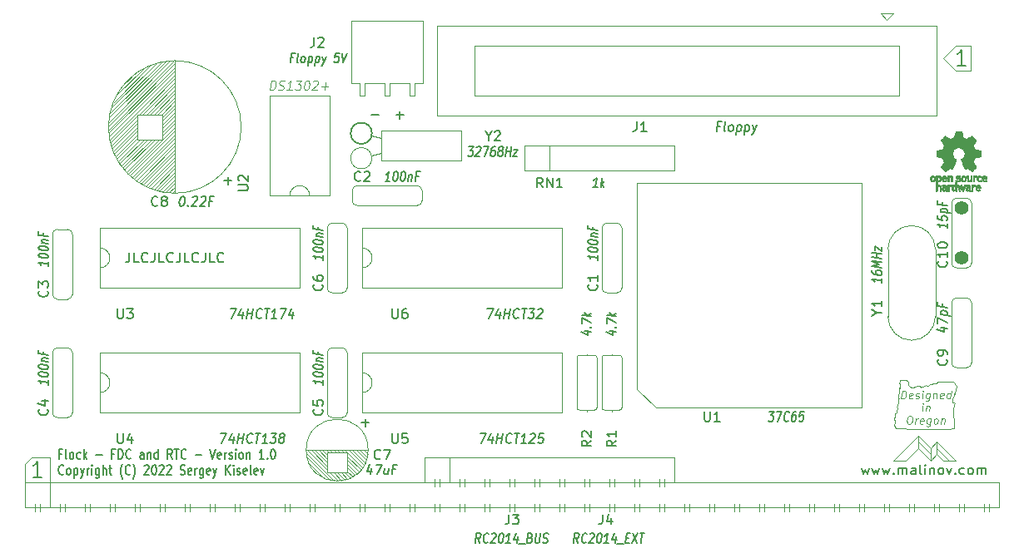
<source format=gbr>
G04 #@! TF.GenerationSoftware,KiCad,Pcbnew,(6.0.2)*
G04 #@! TF.CreationDate,2022-05-10T09:25:42-07:00*
G04 #@! TF.ProjectId,Z80-FDC,5a38302d-4644-4432-9e6b-696361645f70,1.2*
G04 #@! TF.SameCoordinates,Original*
G04 #@! TF.FileFunction,Legend,Top*
G04 #@! TF.FilePolarity,Positive*
%FSLAX46Y46*%
G04 Gerber Fmt 4.6, Leading zero omitted, Abs format (unit mm)*
G04 Created by KiCad (PCBNEW (6.0.2)) date 2022-05-10 09:25:42*
%MOMM*%
%LPD*%
G01*
G04 APERTURE LIST*
%ADD10C,0.120000*%
%ADD11C,0.150000*%
%ADD12C,0.010000*%
%ADD13C,1.397000*%
G04 APERTURE END LIST*
D10*
X214157871Y-119803550D02*
X214176406Y-119691930D01*
X214231940Y-118687205D02*
X214250475Y-118668600D01*
X214083802Y-119301190D02*
X214102336Y-119189500D01*
X214361545Y-120212900D02*
X214268941Y-120175692D01*
X214676358Y-115840525D02*
X214676358Y-115766035D01*
X214750428Y-116063695D02*
X214713358Y-115933535D01*
X214157871Y-119896570D02*
X214157871Y-119803550D01*
X214583753Y-117031290D02*
X214565218Y-116919656D01*
X214565218Y-117198790D02*
X214602288Y-117180110D01*
X214731893Y-115933535D02*
X214676358Y-115840525D01*
X214398615Y-118612795D02*
X214361545Y-118519765D01*
X214231940Y-118910515D02*
X214231940Y-118687205D01*
X214750428Y-116138255D02*
X214750428Y-116063695D01*
X214583753Y-116826575D02*
X214620753Y-116603265D01*
X214268941Y-120175692D02*
X214213407Y-120064071D01*
X214102336Y-119189500D02*
X214176406Y-119022135D01*
X214676358Y-115766035D02*
X214657823Y-115524190D01*
X214361545Y-118519765D02*
X214343010Y-118426685D01*
X214417080Y-117998805D02*
X214454149Y-117887115D01*
X214565218Y-116919656D02*
X214583753Y-116826575D01*
X214176406Y-119691930D02*
X214213407Y-119543035D01*
X214435614Y-118240650D02*
X214435614Y-118110420D01*
X214213407Y-120064071D02*
X214157871Y-119896570D01*
X214250475Y-118668600D02*
X214398615Y-118612795D01*
X214380080Y-120231502D02*
X214361545Y-120212900D01*
X214343010Y-118426685D02*
X214380080Y-118333730D01*
X220306733Y-116564055D02*
X220264383Y-116635581D01*
X214620753Y-116603265D02*
X214639288Y-116454501D01*
X214380080Y-118333730D02*
X214435614Y-118240650D01*
X214768893Y-120250037D02*
X214380080Y-120231502D01*
X214657823Y-116082445D02*
X214750428Y-116138255D01*
X216231688Y-116007885D02*
X216305753Y-115952075D01*
X214509683Y-117589455D02*
X214528218Y-117384830D01*
X214491152Y-117812765D02*
X214509683Y-117589455D01*
X214713358Y-115468380D02*
X214694823Y-115263735D01*
X214176406Y-119431481D02*
X214083802Y-119301190D01*
X214454149Y-117887115D02*
X214491152Y-117812765D01*
X214528218Y-117384830D02*
X214565218Y-117198790D01*
X216750168Y-115914925D02*
X216842773Y-116026565D01*
X214565218Y-117105766D02*
X214583753Y-117031290D01*
X214657823Y-115524190D02*
X214713358Y-115468380D01*
X214602288Y-117180110D02*
X214565218Y-117105766D01*
X214639288Y-116454501D02*
X214657823Y-116082445D01*
X214213407Y-119543035D02*
X214176406Y-119431481D01*
X214435614Y-118110420D02*
X214417080Y-117998805D01*
X214176406Y-119022135D02*
X214231940Y-118910515D01*
X214713358Y-115933535D02*
X214731893Y-115933535D01*
X217842683Y-115747500D02*
X217854803Y-115747500D01*
X215620658Y-115914925D02*
X215694728Y-115989345D01*
X220242733Y-116670455D02*
X220223933Y-116705855D01*
X220263683Y-116754290D02*
X220268283Y-116752225D01*
X220224283Y-116761470D02*
X220237983Y-116762016D01*
X217925903Y-115738200D02*
X217946788Y-115731800D01*
X220344633Y-116484681D02*
X220306733Y-116564055D01*
X218564768Y-115505580D02*
X219009183Y-115505580D01*
X217953738Y-115728905D02*
X217953738Y-115728905D01*
X219916483Y-115468380D02*
X220157233Y-115449770D01*
X217946788Y-115731800D02*
X217953738Y-115728905D01*
X217064988Y-115952075D02*
X217324188Y-115784715D01*
X220392133Y-116300160D02*
X220372133Y-116394900D01*
X220268283Y-116752225D02*
X220268283Y-116752225D01*
X220490533Y-115859115D02*
X220490533Y-115989345D01*
X220237983Y-116762016D02*
X220252383Y-116758575D01*
X219916483Y-115486920D02*
X219916483Y-115468380D01*
X220372133Y-116394900D02*
X220344633Y-116484681D01*
X220490533Y-115989345D02*
X220481233Y-116004160D01*
X217583393Y-115877725D02*
X217675998Y-115784715D01*
X220157233Y-115449770D02*
X220175683Y-115524190D01*
X220397883Y-116268465D02*
X220392133Y-116300160D01*
X217731543Y-115766105D02*
X217785358Y-115753285D01*
X220481233Y-116004160D02*
X220458033Y-116052120D01*
X216602033Y-115896265D02*
X216750168Y-115914925D01*
X220249733Y-116659146D02*
X220242733Y-116670455D01*
X219009183Y-115505580D02*
X219916483Y-115486920D01*
X220427932Y-116138445D02*
X220403833Y-116235670D01*
X220138683Y-117031290D02*
X220027583Y-117291800D01*
X220342383Y-115728905D02*
X220490533Y-115859115D01*
X220213583Y-116736460D02*
X220214883Y-116754025D01*
X217854803Y-115747500D02*
X217891193Y-115744535D01*
X218435158Y-115635880D02*
X218564768Y-115505580D01*
X217675998Y-115784715D02*
X217691572Y-115778860D01*
X220403833Y-116235670D02*
X220397883Y-116268465D01*
X217953738Y-115728905D02*
X218120428Y-115654420D01*
X220175683Y-115524190D02*
X220286833Y-115654420D01*
X216842773Y-116026565D02*
X216879778Y-115952075D01*
X220223933Y-116705855D02*
X220213583Y-116736460D01*
X216879778Y-115952075D02*
X217064988Y-115952075D01*
X220214883Y-116754025D02*
X220224283Y-116761470D01*
X218268488Y-115617270D02*
X218435158Y-115635880D01*
X217785358Y-115753285D02*
X217828343Y-115747500D01*
X220252383Y-116758575D02*
X220263683Y-116754290D01*
X220264383Y-116635581D02*
X220249733Y-116659146D01*
X220490533Y-115989345D02*
X220490533Y-115989345D01*
X217828343Y-115747500D02*
X217842683Y-115747500D01*
X215861397Y-116026565D02*
X216065073Y-116026565D01*
X217120513Y-120305848D02*
X216213223Y-120287313D01*
X220268283Y-117663945D02*
X220249733Y-117775495D01*
X217675998Y-115784715D02*
X217675998Y-115784715D01*
X217435263Y-115896265D02*
X217583393Y-115877725D01*
X218120428Y-115654420D02*
X218268488Y-115617270D01*
X217691572Y-115778860D02*
X217731543Y-115766105D01*
X220249733Y-120231502D02*
X219583183Y-120268709D01*
X220268283Y-116752225D02*
X220138683Y-117031290D01*
X217324188Y-115784715D02*
X217435263Y-115896265D01*
X216379823Y-115877725D02*
X216602033Y-115896265D01*
X216065073Y-116026565D02*
X216231688Y-116007885D01*
X220083183Y-117570850D02*
X220194233Y-117589455D01*
X215694728Y-115989345D02*
X215861397Y-116026565D01*
X216305753Y-115952075D02*
X216379823Y-115877725D01*
X220286833Y-115654420D02*
X220342383Y-115728905D01*
X220194233Y-117589455D02*
X220268283Y-117663945D01*
X217891193Y-115744535D02*
X217925903Y-115738200D01*
X220458033Y-116052120D02*
X220427932Y-116138445D01*
X214833359Y-117183904D02*
X214933359Y-116383904D01*
X215123836Y-116383904D01*
X215233359Y-116422000D01*
X215300026Y-116498190D01*
X215328597Y-116574380D01*
X215347645Y-116726761D01*
X215333359Y-116841047D01*
X215276216Y-116993428D01*
X215228597Y-117069619D01*
X215142883Y-117145809D01*
X215023836Y-117183904D01*
X214833359Y-117183904D01*
X215942883Y-117145809D02*
X215861931Y-117183904D01*
X215709550Y-117183904D01*
X215638121Y-117145809D01*
X215609550Y-117069619D01*
X215647645Y-116764857D01*
X215695264Y-116688666D01*
X215776216Y-116650571D01*
X215928597Y-116650571D01*
X216000026Y-116688666D01*
X216028597Y-116764857D01*
X216019074Y-116841047D01*
X215628597Y-116917238D01*
X216285740Y-117145809D02*
X216357169Y-117183904D01*
X216509550Y-117183904D01*
X216590502Y-117145809D01*
X216638121Y-117069619D01*
X216642883Y-117031523D01*
X216614312Y-116955333D01*
X216542883Y-116917238D01*
X216428597Y-116917238D01*
X216357169Y-116879142D01*
X216328597Y-116802952D01*
X216333359Y-116764857D01*
X216380978Y-116688666D01*
X216461931Y-116650571D01*
X216576216Y-116650571D01*
X216647645Y-116688666D01*
X216966693Y-117183904D02*
X217033359Y-116650571D01*
X217066693Y-116383904D02*
X217023836Y-116422000D01*
X217057169Y-116460095D01*
X217100026Y-116422000D01*
X217066693Y-116383904D01*
X217057169Y-116460095D01*
X217757169Y-116650571D02*
X217676216Y-117298190D01*
X217628597Y-117374380D01*
X217585740Y-117412476D01*
X217504788Y-117450571D01*
X217390502Y-117450571D01*
X217319074Y-117412476D01*
X217695264Y-117145809D02*
X217614312Y-117183904D01*
X217461931Y-117183904D01*
X217390502Y-117145809D01*
X217357169Y-117107714D01*
X217328597Y-117031523D01*
X217357169Y-116802952D01*
X217404788Y-116726761D01*
X217447645Y-116688666D01*
X217528597Y-116650571D01*
X217680978Y-116650571D01*
X217752407Y-116688666D01*
X218138121Y-116650571D02*
X218071455Y-117183904D01*
X218128597Y-116726761D02*
X218171455Y-116688666D01*
X218252407Y-116650571D01*
X218366693Y-116650571D01*
X218438121Y-116688666D01*
X218466693Y-116764857D01*
X218414312Y-117183904D01*
X219104788Y-117145809D02*
X219023836Y-117183904D01*
X218871455Y-117183904D01*
X218800026Y-117145809D01*
X218771455Y-117069619D01*
X218809550Y-116764857D01*
X218857169Y-116688666D01*
X218938121Y-116650571D01*
X219090502Y-116650571D01*
X219161931Y-116688666D01*
X219190502Y-116764857D01*
X219180978Y-116841047D01*
X218790502Y-116917238D01*
X219823836Y-117183904D02*
X219923836Y-116383904D01*
X219828597Y-117145809D02*
X219747645Y-117183904D01*
X219595264Y-117183904D01*
X219523836Y-117145809D01*
X219490502Y-117107714D01*
X219461931Y-117031523D01*
X219490502Y-116802952D01*
X219538121Y-116726761D01*
X219580978Y-116688666D01*
X219661931Y-116650571D01*
X219814312Y-116650571D01*
X219885740Y-116688666D01*
X216966693Y-118471904D02*
X217033359Y-117938571D01*
X217066693Y-117671904D02*
X217023836Y-117710000D01*
X217057169Y-117748095D01*
X217100026Y-117710000D01*
X217066693Y-117671904D01*
X217057169Y-117748095D01*
X217414312Y-117938571D02*
X217347645Y-118471904D01*
X217404788Y-118014761D02*
X217447645Y-117976666D01*
X217528597Y-117938571D01*
X217642883Y-117938571D01*
X217714312Y-117976666D01*
X217742883Y-118052857D01*
X217690502Y-118471904D01*
X215676216Y-118959904D02*
X215828597Y-118959904D01*
X215900026Y-118998000D01*
X215966693Y-119074190D01*
X215985740Y-119226571D01*
X215952407Y-119493238D01*
X215895264Y-119645619D01*
X215809550Y-119721809D01*
X215728597Y-119759904D01*
X215576216Y-119759904D01*
X215504788Y-119721809D01*
X215438121Y-119645619D01*
X215419074Y-119493238D01*
X215452407Y-119226571D01*
X215509550Y-119074190D01*
X215595264Y-118998000D01*
X215676216Y-118959904D01*
X216261931Y-119759904D02*
X216328597Y-119226571D01*
X216309550Y-119378952D02*
X216357169Y-119302761D01*
X216400026Y-119264666D01*
X216480978Y-119226571D01*
X216557169Y-119226571D01*
X217066693Y-119721809D02*
X216985740Y-119759904D01*
X216833359Y-119759904D01*
X216761931Y-119721809D01*
X216733359Y-119645619D01*
X216771455Y-119340857D01*
X216819074Y-119264666D01*
X216900026Y-119226571D01*
X217052407Y-119226571D01*
X217123836Y-119264666D01*
X217152407Y-119340857D01*
X217142883Y-119417047D01*
X216752407Y-119493238D01*
X217852407Y-119226571D02*
X217771455Y-119874190D01*
X217723836Y-119950380D01*
X217680978Y-119988476D01*
X217600026Y-120026571D01*
X217485740Y-120026571D01*
X217414312Y-119988476D01*
X217790502Y-119721809D02*
X217709550Y-119759904D01*
X217557169Y-119759904D01*
X217485740Y-119721809D01*
X217452407Y-119683714D01*
X217423836Y-119607523D01*
X217452407Y-119378952D01*
X217500026Y-119302761D01*
X217542883Y-119264666D01*
X217623836Y-119226571D01*
X217776216Y-119226571D01*
X217847645Y-119264666D01*
X218280978Y-119759904D02*
X218209550Y-119721809D01*
X218176216Y-119683714D01*
X218147645Y-119607523D01*
X218176216Y-119378952D01*
X218223836Y-119302761D01*
X218266693Y-119264666D01*
X218347645Y-119226571D01*
X218461931Y-119226571D01*
X218533359Y-119264666D01*
X218566693Y-119302761D01*
X218595264Y-119378952D01*
X218566693Y-119607523D01*
X218519074Y-119683714D01*
X218476216Y-119721809D01*
X218395264Y-119759904D01*
X218280978Y-119759904D01*
X218957169Y-119226571D02*
X218890502Y-119759904D01*
X218947645Y-119302761D02*
X218990502Y-119264666D01*
X219071455Y-119226571D01*
X219185740Y-119226571D01*
X219257169Y-119264666D01*
X219285740Y-119340857D01*
X219233359Y-119759904D01*
X218768443Y-120287313D02*
X217120513Y-120305848D01*
X215602123Y-115784715D02*
X215620658Y-115914925D01*
X215546588Y-115486920D02*
X215602123Y-115673095D01*
X220009083Y-117421960D02*
X220083183Y-117570850D01*
X220027583Y-117291800D02*
X220009083Y-117421960D01*
X216213223Y-120287313D02*
X215583658Y-120268709D01*
X219583183Y-120268709D02*
X218768443Y-120287313D01*
X220249733Y-117775495D02*
X220212783Y-117905795D01*
X214861498Y-115300885D02*
X214935568Y-115319585D01*
X215305918Y-115300885D02*
X215472518Y-115393985D01*
X214694823Y-115263735D02*
X214861498Y-115300885D01*
X215472518Y-115393985D02*
X215546588Y-115486920D01*
X215102173Y-115282335D02*
X215231843Y-115319585D01*
X214935568Y-115319585D02*
X215028173Y-115263735D01*
X215602123Y-115673095D02*
X215602123Y-115784715D01*
X215231843Y-115319585D02*
X215305918Y-115300885D01*
X215028173Y-115263735D02*
X215102173Y-115282335D01*
X215120708Y-120250037D02*
X214768893Y-120250037D01*
X220231283Y-118017340D02*
X220157233Y-118110420D01*
X220212783Y-117905795D02*
X220231283Y-118017340D01*
X220157233Y-118110420D02*
X220249733Y-120231502D01*
X215583658Y-120268709D02*
X215120708Y-120250037D01*
X213995000Y-123507500D02*
X216535000Y-120967500D01*
X218440000Y-122872500D02*
X217805000Y-123507500D01*
X219075000Y-123507500D02*
X218440000Y-122872500D01*
X220345000Y-123507500D02*
X219075000Y-123507500D01*
X215265000Y-123507500D02*
X213995000Y-123507500D01*
X217805000Y-123507500D02*
X216535000Y-122237500D01*
X216535000Y-120967500D02*
X217805000Y-122237500D01*
X216535000Y-122237500D02*
X215265000Y-123507500D01*
X218440000Y-121602500D02*
X220345000Y-123507500D01*
X217805000Y-122237500D02*
X218440000Y-121602500D01*
X218440000Y-121602500D02*
X218440000Y-122872500D01*
X218440000Y-122237500D02*
X219710000Y-123507500D01*
X217805000Y-122237500D02*
X217805000Y-123507500D01*
X216535000Y-121602500D02*
X217805000Y-122872500D01*
X216535000Y-120967500D02*
X216535000Y-122237500D01*
X221932500Y-81280000D02*
X221932500Y-83820000D01*
X125730000Y-123825000D02*
X126365000Y-123190000D01*
X220345000Y-81280000D02*
X221932500Y-81280000D01*
X221932500Y-83820000D02*
X220345000Y-83820000D01*
X125730000Y-125730000D02*
X125730000Y-123825000D01*
X220345000Y-83820000D02*
X219075000Y-82550000D01*
X128270000Y-123190000D02*
X128270000Y-125730000D01*
X126365000Y-123190000D02*
X128270000Y-123190000D01*
X219075000Y-82550000D02*
X220345000Y-81280000D01*
D11*
X210812857Y-124245714D02*
X211003333Y-124912380D01*
X211193809Y-124436190D01*
X211384285Y-124912380D01*
X211574761Y-124245714D01*
X211860476Y-124245714D02*
X212050952Y-124912380D01*
X212241428Y-124436190D01*
X212431904Y-124912380D01*
X212622380Y-124245714D01*
X212908095Y-124245714D02*
X213098571Y-124912380D01*
X213289047Y-124436190D01*
X213479523Y-124912380D01*
X213670000Y-124245714D01*
X214050952Y-124817142D02*
X214098571Y-124864761D01*
X214050952Y-124912380D01*
X214003333Y-124864761D01*
X214050952Y-124817142D01*
X214050952Y-124912380D01*
X214527142Y-124912380D02*
X214527142Y-124245714D01*
X214527142Y-124340952D02*
X214574761Y-124293333D01*
X214670000Y-124245714D01*
X214812857Y-124245714D01*
X214908095Y-124293333D01*
X214955714Y-124388571D01*
X214955714Y-124912380D01*
X214955714Y-124388571D02*
X215003333Y-124293333D01*
X215098571Y-124245714D01*
X215241428Y-124245714D01*
X215336666Y-124293333D01*
X215384285Y-124388571D01*
X215384285Y-124912380D01*
X216289047Y-124912380D02*
X216289047Y-124388571D01*
X216241428Y-124293333D01*
X216146190Y-124245714D01*
X215955714Y-124245714D01*
X215860476Y-124293333D01*
X216289047Y-124864761D02*
X216193809Y-124912380D01*
X215955714Y-124912380D01*
X215860476Y-124864761D01*
X215812857Y-124769523D01*
X215812857Y-124674285D01*
X215860476Y-124579047D01*
X215955714Y-124531428D01*
X216193809Y-124531428D01*
X216289047Y-124483809D01*
X216908095Y-124912380D02*
X216812857Y-124864761D01*
X216765238Y-124769523D01*
X216765238Y-123912380D01*
X217289047Y-124912380D02*
X217289047Y-124245714D01*
X217289047Y-123912380D02*
X217241428Y-123960000D01*
X217289047Y-124007619D01*
X217336666Y-123960000D01*
X217289047Y-123912380D01*
X217289047Y-124007619D01*
X217765238Y-124245714D02*
X217765238Y-124912380D01*
X217765238Y-124340952D02*
X217812857Y-124293333D01*
X217908095Y-124245714D01*
X218050952Y-124245714D01*
X218146190Y-124293333D01*
X218193809Y-124388571D01*
X218193809Y-124912380D01*
X218812857Y-124912380D02*
X218717619Y-124864761D01*
X218670000Y-124817142D01*
X218622380Y-124721904D01*
X218622380Y-124436190D01*
X218670000Y-124340952D01*
X218717619Y-124293333D01*
X218812857Y-124245714D01*
X218955714Y-124245714D01*
X219050952Y-124293333D01*
X219098571Y-124340952D01*
X219146190Y-124436190D01*
X219146190Y-124721904D01*
X219098571Y-124817142D01*
X219050952Y-124864761D01*
X218955714Y-124912380D01*
X218812857Y-124912380D01*
X219479523Y-124245714D02*
X219717619Y-124912380D01*
X219955714Y-124245714D01*
X220336666Y-124817142D02*
X220384285Y-124864761D01*
X220336666Y-124912380D01*
X220289047Y-124864761D01*
X220336666Y-124817142D01*
X220336666Y-124912380D01*
X221241428Y-124864761D02*
X221146190Y-124912380D01*
X220955714Y-124912380D01*
X220860476Y-124864761D01*
X220812857Y-124817142D01*
X220765238Y-124721904D01*
X220765238Y-124436190D01*
X220812857Y-124340952D01*
X220860476Y-124293333D01*
X220955714Y-124245714D01*
X221146190Y-124245714D01*
X221241428Y-124293333D01*
X221812857Y-124912380D02*
X221717619Y-124864761D01*
X221670000Y-124817142D01*
X221622380Y-124721904D01*
X221622380Y-124436190D01*
X221670000Y-124340952D01*
X221717619Y-124293333D01*
X221812857Y-124245714D01*
X221955714Y-124245714D01*
X222050952Y-124293333D01*
X222098571Y-124340952D01*
X222146190Y-124436190D01*
X222146190Y-124721904D01*
X222098571Y-124817142D01*
X222050952Y-124864761D01*
X221955714Y-124912380D01*
X221812857Y-124912380D01*
X222574761Y-124912380D02*
X222574761Y-124245714D01*
X222574761Y-124340952D02*
X222622380Y-124293333D01*
X222717619Y-124245714D01*
X222860476Y-124245714D01*
X222955714Y-124293333D01*
X223003333Y-124388571D01*
X223003333Y-124912380D01*
X223003333Y-124388571D02*
X223050952Y-124293333D01*
X223146190Y-124245714D01*
X223289047Y-124245714D01*
X223384285Y-124293333D01*
X223431904Y-124388571D01*
X223431904Y-124912380D01*
X129459642Y-122821571D02*
X129192976Y-122821571D01*
X129192976Y-123345380D02*
X129192976Y-122345380D01*
X129573928Y-122345380D01*
X129992976Y-123345380D02*
X129916785Y-123297761D01*
X129878690Y-123202523D01*
X129878690Y-122345380D01*
X130412023Y-123345380D02*
X130335833Y-123297761D01*
X130297738Y-123250142D01*
X130259642Y-123154904D01*
X130259642Y-122869190D01*
X130297738Y-122773952D01*
X130335833Y-122726333D01*
X130412023Y-122678714D01*
X130526309Y-122678714D01*
X130602500Y-122726333D01*
X130640595Y-122773952D01*
X130678690Y-122869190D01*
X130678690Y-123154904D01*
X130640595Y-123250142D01*
X130602500Y-123297761D01*
X130526309Y-123345380D01*
X130412023Y-123345380D01*
X131364404Y-123297761D02*
X131288214Y-123345380D01*
X131135833Y-123345380D01*
X131059642Y-123297761D01*
X131021547Y-123250142D01*
X130983452Y-123154904D01*
X130983452Y-122869190D01*
X131021547Y-122773952D01*
X131059642Y-122726333D01*
X131135833Y-122678714D01*
X131288214Y-122678714D01*
X131364404Y-122726333D01*
X131707261Y-123345380D02*
X131707261Y-122345380D01*
X131783452Y-122964428D02*
X132012023Y-123345380D01*
X132012023Y-122678714D02*
X131707261Y-123059666D01*
X132964404Y-122964428D02*
X133573928Y-122964428D01*
X134831071Y-122821571D02*
X134564404Y-122821571D01*
X134564404Y-123345380D02*
X134564404Y-122345380D01*
X134945357Y-122345380D01*
X135250119Y-123345380D02*
X135250119Y-122345380D01*
X135440595Y-122345380D01*
X135554880Y-122393000D01*
X135631071Y-122488238D01*
X135669166Y-122583476D01*
X135707261Y-122773952D01*
X135707261Y-122916809D01*
X135669166Y-123107285D01*
X135631071Y-123202523D01*
X135554880Y-123297761D01*
X135440595Y-123345380D01*
X135250119Y-123345380D01*
X136507261Y-123250142D02*
X136469166Y-123297761D01*
X136354880Y-123345380D01*
X136278690Y-123345380D01*
X136164404Y-123297761D01*
X136088214Y-123202523D01*
X136050119Y-123107285D01*
X136012023Y-122916809D01*
X136012023Y-122773952D01*
X136050119Y-122583476D01*
X136088214Y-122488238D01*
X136164404Y-122393000D01*
X136278690Y-122345380D01*
X136354880Y-122345380D01*
X136469166Y-122393000D01*
X136507261Y-122440619D01*
X137802500Y-123345380D02*
X137802500Y-122821571D01*
X137764404Y-122726333D01*
X137688214Y-122678714D01*
X137535833Y-122678714D01*
X137459642Y-122726333D01*
X137802500Y-123297761D02*
X137726309Y-123345380D01*
X137535833Y-123345380D01*
X137459642Y-123297761D01*
X137421547Y-123202523D01*
X137421547Y-123107285D01*
X137459642Y-123012047D01*
X137535833Y-122964428D01*
X137726309Y-122964428D01*
X137802500Y-122916809D01*
X138183452Y-122678714D02*
X138183452Y-123345380D01*
X138183452Y-122773952D02*
X138221547Y-122726333D01*
X138297738Y-122678714D01*
X138412023Y-122678714D01*
X138488214Y-122726333D01*
X138526309Y-122821571D01*
X138526309Y-123345380D01*
X139250119Y-123345380D02*
X139250119Y-122345380D01*
X139250119Y-123297761D02*
X139173928Y-123345380D01*
X139021547Y-123345380D01*
X138945357Y-123297761D01*
X138907261Y-123250142D01*
X138869166Y-123154904D01*
X138869166Y-122869190D01*
X138907261Y-122773952D01*
X138945357Y-122726333D01*
X139021547Y-122678714D01*
X139173928Y-122678714D01*
X139250119Y-122726333D01*
X140697738Y-123345380D02*
X140431071Y-122869190D01*
X140240595Y-123345380D02*
X140240595Y-122345380D01*
X140545357Y-122345380D01*
X140621547Y-122393000D01*
X140659642Y-122440619D01*
X140697738Y-122535857D01*
X140697738Y-122678714D01*
X140659642Y-122773952D01*
X140621547Y-122821571D01*
X140545357Y-122869190D01*
X140240595Y-122869190D01*
X140926309Y-122345380D02*
X141383452Y-122345380D01*
X141154880Y-123345380D02*
X141154880Y-122345380D01*
X142107261Y-123250142D02*
X142069166Y-123297761D01*
X141954880Y-123345380D01*
X141878690Y-123345380D01*
X141764404Y-123297761D01*
X141688214Y-123202523D01*
X141650119Y-123107285D01*
X141612023Y-122916809D01*
X141612023Y-122773952D01*
X141650119Y-122583476D01*
X141688214Y-122488238D01*
X141764404Y-122393000D01*
X141878690Y-122345380D01*
X141954880Y-122345380D01*
X142069166Y-122393000D01*
X142107261Y-122440619D01*
X143059642Y-122964428D02*
X143669166Y-122964428D01*
X144545357Y-122345380D02*
X144812023Y-123345380D01*
X145078690Y-122345380D01*
X145650119Y-123297761D02*
X145573928Y-123345380D01*
X145421547Y-123345380D01*
X145345357Y-123297761D01*
X145307261Y-123202523D01*
X145307261Y-122821571D01*
X145345357Y-122726333D01*
X145421547Y-122678714D01*
X145573928Y-122678714D01*
X145650119Y-122726333D01*
X145688214Y-122821571D01*
X145688214Y-122916809D01*
X145307261Y-123012047D01*
X146031071Y-123345380D02*
X146031071Y-122678714D01*
X146031071Y-122869190D02*
X146069166Y-122773952D01*
X146107261Y-122726333D01*
X146183452Y-122678714D01*
X146259642Y-122678714D01*
X146488214Y-123297761D02*
X146564404Y-123345380D01*
X146716785Y-123345380D01*
X146792976Y-123297761D01*
X146831071Y-123202523D01*
X146831071Y-123154904D01*
X146792976Y-123059666D01*
X146716785Y-123012047D01*
X146602500Y-123012047D01*
X146526309Y-122964428D01*
X146488214Y-122869190D01*
X146488214Y-122821571D01*
X146526309Y-122726333D01*
X146602500Y-122678714D01*
X146716785Y-122678714D01*
X146792976Y-122726333D01*
X147173928Y-123345380D02*
X147173928Y-122678714D01*
X147173928Y-122345380D02*
X147135833Y-122393000D01*
X147173928Y-122440619D01*
X147212023Y-122393000D01*
X147173928Y-122345380D01*
X147173928Y-122440619D01*
X147669166Y-123345380D02*
X147592976Y-123297761D01*
X147554880Y-123250142D01*
X147516785Y-123154904D01*
X147516785Y-122869190D01*
X147554880Y-122773952D01*
X147592976Y-122726333D01*
X147669166Y-122678714D01*
X147783452Y-122678714D01*
X147859642Y-122726333D01*
X147897738Y-122773952D01*
X147935833Y-122869190D01*
X147935833Y-123154904D01*
X147897738Y-123250142D01*
X147859642Y-123297761D01*
X147783452Y-123345380D01*
X147669166Y-123345380D01*
X148278690Y-122678714D02*
X148278690Y-123345380D01*
X148278690Y-122773952D02*
X148316785Y-122726333D01*
X148392976Y-122678714D01*
X148507261Y-122678714D01*
X148583452Y-122726333D01*
X148621547Y-122821571D01*
X148621547Y-123345380D01*
X150031071Y-123345380D02*
X149573928Y-123345380D01*
X149802500Y-123345380D02*
X149802500Y-122345380D01*
X149726309Y-122488238D01*
X149650119Y-122583476D01*
X149573928Y-122631095D01*
X150373928Y-123250142D02*
X150412023Y-123297761D01*
X150373928Y-123345380D01*
X150335833Y-123297761D01*
X150373928Y-123250142D01*
X150373928Y-123345380D01*
X150907261Y-122345380D02*
X150983452Y-122345380D01*
X151059642Y-122393000D01*
X151097738Y-122440619D01*
X151135833Y-122535857D01*
X151173928Y-122726333D01*
X151173928Y-122964428D01*
X151135833Y-123154904D01*
X151097738Y-123250142D01*
X151059642Y-123297761D01*
X150983452Y-123345380D01*
X150907261Y-123345380D01*
X150831071Y-123297761D01*
X150792976Y-123250142D01*
X150754880Y-123154904D01*
X150716785Y-122964428D01*
X150716785Y-122726333D01*
X150754880Y-122535857D01*
X150792976Y-122440619D01*
X150831071Y-122393000D01*
X150907261Y-122345380D01*
X129650119Y-124860142D02*
X129612023Y-124907761D01*
X129497738Y-124955380D01*
X129421547Y-124955380D01*
X129307261Y-124907761D01*
X129231071Y-124812523D01*
X129192976Y-124717285D01*
X129154880Y-124526809D01*
X129154880Y-124383952D01*
X129192976Y-124193476D01*
X129231071Y-124098238D01*
X129307261Y-124003000D01*
X129421547Y-123955380D01*
X129497738Y-123955380D01*
X129612023Y-124003000D01*
X129650119Y-124050619D01*
X130107261Y-124955380D02*
X130031071Y-124907761D01*
X129992976Y-124860142D01*
X129954880Y-124764904D01*
X129954880Y-124479190D01*
X129992976Y-124383952D01*
X130031071Y-124336333D01*
X130107261Y-124288714D01*
X130221547Y-124288714D01*
X130297738Y-124336333D01*
X130335833Y-124383952D01*
X130373928Y-124479190D01*
X130373928Y-124764904D01*
X130335833Y-124860142D01*
X130297738Y-124907761D01*
X130221547Y-124955380D01*
X130107261Y-124955380D01*
X130716785Y-124288714D02*
X130716785Y-125288714D01*
X130716785Y-124336333D02*
X130792976Y-124288714D01*
X130945357Y-124288714D01*
X131021547Y-124336333D01*
X131059642Y-124383952D01*
X131097738Y-124479190D01*
X131097738Y-124764904D01*
X131059642Y-124860142D01*
X131021547Y-124907761D01*
X130945357Y-124955380D01*
X130792976Y-124955380D01*
X130716785Y-124907761D01*
X131364404Y-124288714D02*
X131554880Y-124955380D01*
X131745357Y-124288714D02*
X131554880Y-124955380D01*
X131478690Y-125193476D01*
X131440595Y-125241095D01*
X131364404Y-125288714D01*
X132050119Y-124955380D02*
X132050119Y-124288714D01*
X132050119Y-124479190D02*
X132088214Y-124383952D01*
X132126309Y-124336333D01*
X132202500Y-124288714D01*
X132278690Y-124288714D01*
X132545357Y-124955380D02*
X132545357Y-124288714D01*
X132545357Y-123955380D02*
X132507261Y-124003000D01*
X132545357Y-124050619D01*
X132583452Y-124003000D01*
X132545357Y-123955380D01*
X132545357Y-124050619D01*
X133269166Y-124288714D02*
X133269166Y-125098238D01*
X133231071Y-125193476D01*
X133192976Y-125241095D01*
X133116785Y-125288714D01*
X133002500Y-125288714D01*
X132926309Y-125241095D01*
X133269166Y-124907761D02*
X133192976Y-124955380D01*
X133040595Y-124955380D01*
X132964404Y-124907761D01*
X132926309Y-124860142D01*
X132888214Y-124764904D01*
X132888214Y-124479190D01*
X132926309Y-124383952D01*
X132964404Y-124336333D01*
X133040595Y-124288714D01*
X133192976Y-124288714D01*
X133269166Y-124336333D01*
X133650119Y-124955380D02*
X133650119Y-123955380D01*
X133992976Y-124955380D02*
X133992976Y-124431571D01*
X133954880Y-124336333D01*
X133878690Y-124288714D01*
X133764404Y-124288714D01*
X133688214Y-124336333D01*
X133650119Y-124383952D01*
X134259642Y-124288714D02*
X134564404Y-124288714D01*
X134373928Y-123955380D02*
X134373928Y-124812523D01*
X134412023Y-124907761D01*
X134488214Y-124955380D01*
X134564404Y-124955380D01*
X135669166Y-125336333D02*
X135631071Y-125288714D01*
X135554880Y-125145857D01*
X135516785Y-125050619D01*
X135478690Y-124907761D01*
X135440595Y-124669666D01*
X135440595Y-124479190D01*
X135478690Y-124241095D01*
X135516785Y-124098238D01*
X135554880Y-124003000D01*
X135631071Y-123860142D01*
X135669166Y-123812523D01*
X136431071Y-124860142D02*
X136392976Y-124907761D01*
X136278690Y-124955380D01*
X136202500Y-124955380D01*
X136088214Y-124907761D01*
X136012023Y-124812523D01*
X135973928Y-124717285D01*
X135935833Y-124526809D01*
X135935833Y-124383952D01*
X135973928Y-124193476D01*
X136012023Y-124098238D01*
X136088214Y-124003000D01*
X136202500Y-123955380D01*
X136278690Y-123955380D01*
X136392976Y-124003000D01*
X136431071Y-124050619D01*
X136697738Y-125336333D02*
X136735833Y-125288714D01*
X136812023Y-125145857D01*
X136850119Y-125050619D01*
X136888214Y-124907761D01*
X136926309Y-124669666D01*
X136926309Y-124479190D01*
X136888214Y-124241095D01*
X136850119Y-124098238D01*
X136812023Y-124003000D01*
X136735833Y-123860142D01*
X136697738Y-123812523D01*
X137878690Y-124050619D02*
X137916785Y-124003000D01*
X137992976Y-123955380D01*
X138183452Y-123955380D01*
X138259642Y-124003000D01*
X138297738Y-124050619D01*
X138335833Y-124145857D01*
X138335833Y-124241095D01*
X138297738Y-124383952D01*
X137840595Y-124955380D01*
X138335833Y-124955380D01*
X138831071Y-123955380D02*
X138907261Y-123955380D01*
X138983452Y-124003000D01*
X139021547Y-124050619D01*
X139059642Y-124145857D01*
X139097738Y-124336333D01*
X139097738Y-124574428D01*
X139059642Y-124764904D01*
X139021547Y-124860142D01*
X138983452Y-124907761D01*
X138907261Y-124955380D01*
X138831071Y-124955380D01*
X138754880Y-124907761D01*
X138716785Y-124860142D01*
X138678690Y-124764904D01*
X138640595Y-124574428D01*
X138640595Y-124336333D01*
X138678690Y-124145857D01*
X138716785Y-124050619D01*
X138754880Y-124003000D01*
X138831071Y-123955380D01*
X139402500Y-124050619D02*
X139440595Y-124003000D01*
X139516785Y-123955380D01*
X139707261Y-123955380D01*
X139783452Y-124003000D01*
X139821547Y-124050619D01*
X139859642Y-124145857D01*
X139859642Y-124241095D01*
X139821547Y-124383952D01*
X139364404Y-124955380D01*
X139859642Y-124955380D01*
X140164404Y-124050619D02*
X140202500Y-124003000D01*
X140278690Y-123955380D01*
X140469166Y-123955380D01*
X140545357Y-124003000D01*
X140583452Y-124050619D01*
X140621547Y-124145857D01*
X140621547Y-124241095D01*
X140583452Y-124383952D01*
X140126309Y-124955380D01*
X140621547Y-124955380D01*
X141535833Y-124907761D02*
X141650119Y-124955380D01*
X141840595Y-124955380D01*
X141916785Y-124907761D01*
X141954880Y-124860142D01*
X141992976Y-124764904D01*
X141992976Y-124669666D01*
X141954880Y-124574428D01*
X141916785Y-124526809D01*
X141840595Y-124479190D01*
X141688214Y-124431571D01*
X141612023Y-124383952D01*
X141573928Y-124336333D01*
X141535833Y-124241095D01*
X141535833Y-124145857D01*
X141573928Y-124050619D01*
X141612023Y-124003000D01*
X141688214Y-123955380D01*
X141878690Y-123955380D01*
X141992976Y-124003000D01*
X142640595Y-124907761D02*
X142564404Y-124955380D01*
X142412023Y-124955380D01*
X142335833Y-124907761D01*
X142297738Y-124812523D01*
X142297738Y-124431571D01*
X142335833Y-124336333D01*
X142412023Y-124288714D01*
X142564404Y-124288714D01*
X142640595Y-124336333D01*
X142678690Y-124431571D01*
X142678690Y-124526809D01*
X142297738Y-124622047D01*
X143021547Y-124955380D02*
X143021547Y-124288714D01*
X143021547Y-124479190D02*
X143059642Y-124383952D01*
X143097738Y-124336333D01*
X143173928Y-124288714D01*
X143250119Y-124288714D01*
X143859642Y-124288714D02*
X143859642Y-125098238D01*
X143821547Y-125193476D01*
X143783452Y-125241095D01*
X143707261Y-125288714D01*
X143592976Y-125288714D01*
X143516785Y-125241095D01*
X143859642Y-124907761D02*
X143783452Y-124955380D01*
X143631071Y-124955380D01*
X143554880Y-124907761D01*
X143516785Y-124860142D01*
X143478690Y-124764904D01*
X143478690Y-124479190D01*
X143516785Y-124383952D01*
X143554880Y-124336333D01*
X143631071Y-124288714D01*
X143783452Y-124288714D01*
X143859642Y-124336333D01*
X144545357Y-124907761D02*
X144469166Y-124955380D01*
X144316785Y-124955380D01*
X144240595Y-124907761D01*
X144202500Y-124812523D01*
X144202500Y-124431571D01*
X144240595Y-124336333D01*
X144316785Y-124288714D01*
X144469166Y-124288714D01*
X144545357Y-124336333D01*
X144583452Y-124431571D01*
X144583452Y-124526809D01*
X144202500Y-124622047D01*
X144850119Y-124288714D02*
X145040595Y-124955380D01*
X145231071Y-124288714D02*
X145040595Y-124955380D01*
X144964404Y-125193476D01*
X144926309Y-125241095D01*
X144850119Y-125288714D01*
X146145357Y-124955380D02*
X146145357Y-123955380D01*
X146602500Y-124955380D02*
X146259642Y-124383952D01*
X146602500Y-123955380D02*
X146145357Y-124526809D01*
X146945357Y-124955380D02*
X146945357Y-124288714D01*
X146945357Y-123955380D02*
X146907261Y-124003000D01*
X146945357Y-124050619D01*
X146983452Y-124003000D01*
X146945357Y-123955380D01*
X146945357Y-124050619D01*
X147288214Y-124907761D02*
X147364404Y-124955380D01*
X147516785Y-124955380D01*
X147592976Y-124907761D01*
X147631071Y-124812523D01*
X147631071Y-124764904D01*
X147592976Y-124669666D01*
X147516785Y-124622047D01*
X147402500Y-124622047D01*
X147326309Y-124574428D01*
X147288214Y-124479190D01*
X147288214Y-124431571D01*
X147326309Y-124336333D01*
X147402500Y-124288714D01*
X147516785Y-124288714D01*
X147592976Y-124336333D01*
X148278690Y-124907761D02*
X148202500Y-124955380D01*
X148050119Y-124955380D01*
X147973928Y-124907761D01*
X147935833Y-124812523D01*
X147935833Y-124431571D01*
X147973928Y-124336333D01*
X148050119Y-124288714D01*
X148202500Y-124288714D01*
X148278690Y-124336333D01*
X148316785Y-124431571D01*
X148316785Y-124526809D01*
X147935833Y-124622047D01*
X148773928Y-124955380D02*
X148697738Y-124907761D01*
X148659642Y-124812523D01*
X148659642Y-123955380D01*
X149383452Y-124907761D02*
X149307261Y-124955380D01*
X149154880Y-124955380D01*
X149078690Y-124907761D01*
X149040595Y-124812523D01*
X149040595Y-124431571D01*
X149078690Y-124336333D01*
X149154880Y-124288714D01*
X149307261Y-124288714D01*
X149383452Y-124336333D01*
X149421547Y-124431571D01*
X149421547Y-124526809D01*
X149040595Y-124622047D01*
X149688214Y-124288714D02*
X149878690Y-124955380D01*
X150069166Y-124288714D01*
X221437142Y-83273809D02*
X220522857Y-83273809D01*
X220980000Y-83273809D02*
X220980000Y-81673809D01*
X220827619Y-81902380D01*
X220675238Y-82054761D01*
X220522857Y-82130952D01*
X160909047Y-88336428D02*
X161670952Y-88336428D01*
X127457142Y-125183809D02*
X126542857Y-125183809D01*
X127000000Y-125183809D02*
X127000000Y-123583809D01*
X126847619Y-123812380D01*
X126695238Y-123964761D01*
X126542857Y-124040952D01*
X136350952Y-102322380D02*
X136350952Y-103036666D01*
X136303333Y-103179523D01*
X136208095Y-103274761D01*
X136065238Y-103322380D01*
X135970000Y-103322380D01*
X137303333Y-103322380D02*
X136827142Y-103322380D01*
X136827142Y-102322380D01*
X138208095Y-103227142D02*
X138160476Y-103274761D01*
X138017619Y-103322380D01*
X137922380Y-103322380D01*
X137779523Y-103274761D01*
X137684285Y-103179523D01*
X137636666Y-103084285D01*
X137589047Y-102893809D01*
X137589047Y-102750952D01*
X137636666Y-102560476D01*
X137684285Y-102465238D01*
X137779523Y-102370000D01*
X137922380Y-102322380D01*
X138017619Y-102322380D01*
X138160476Y-102370000D01*
X138208095Y-102417619D01*
X138922380Y-102322380D02*
X138922380Y-103036666D01*
X138874761Y-103179523D01*
X138779523Y-103274761D01*
X138636666Y-103322380D01*
X138541428Y-103322380D01*
X139874761Y-103322380D02*
X139398571Y-103322380D01*
X139398571Y-102322380D01*
X140779523Y-103227142D02*
X140731904Y-103274761D01*
X140589047Y-103322380D01*
X140493809Y-103322380D01*
X140350952Y-103274761D01*
X140255714Y-103179523D01*
X140208095Y-103084285D01*
X140160476Y-102893809D01*
X140160476Y-102750952D01*
X140208095Y-102560476D01*
X140255714Y-102465238D01*
X140350952Y-102370000D01*
X140493809Y-102322380D01*
X140589047Y-102322380D01*
X140731904Y-102370000D01*
X140779523Y-102417619D01*
X141493809Y-102322380D02*
X141493809Y-103036666D01*
X141446190Y-103179523D01*
X141350952Y-103274761D01*
X141208095Y-103322380D01*
X141112857Y-103322380D01*
X142446190Y-103322380D02*
X141970000Y-103322380D01*
X141970000Y-102322380D01*
X143350952Y-103227142D02*
X143303333Y-103274761D01*
X143160476Y-103322380D01*
X143065238Y-103322380D01*
X142922380Y-103274761D01*
X142827142Y-103179523D01*
X142779523Y-103084285D01*
X142731904Y-102893809D01*
X142731904Y-102750952D01*
X142779523Y-102560476D01*
X142827142Y-102465238D01*
X142922380Y-102370000D01*
X143065238Y-102322380D01*
X143160476Y-102322380D01*
X143303333Y-102370000D01*
X143350952Y-102417619D01*
X144065238Y-102322380D02*
X144065238Y-103036666D01*
X144017619Y-103179523D01*
X143922380Y-103274761D01*
X143779523Y-103322380D01*
X143684285Y-103322380D01*
X145017619Y-103322380D02*
X144541428Y-103322380D01*
X144541428Y-102322380D01*
X145922380Y-103227142D02*
X145874761Y-103274761D01*
X145731904Y-103322380D01*
X145636666Y-103322380D01*
X145493809Y-103274761D01*
X145398571Y-103179523D01*
X145350952Y-103084285D01*
X145303333Y-102893809D01*
X145303333Y-102750952D01*
X145350952Y-102560476D01*
X145398571Y-102465238D01*
X145493809Y-102370000D01*
X145636666Y-102322380D01*
X145731904Y-102322380D01*
X145874761Y-102370000D01*
X145922380Y-102417619D01*
X163449047Y-88336428D02*
X164210952Y-88336428D01*
X163830000Y-88717380D02*
X163830000Y-87955476D01*
X161885333Y-123293142D02*
X161837714Y-123340761D01*
X161694857Y-123388380D01*
X161599619Y-123388380D01*
X161456761Y-123340761D01*
X161361523Y-123245523D01*
X161313904Y-123150285D01*
X161266285Y-122959809D01*
X161266285Y-122816952D01*
X161313904Y-122626476D01*
X161361523Y-122531238D01*
X161456761Y-122436000D01*
X161599619Y-122388380D01*
X161694857Y-122388380D01*
X161837714Y-122436000D01*
X161885333Y-122483619D01*
X162218666Y-122388380D02*
X162885333Y-122388380D01*
X162456761Y-123388380D01*
X160990660Y-124245714D02*
X160907327Y-124912380D01*
X160823994Y-123864761D02*
X160520422Y-124579047D01*
X161077565Y-124579047D01*
X161418041Y-123912380D02*
X162018041Y-123912380D01*
X161507327Y-124912380D01*
X162704946Y-124245714D02*
X162621613Y-124912380D01*
X162319232Y-124245714D02*
X162253755Y-124769523D01*
X162284708Y-124864761D01*
X162364470Y-124912380D01*
X162493041Y-124912380D01*
X162584708Y-124864761D01*
X162633517Y-124817142D01*
X163415660Y-124388571D02*
X163115660Y-124388571D01*
X163050184Y-124912380D02*
X163175184Y-123912380D01*
X163603755Y-123912380D01*
X160345428Y-120014952D02*
X160345428Y-119253047D01*
X160726380Y-119634000D02*
X159964476Y-119634000D01*
X184451666Y-128992380D02*
X184451666Y-129706666D01*
X184404047Y-129849523D01*
X184308809Y-129944761D01*
X184165952Y-129992380D01*
X184070714Y-129992380D01*
X185356428Y-129325714D02*
X185356428Y-129992380D01*
X185118333Y-128944761D02*
X184880238Y-129659047D01*
X185499285Y-129659047D01*
X181979255Y-131897380D02*
X181772113Y-131421190D01*
X181522113Y-131897380D02*
X181647113Y-130897380D01*
X181951875Y-130897380D01*
X182022113Y-130945000D01*
X182054255Y-130992619D01*
X182080446Y-131087857D01*
X182062589Y-131230714D01*
X182012589Y-131325952D01*
X181968541Y-131373571D01*
X181886398Y-131421190D01*
X181581636Y-131421190D01*
X182791160Y-131802142D02*
X182747113Y-131849761D01*
X182626875Y-131897380D01*
X182550684Y-131897380D01*
X182442351Y-131849761D01*
X182378065Y-131754523D01*
X182351875Y-131659285D01*
X182337589Y-131468809D01*
X182355446Y-131325952D01*
X182417351Y-131135476D01*
X182467351Y-131040238D01*
X182555446Y-130945000D01*
X182675684Y-130897380D01*
X182751875Y-130897380D01*
X182860208Y-130945000D01*
X182892351Y-130992619D01*
X183197113Y-130992619D02*
X183241160Y-130945000D01*
X183323303Y-130897380D01*
X183513779Y-130897380D01*
X183584017Y-130945000D01*
X183616160Y-130992619D01*
X183642351Y-131087857D01*
X183630446Y-131183095D01*
X183574494Y-131325952D01*
X183045922Y-131897380D01*
X183541160Y-131897380D01*
X184161398Y-130897380D02*
X184237589Y-130897380D01*
X184307827Y-130945000D01*
X184339970Y-130992619D01*
X184366160Y-131087857D01*
X184380446Y-131278333D01*
X184350684Y-131516428D01*
X184288779Y-131706904D01*
X184238779Y-131802142D01*
X184194732Y-131849761D01*
X184112589Y-131897380D01*
X184036398Y-131897380D01*
X183966160Y-131849761D01*
X183934017Y-131802142D01*
X183907827Y-131706904D01*
X183893541Y-131516428D01*
X183923303Y-131278333D01*
X183985208Y-131087857D01*
X184035208Y-130992619D01*
X184079255Y-130945000D01*
X184161398Y-130897380D01*
X185064970Y-131897380D02*
X184607827Y-131897380D01*
X184836398Y-131897380D02*
X184961398Y-130897380D01*
X184867351Y-131040238D01*
X184779255Y-131135476D01*
X184697113Y-131183095D01*
X185834017Y-131230714D02*
X185750684Y-131897380D01*
X185691160Y-130849761D02*
X185411398Y-131564047D01*
X185906636Y-131564047D01*
X185967351Y-131992619D02*
X186576875Y-131992619D01*
X186844732Y-131373571D02*
X187111398Y-131373571D01*
X187160208Y-131897380D02*
X186779255Y-131897380D01*
X186904255Y-130897380D01*
X187285208Y-130897380D01*
X187551875Y-130897380D02*
X187960208Y-131897380D01*
X188085208Y-130897380D02*
X187426875Y-131897380D01*
X188275684Y-130897380D02*
X188732827Y-130897380D01*
X188379255Y-131897380D02*
X188504255Y-130897380D01*
X174926666Y-128992380D02*
X174926666Y-129706666D01*
X174879047Y-129849523D01*
X174783809Y-129944761D01*
X174640952Y-129992380D01*
X174545714Y-129992380D01*
X175307619Y-128992380D02*
X175926666Y-128992380D01*
X175593333Y-129373333D01*
X175736190Y-129373333D01*
X175831428Y-129420952D01*
X175879047Y-129468571D01*
X175926666Y-129563809D01*
X175926666Y-129801904D01*
X175879047Y-129897142D01*
X175831428Y-129944761D01*
X175736190Y-129992380D01*
X175450476Y-129992380D01*
X175355238Y-129944761D01*
X175307619Y-129897142D01*
X171984375Y-131897380D02*
X171777232Y-131421190D01*
X171527232Y-131897380D02*
X171652232Y-130897380D01*
X171956994Y-130897380D01*
X172027232Y-130945000D01*
X172059375Y-130992619D01*
X172085565Y-131087857D01*
X172067708Y-131230714D01*
X172017708Y-131325952D01*
X171973660Y-131373571D01*
X171891517Y-131421190D01*
X171586755Y-131421190D01*
X172796279Y-131802142D02*
X172752232Y-131849761D01*
X172631994Y-131897380D01*
X172555803Y-131897380D01*
X172447470Y-131849761D01*
X172383184Y-131754523D01*
X172356994Y-131659285D01*
X172342708Y-131468809D01*
X172360565Y-131325952D01*
X172422470Y-131135476D01*
X172472470Y-131040238D01*
X172560565Y-130945000D01*
X172680803Y-130897380D01*
X172756994Y-130897380D01*
X172865327Y-130945000D01*
X172897470Y-130992619D01*
X173202232Y-130992619D02*
X173246279Y-130945000D01*
X173328422Y-130897380D01*
X173518898Y-130897380D01*
X173589136Y-130945000D01*
X173621279Y-130992619D01*
X173647470Y-131087857D01*
X173635565Y-131183095D01*
X173579613Y-131325952D01*
X173051041Y-131897380D01*
X173546279Y-131897380D01*
X174166517Y-130897380D02*
X174242708Y-130897380D01*
X174312946Y-130945000D01*
X174345089Y-130992619D01*
X174371279Y-131087857D01*
X174385565Y-131278333D01*
X174355803Y-131516428D01*
X174293898Y-131706904D01*
X174243898Y-131802142D01*
X174199851Y-131849761D01*
X174117708Y-131897380D01*
X174041517Y-131897380D01*
X173971279Y-131849761D01*
X173939136Y-131802142D01*
X173912946Y-131706904D01*
X173898660Y-131516428D01*
X173928422Y-131278333D01*
X173990327Y-131087857D01*
X174040327Y-130992619D01*
X174084375Y-130945000D01*
X174166517Y-130897380D01*
X175070089Y-131897380D02*
X174612946Y-131897380D01*
X174841517Y-131897380D02*
X174966517Y-130897380D01*
X174872470Y-131040238D01*
X174784375Y-131135476D01*
X174702232Y-131183095D01*
X175839136Y-131230714D02*
X175755803Y-131897380D01*
X175696279Y-130849761D02*
X175416517Y-131564047D01*
X175911755Y-131564047D01*
X175972470Y-131992619D02*
X176581994Y-131992619D01*
X177116517Y-131373571D02*
X177224851Y-131421190D01*
X177256994Y-131468809D01*
X177283184Y-131564047D01*
X177265327Y-131706904D01*
X177215327Y-131802142D01*
X177171279Y-131849761D01*
X177089136Y-131897380D01*
X176784375Y-131897380D01*
X176909375Y-130897380D01*
X177176041Y-130897380D01*
X177246279Y-130945000D01*
X177278422Y-130992619D01*
X177304613Y-131087857D01*
X177292708Y-131183095D01*
X177242708Y-131278333D01*
X177198660Y-131325952D01*
X177116517Y-131373571D01*
X176849851Y-131373571D01*
X177709375Y-130897380D02*
X177608184Y-131706904D01*
X177634375Y-131802142D01*
X177666517Y-131849761D01*
X177736755Y-131897380D01*
X177889136Y-131897380D01*
X177971279Y-131849761D01*
X178015327Y-131802142D01*
X178065327Y-131706904D01*
X178166517Y-130897380D01*
X178390327Y-131849761D02*
X178498660Y-131897380D01*
X178689136Y-131897380D01*
X178771279Y-131849761D01*
X178815327Y-131802142D01*
X178865327Y-131706904D01*
X178877232Y-131611666D01*
X178851041Y-131516428D01*
X178818898Y-131468809D01*
X178748660Y-131421190D01*
X178602232Y-131373571D01*
X178531994Y-131325952D01*
X178499851Y-131278333D01*
X178473660Y-131183095D01*
X178485565Y-131087857D01*
X178535565Y-130992619D01*
X178579613Y-130945000D01*
X178661755Y-130897380D01*
X178852232Y-130897380D01*
X178960565Y-130945000D01*
X183872142Y-105576666D02*
X183919761Y-105624285D01*
X183967380Y-105767142D01*
X183967380Y-105862380D01*
X183919761Y-106005238D01*
X183824523Y-106100476D01*
X183729285Y-106148095D01*
X183538809Y-106195714D01*
X183395952Y-106195714D01*
X183205476Y-106148095D01*
X183110238Y-106100476D01*
X183015000Y-106005238D01*
X182967380Y-105862380D01*
X182967380Y-105767142D01*
X183015000Y-105624285D01*
X183062619Y-105576666D01*
X183967380Y-104624285D02*
X183967380Y-105195714D01*
X183967380Y-104910000D02*
X182967380Y-104910000D01*
X183110238Y-105005238D01*
X183205476Y-105100476D01*
X183253095Y-105195714D01*
X183967380Y-102615267D02*
X183967380Y-103072410D01*
X183967380Y-102843839D02*
X182967380Y-102718839D01*
X183110238Y-102812886D01*
X183205476Y-102900982D01*
X183253095Y-102983125D01*
X182967380Y-101995029D02*
X182967380Y-101918839D01*
X183015000Y-101848601D01*
X183062619Y-101816458D01*
X183157857Y-101790267D01*
X183348333Y-101775982D01*
X183586428Y-101805744D01*
X183776904Y-101867648D01*
X183872142Y-101917648D01*
X183919761Y-101961696D01*
X183967380Y-102043839D01*
X183967380Y-102120029D01*
X183919761Y-102190267D01*
X183872142Y-102222410D01*
X183776904Y-102248601D01*
X183586428Y-102262886D01*
X183348333Y-102233125D01*
X183157857Y-102171220D01*
X183062619Y-102121220D01*
X183015000Y-102077172D01*
X182967380Y-101995029D01*
X182967380Y-101233125D02*
X182967380Y-101156934D01*
X183015000Y-101086696D01*
X183062619Y-101054553D01*
X183157857Y-101028363D01*
X183348333Y-101014077D01*
X183586428Y-101043839D01*
X183776904Y-101105744D01*
X183872142Y-101155744D01*
X183919761Y-101199791D01*
X183967380Y-101281934D01*
X183967380Y-101358125D01*
X183919761Y-101428363D01*
X183872142Y-101460505D01*
X183776904Y-101486696D01*
X183586428Y-101500982D01*
X183348333Y-101471220D01*
X183157857Y-101409315D01*
X183062619Y-101359315D01*
X183015000Y-101315267D01*
X182967380Y-101233125D01*
X183300714Y-100665267D02*
X183967380Y-100748601D01*
X183395952Y-100677172D02*
X183348333Y-100633125D01*
X183300714Y-100550982D01*
X183300714Y-100436696D01*
X183348333Y-100366458D01*
X183443571Y-100340267D01*
X183967380Y-100405744D01*
X183443571Y-99692648D02*
X183443571Y-99959315D01*
X183967380Y-100024791D02*
X182967380Y-99899791D01*
X182967380Y-99518839D01*
X127992142Y-106211666D02*
X128039761Y-106259285D01*
X128087380Y-106402142D01*
X128087380Y-106497380D01*
X128039761Y-106640238D01*
X127944523Y-106735476D01*
X127849285Y-106783095D01*
X127658809Y-106830714D01*
X127515952Y-106830714D01*
X127325476Y-106783095D01*
X127230238Y-106735476D01*
X127135000Y-106640238D01*
X127087380Y-106497380D01*
X127087380Y-106402142D01*
X127135000Y-106259285D01*
X127182619Y-106211666D01*
X127087380Y-105878333D02*
X127087380Y-105259285D01*
X127468333Y-105592619D01*
X127468333Y-105449761D01*
X127515952Y-105354523D01*
X127563571Y-105306904D01*
X127658809Y-105259285D01*
X127896904Y-105259285D01*
X127992142Y-105306904D01*
X128039761Y-105354523D01*
X128087380Y-105449761D01*
X128087380Y-105735476D01*
X128039761Y-105830714D01*
X127992142Y-105878333D01*
X128087380Y-103250267D02*
X128087380Y-103707410D01*
X128087380Y-103478839D02*
X127087380Y-103353839D01*
X127230238Y-103447886D01*
X127325476Y-103535982D01*
X127373095Y-103618125D01*
X127087380Y-102630029D02*
X127087380Y-102553839D01*
X127135000Y-102483601D01*
X127182619Y-102451458D01*
X127277857Y-102425267D01*
X127468333Y-102410982D01*
X127706428Y-102440744D01*
X127896904Y-102502648D01*
X127992142Y-102552648D01*
X128039761Y-102596696D01*
X128087380Y-102678839D01*
X128087380Y-102755029D01*
X128039761Y-102825267D01*
X127992142Y-102857410D01*
X127896904Y-102883601D01*
X127706428Y-102897886D01*
X127468333Y-102868125D01*
X127277857Y-102806220D01*
X127182619Y-102756220D01*
X127135000Y-102712172D01*
X127087380Y-102630029D01*
X127087380Y-101868125D02*
X127087380Y-101791934D01*
X127135000Y-101721696D01*
X127182619Y-101689553D01*
X127277857Y-101663363D01*
X127468333Y-101649077D01*
X127706428Y-101678839D01*
X127896904Y-101740744D01*
X127992142Y-101790744D01*
X128039761Y-101834791D01*
X128087380Y-101916934D01*
X128087380Y-101993125D01*
X128039761Y-102063363D01*
X127992142Y-102095505D01*
X127896904Y-102121696D01*
X127706428Y-102135982D01*
X127468333Y-102106220D01*
X127277857Y-102044315D01*
X127182619Y-101994315D01*
X127135000Y-101950267D01*
X127087380Y-101868125D01*
X127420714Y-101300267D02*
X128087380Y-101383601D01*
X127515952Y-101312172D02*
X127468333Y-101268125D01*
X127420714Y-101185982D01*
X127420714Y-101071696D01*
X127468333Y-101001458D01*
X127563571Y-100975267D01*
X128087380Y-101040744D01*
X127563571Y-100327648D02*
X127563571Y-100594315D01*
X128087380Y-100659791D02*
X127087380Y-100534791D01*
X127087380Y-100153839D01*
X155932142Y-105576666D02*
X155979761Y-105624285D01*
X156027380Y-105767142D01*
X156027380Y-105862380D01*
X155979761Y-106005238D01*
X155884523Y-106100476D01*
X155789285Y-106148095D01*
X155598809Y-106195714D01*
X155455952Y-106195714D01*
X155265476Y-106148095D01*
X155170238Y-106100476D01*
X155075000Y-106005238D01*
X155027380Y-105862380D01*
X155027380Y-105767142D01*
X155075000Y-105624285D01*
X155122619Y-105576666D01*
X155027380Y-104719523D02*
X155027380Y-104910000D01*
X155075000Y-105005238D01*
X155122619Y-105052857D01*
X155265476Y-105148095D01*
X155455952Y-105195714D01*
X155836904Y-105195714D01*
X155932142Y-105148095D01*
X155979761Y-105100476D01*
X156027380Y-105005238D01*
X156027380Y-104814761D01*
X155979761Y-104719523D01*
X155932142Y-104671904D01*
X155836904Y-104624285D01*
X155598809Y-104624285D01*
X155503571Y-104671904D01*
X155455952Y-104719523D01*
X155408333Y-104814761D01*
X155408333Y-105005238D01*
X155455952Y-105100476D01*
X155503571Y-105148095D01*
X155598809Y-105195714D01*
X156027380Y-102615267D02*
X156027380Y-103072410D01*
X156027380Y-102843839D02*
X155027380Y-102718839D01*
X155170238Y-102812886D01*
X155265476Y-102900982D01*
X155313095Y-102983125D01*
X155027380Y-101995029D02*
X155027380Y-101918839D01*
X155075000Y-101848601D01*
X155122619Y-101816458D01*
X155217857Y-101790267D01*
X155408333Y-101775982D01*
X155646428Y-101805744D01*
X155836904Y-101867648D01*
X155932142Y-101917648D01*
X155979761Y-101961696D01*
X156027380Y-102043839D01*
X156027380Y-102120029D01*
X155979761Y-102190267D01*
X155932142Y-102222410D01*
X155836904Y-102248601D01*
X155646428Y-102262886D01*
X155408333Y-102233125D01*
X155217857Y-102171220D01*
X155122619Y-102121220D01*
X155075000Y-102077172D01*
X155027380Y-101995029D01*
X155027380Y-101233125D02*
X155027380Y-101156934D01*
X155075000Y-101086696D01*
X155122619Y-101054553D01*
X155217857Y-101028363D01*
X155408333Y-101014077D01*
X155646428Y-101043839D01*
X155836904Y-101105744D01*
X155932142Y-101155744D01*
X155979761Y-101199791D01*
X156027380Y-101281934D01*
X156027380Y-101358125D01*
X155979761Y-101428363D01*
X155932142Y-101460505D01*
X155836904Y-101486696D01*
X155646428Y-101500982D01*
X155408333Y-101471220D01*
X155217857Y-101409315D01*
X155122619Y-101359315D01*
X155075000Y-101315267D01*
X155027380Y-101233125D01*
X155360714Y-100665267D02*
X156027380Y-100748601D01*
X155455952Y-100677172D02*
X155408333Y-100633125D01*
X155360714Y-100550982D01*
X155360714Y-100436696D01*
X155408333Y-100366458D01*
X155503571Y-100340267D01*
X156027380Y-100405744D01*
X155503571Y-99692648D02*
X155503571Y-99959315D01*
X156027380Y-100024791D02*
X155027380Y-99899791D01*
X155027380Y-99518839D01*
X155114666Y-80414880D02*
X155114666Y-81129166D01*
X155067047Y-81272023D01*
X154971809Y-81367261D01*
X154828952Y-81414880D01*
X154733714Y-81414880D01*
X155543238Y-80510119D02*
X155590857Y-80462500D01*
X155686095Y-80414880D01*
X155924190Y-80414880D01*
X156019428Y-80462500D01*
X156067047Y-80510119D01*
X156114666Y-80605357D01*
X156114666Y-80700595D01*
X156067047Y-80843452D01*
X155495619Y-81414880D01*
X156114666Y-81414880D01*
X153031517Y-82478571D02*
X152764851Y-82478571D01*
X152699375Y-83002380D02*
X152824375Y-82002380D01*
X153205327Y-82002380D01*
X153499375Y-83002380D02*
X153429136Y-82954761D01*
X153402946Y-82859523D01*
X153510089Y-82002380D01*
X153918422Y-83002380D02*
X153848184Y-82954761D01*
X153816041Y-82907142D01*
X153789851Y-82811904D01*
X153825565Y-82526190D01*
X153875565Y-82430952D01*
X153919613Y-82383333D01*
X154001755Y-82335714D01*
X154116041Y-82335714D01*
X154186279Y-82383333D01*
X154218422Y-82430952D01*
X154244613Y-82526190D01*
X154208898Y-82811904D01*
X154158898Y-82907142D01*
X154114851Y-82954761D01*
X154032708Y-83002380D01*
X153918422Y-83002380D01*
X154611279Y-82335714D02*
X154486279Y-83335714D01*
X154605327Y-82383333D02*
X154687470Y-82335714D01*
X154839851Y-82335714D01*
X154910089Y-82383333D01*
X154942232Y-82430952D01*
X154968422Y-82526190D01*
X154932708Y-82811904D01*
X154882708Y-82907142D01*
X154838660Y-82954761D01*
X154756517Y-83002380D01*
X154604136Y-83002380D01*
X154533898Y-82954761D01*
X155335089Y-82335714D02*
X155210089Y-83335714D01*
X155329136Y-82383333D02*
X155411279Y-82335714D01*
X155563660Y-82335714D01*
X155633898Y-82383333D01*
X155666041Y-82430952D01*
X155692232Y-82526190D01*
X155656517Y-82811904D01*
X155606517Y-82907142D01*
X155562470Y-82954761D01*
X155480327Y-83002380D01*
X155327946Y-83002380D01*
X155257708Y-82954761D01*
X155982708Y-82335714D02*
X156089851Y-83002380D01*
X156363660Y-82335714D02*
X156089851Y-83002380D01*
X155983898Y-83240476D01*
X155939851Y-83288095D01*
X155857708Y-83335714D01*
X157700565Y-82002380D02*
X157319613Y-82002380D01*
X157221994Y-82478571D01*
X157266041Y-82430952D01*
X157348184Y-82383333D01*
X157538660Y-82383333D01*
X157608898Y-82430952D01*
X157641041Y-82478571D01*
X157667232Y-82573809D01*
X157637470Y-82811904D01*
X157587470Y-82907142D01*
X157543422Y-82954761D01*
X157461279Y-83002380D01*
X157270803Y-83002380D01*
X157200565Y-82954761D01*
X157168422Y-82907142D01*
X157967232Y-82002380D02*
X158108898Y-83002380D01*
X158500565Y-82002380D01*
X127992142Y-118276666D02*
X128039761Y-118324285D01*
X128087380Y-118467142D01*
X128087380Y-118562380D01*
X128039761Y-118705238D01*
X127944523Y-118800476D01*
X127849285Y-118848095D01*
X127658809Y-118895714D01*
X127515952Y-118895714D01*
X127325476Y-118848095D01*
X127230238Y-118800476D01*
X127135000Y-118705238D01*
X127087380Y-118562380D01*
X127087380Y-118467142D01*
X127135000Y-118324285D01*
X127182619Y-118276666D01*
X127420714Y-117419523D02*
X128087380Y-117419523D01*
X127039761Y-117657619D02*
X127754047Y-117895714D01*
X127754047Y-117276666D01*
X128087380Y-115315267D02*
X128087380Y-115772410D01*
X128087380Y-115543839D02*
X127087380Y-115418839D01*
X127230238Y-115512886D01*
X127325476Y-115600982D01*
X127373095Y-115683125D01*
X127087380Y-114695029D02*
X127087380Y-114618839D01*
X127135000Y-114548601D01*
X127182619Y-114516458D01*
X127277857Y-114490267D01*
X127468333Y-114475982D01*
X127706428Y-114505744D01*
X127896904Y-114567648D01*
X127992142Y-114617648D01*
X128039761Y-114661696D01*
X128087380Y-114743839D01*
X128087380Y-114820029D01*
X128039761Y-114890267D01*
X127992142Y-114922410D01*
X127896904Y-114948601D01*
X127706428Y-114962886D01*
X127468333Y-114933125D01*
X127277857Y-114871220D01*
X127182619Y-114821220D01*
X127135000Y-114777172D01*
X127087380Y-114695029D01*
X127087380Y-113933125D02*
X127087380Y-113856934D01*
X127135000Y-113786696D01*
X127182619Y-113754553D01*
X127277857Y-113728363D01*
X127468333Y-113714077D01*
X127706428Y-113743839D01*
X127896904Y-113805744D01*
X127992142Y-113855744D01*
X128039761Y-113899791D01*
X128087380Y-113981934D01*
X128087380Y-114058125D01*
X128039761Y-114128363D01*
X127992142Y-114160505D01*
X127896904Y-114186696D01*
X127706428Y-114200982D01*
X127468333Y-114171220D01*
X127277857Y-114109315D01*
X127182619Y-114059315D01*
X127135000Y-114015267D01*
X127087380Y-113933125D01*
X127420714Y-113365267D02*
X128087380Y-113448601D01*
X127515952Y-113377172D02*
X127468333Y-113333125D01*
X127420714Y-113250982D01*
X127420714Y-113136696D01*
X127468333Y-113066458D01*
X127563571Y-113040267D01*
X128087380Y-113105744D01*
X127563571Y-112392648D02*
X127563571Y-112659315D01*
X128087380Y-112724791D02*
X127087380Y-112599791D01*
X127087380Y-112218839D01*
X159853333Y-94972142D02*
X159805714Y-95019761D01*
X159662857Y-95067380D01*
X159567619Y-95067380D01*
X159424761Y-95019761D01*
X159329523Y-94924523D01*
X159281904Y-94829285D01*
X159234285Y-94638809D01*
X159234285Y-94495952D01*
X159281904Y-94305476D01*
X159329523Y-94210238D01*
X159424761Y-94115000D01*
X159567619Y-94067380D01*
X159662857Y-94067380D01*
X159805714Y-94115000D01*
X159853333Y-94162619D01*
X160234285Y-94162619D02*
X160281904Y-94115000D01*
X160377142Y-94067380D01*
X160615238Y-94067380D01*
X160710476Y-94115000D01*
X160758095Y-94162619D01*
X160805714Y-94257857D01*
X160805714Y-94353095D01*
X160758095Y-94495952D01*
X160186666Y-95067380D01*
X160805714Y-95067380D01*
X162814732Y-95067380D02*
X162357589Y-95067380D01*
X162586160Y-95067380D02*
X162711160Y-94067380D01*
X162617113Y-94210238D01*
X162529017Y-94305476D01*
X162446875Y-94353095D01*
X163434970Y-94067380D02*
X163511160Y-94067380D01*
X163581398Y-94115000D01*
X163613541Y-94162619D01*
X163639732Y-94257857D01*
X163654017Y-94448333D01*
X163624255Y-94686428D01*
X163562351Y-94876904D01*
X163512351Y-94972142D01*
X163468303Y-95019761D01*
X163386160Y-95067380D01*
X163309970Y-95067380D01*
X163239732Y-95019761D01*
X163207589Y-94972142D01*
X163181398Y-94876904D01*
X163167113Y-94686428D01*
X163196875Y-94448333D01*
X163258779Y-94257857D01*
X163308779Y-94162619D01*
X163352827Y-94115000D01*
X163434970Y-94067380D01*
X164196875Y-94067380D02*
X164273065Y-94067380D01*
X164343303Y-94115000D01*
X164375446Y-94162619D01*
X164401636Y-94257857D01*
X164415922Y-94448333D01*
X164386160Y-94686428D01*
X164324255Y-94876904D01*
X164274255Y-94972142D01*
X164230208Y-95019761D01*
X164148065Y-95067380D01*
X164071875Y-95067380D01*
X164001636Y-95019761D01*
X163969494Y-94972142D01*
X163943303Y-94876904D01*
X163929017Y-94686428D01*
X163958779Y-94448333D01*
X164020684Y-94257857D01*
X164070684Y-94162619D01*
X164114732Y-94115000D01*
X164196875Y-94067380D01*
X164764732Y-94400714D02*
X164681398Y-95067380D01*
X164752827Y-94495952D02*
X164796875Y-94448333D01*
X164879017Y-94400714D01*
X164993303Y-94400714D01*
X165063541Y-94448333D01*
X165089732Y-94543571D01*
X165024255Y-95067380D01*
X165737351Y-94543571D02*
X165470684Y-94543571D01*
X165405208Y-95067380D02*
X165530208Y-94067380D01*
X165911160Y-94067380D01*
X155932142Y-118276666D02*
X155979761Y-118324285D01*
X156027380Y-118467142D01*
X156027380Y-118562380D01*
X155979761Y-118705238D01*
X155884523Y-118800476D01*
X155789285Y-118848095D01*
X155598809Y-118895714D01*
X155455952Y-118895714D01*
X155265476Y-118848095D01*
X155170238Y-118800476D01*
X155075000Y-118705238D01*
X155027380Y-118562380D01*
X155027380Y-118467142D01*
X155075000Y-118324285D01*
X155122619Y-118276666D01*
X155027380Y-117371904D02*
X155027380Y-117848095D01*
X155503571Y-117895714D01*
X155455952Y-117848095D01*
X155408333Y-117752857D01*
X155408333Y-117514761D01*
X155455952Y-117419523D01*
X155503571Y-117371904D01*
X155598809Y-117324285D01*
X155836904Y-117324285D01*
X155932142Y-117371904D01*
X155979761Y-117419523D01*
X156027380Y-117514761D01*
X156027380Y-117752857D01*
X155979761Y-117848095D01*
X155932142Y-117895714D01*
X156027380Y-115315267D02*
X156027380Y-115772410D01*
X156027380Y-115543839D02*
X155027380Y-115418839D01*
X155170238Y-115512886D01*
X155265476Y-115600982D01*
X155313095Y-115683125D01*
X155027380Y-114695029D02*
X155027380Y-114618839D01*
X155075000Y-114548601D01*
X155122619Y-114516458D01*
X155217857Y-114490267D01*
X155408333Y-114475982D01*
X155646428Y-114505744D01*
X155836904Y-114567648D01*
X155932142Y-114617648D01*
X155979761Y-114661696D01*
X156027380Y-114743839D01*
X156027380Y-114820029D01*
X155979761Y-114890267D01*
X155932142Y-114922410D01*
X155836904Y-114948601D01*
X155646428Y-114962886D01*
X155408333Y-114933125D01*
X155217857Y-114871220D01*
X155122619Y-114821220D01*
X155075000Y-114777172D01*
X155027380Y-114695029D01*
X155027380Y-113933125D02*
X155027380Y-113856934D01*
X155075000Y-113786696D01*
X155122619Y-113754553D01*
X155217857Y-113728363D01*
X155408333Y-113714077D01*
X155646428Y-113743839D01*
X155836904Y-113805744D01*
X155932142Y-113855744D01*
X155979761Y-113899791D01*
X156027380Y-113981934D01*
X156027380Y-114058125D01*
X155979761Y-114128363D01*
X155932142Y-114160505D01*
X155836904Y-114186696D01*
X155646428Y-114200982D01*
X155408333Y-114171220D01*
X155217857Y-114109315D01*
X155122619Y-114059315D01*
X155075000Y-114015267D01*
X155027380Y-113933125D01*
X155360714Y-113365267D02*
X156027380Y-113448601D01*
X155455952Y-113377172D02*
X155408333Y-113333125D01*
X155360714Y-113250982D01*
X155360714Y-113136696D01*
X155408333Y-113066458D01*
X155503571Y-113040267D01*
X156027380Y-113105744D01*
X155503571Y-112392648D02*
X155503571Y-112659315D01*
X156027380Y-112724791D02*
X155027380Y-112599791D01*
X155027380Y-112218839D01*
X219432142Y-103195357D02*
X219479761Y-103242976D01*
X219527380Y-103385833D01*
X219527380Y-103481071D01*
X219479761Y-103623928D01*
X219384523Y-103719166D01*
X219289285Y-103766785D01*
X219098809Y-103814404D01*
X218955952Y-103814404D01*
X218765476Y-103766785D01*
X218670238Y-103719166D01*
X218575000Y-103623928D01*
X218527380Y-103481071D01*
X218527380Y-103385833D01*
X218575000Y-103242976D01*
X218622619Y-103195357D01*
X219527380Y-102242976D02*
X219527380Y-102814404D01*
X219527380Y-102528690D02*
X218527380Y-102528690D01*
X218670238Y-102623928D01*
X218765476Y-102719166D01*
X218813095Y-102814404D01*
X218527380Y-101623928D02*
X218527380Y-101528690D01*
X218575000Y-101433452D01*
X218622619Y-101385833D01*
X218717857Y-101338214D01*
X218908333Y-101290595D01*
X219146428Y-101290595D01*
X219336904Y-101338214D01*
X219432142Y-101385833D01*
X219479761Y-101433452D01*
X219527380Y-101528690D01*
X219527380Y-101623928D01*
X219479761Y-101719166D01*
X219432142Y-101766785D01*
X219336904Y-101814404D01*
X219146428Y-101862023D01*
X218908333Y-101862023D01*
X218717857Y-101814404D01*
X218622619Y-101766785D01*
X218575000Y-101719166D01*
X218527380Y-101623928D01*
X219527380Y-99376815D02*
X219527380Y-99833958D01*
X219527380Y-99605386D02*
X218527380Y-99480386D01*
X218670238Y-99574434D01*
X218765476Y-99662529D01*
X218813095Y-99744672D01*
X218527380Y-98528005D02*
X218527380Y-98908958D01*
X219003571Y-99006577D01*
X218955952Y-98962529D01*
X218908333Y-98880386D01*
X218908333Y-98689910D01*
X218955952Y-98619672D01*
X219003571Y-98587529D01*
X219098809Y-98561339D01*
X219336904Y-98591101D01*
X219432142Y-98641101D01*
X219479761Y-98685148D01*
X219527380Y-98767291D01*
X219527380Y-98957767D01*
X219479761Y-99028005D01*
X219432142Y-99060148D01*
X218860714Y-98188720D02*
X219860714Y-98313720D01*
X218908333Y-98194672D02*
X218860714Y-98112529D01*
X218860714Y-97960148D01*
X218908333Y-97889910D01*
X218955952Y-97857767D01*
X219051190Y-97831577D01*
X219336904Y-97867291D01*
X219432142Y-97917291D01*
X219479761Y-97961339D01*
X219527380Y-98043482D01*
X219527380Y-98195863D01*
X219479761Y-98266101D01*
X219003571Y-97216101D02*
X219003571Y-97482767D01*
X219527380Y-97548244D02*
X218527380Y-97423244D01*
X218527380Y-97042291D01*
X212383690Y-108426190D02*
X212859880Y-108426190D01*
X211859880Y-108759523D02*
X212383690Y-108426190D01*
X211859880Y-108092857D01*
X212859880Y-107235714D02*
X212859880Y-107807142D01*
X212859880Y-107521428D02*
X211859880Y-107521428D01*
X212002738Y-107616666D01*
X212097976Y-107711904D01*
X212145595Y-107807142D01*
X212859880Y-104952053D02*
X212859880Y-105409196D01*
X212859880Y-105180625D02*
X211859880Y-105055625D01*
X212002738Y-105149672D01*
X212097976Y-105237767D01*
X212145595Y-105319910D01*
X211859880Y-104141339D02*
X211859880Y-104293720D01*
X211907500Y-104375863D01*
X211955119Y-104419910D01*
X212097976Y-104513958D01*
X212288452Y-104575863D01*
X212669404Y-104623482D01*
X212764642Y-104597291D01*
X212812261Y-104565148D01*
X212859880Y-104494910D01*
X212859880Y-104342529D01*
X212812261Y-104260386D01*
X212764642Y-104216339D01*
X212669404Y-104166339D01*
X212431309Y-104136577D01*
X212336071Y-104162767D01*
X212288452Y-104194910D01*
X212240833Y-104265148D01*
X212240833Y-104417529D01*
X212288452Y-104499672D01*
X212336071Y-104543720D01*
X212431309Y-104593720D01*
X212859880Y-103847291D02*
X211859880Y-103722291D01*
X212574166Y-103544910D01*
X211859880Y-103188958D01*
X212859880Y-103313958D01*
X212859880Y-102933005D02*
X211859880Y-102808005D01*
X212336071Y-102867529D02*
X212336071Y-102410386D01*
X212859880Y-102475863D02*
X211859880Y-102350863D01*
X212193214Y-102087767D02*
X212193214Y-101668720D01*
X212859880Y-102171101D01*
X212859880Y-101752053D01*
X172878809Y-90463690D02*
X172878809Y-90939880D01*
X172545476Y-89939880D02*
X172878809Y-90463690D01*
X173212142Y-89939880D01*
X173497857Y-90035119D02*
X173545476Y-89987500D01*
X173640714Y-89939880D01*
X173878809Y-89939880D01*
X173974047Y-89987500D01*
X174021666Y-90035119D01*
X174069285Y-90130357D01*
X174069285Y-90225595D01*
X174021666Y-90368452D01*
X173450238Y-90939880D01*
X174069285Y-90939880D01*
X170851994Y-91527380D02*
X171347232Y-91527380D01*
X171032946Y-91908333D01*
X171147232Y-91908333D01*
X171217470Y-91955952D01*
X171249613Y-92003571D01*
X171275803Y-92098809D01*
X171246041Y-92336904D01*
X171196041Y-92432142D01*
X171151994Y-92479761D01*
X171069851Y-92527380D01*
X170841279Y-92527380D01*
X170771041Y-92479761D01*
X170738898Y-92432142D01*
X171640089Y-91622619D02*
X171684136Y-91575000D01*
X171766279Y-91527380D01*
X171956755Y-91527380D01*
X172026994Y-91575000D01*
X172059136Y-91622619D01*
X172085327Y-91717857D01*
X172073422Y-91813095D01*
X172017470Y-91955952D01*
X171488898Y-92527380D01*
X171984136Y-92527380D01*
X172375803Y-91527380D02*
X172909136Y-91527380D01*
X172441279Y-92527380D01*
X173556755Y-91527380D02*
X173404375Y-91527380D01*
X173322232Y-91575000D01*
X173278184Y-91622619D01*
X173184136Y-91765476D01*
X173122232Y-91955952D01*
X173074613Y-92336904D01*
X173100803Y-92432142D01*
X173132946Y-92479761D01*
X173203184Y-92527380D01*
X173355565Y-92527380D01*
X173437708Y-92479761D01*
X173481755Y-92432142D01*
X173531755Y-92336904D01*
X173561517Y-92098809D01*
X173535327Y-92003571D01*
X173503184Y-91955952D01*
X173432946Y-91908333D01*
X173280565Y-91908333D01*
X173198422Y-91955952D01*
X173154375Y-92003571D01*
X173104375Y-92098809D01*
X174036517Y-91955952D02*
X173966279Y-91908333D01*
X173934136Y-91860714D01*
X173907946Y-91765476D01*
X173913898Y-91717857D01*
X173963898Y-91622619D01*
X174007946Y-91575000D01*
X174090089Y-91527380D01*
X174242470Y-91527380D01*
X174312708Y-91575000D01*
X174344851Y-91622619D01*
X174371041Y-91717857D01*
X174365089Y-91765476D01*
X174315089Y-91860714D01*
X174271041Y-91908333D01*
X174188898Y-91955952D01*
X174036517Y-91955952D01*
X173954375Y-92003571D01*
X173910327Y-92051190D01*
X173860327Y-92146428D01*
X173836517Y-92336904D01*
X173862708Y-92432142D01*
X173894851Y-92479761D01*
X173965089Y-92527380D01*
X174117470Y-92527380D01*
X174199613Y-92479761D01*
X174243660Y-92432142D01*
X174293660Y-92336904D01*
X174317470Y-92146428D01*
X174291279Y-92051190D01*
X174259136Y-92003571D01*
X174188898Y-91955952D01*
X174612708Y-92527380D02*
X174737708Y-91527380D01*
X174678184Y-92003571D02*
X175135327Y-92003571D01*
X175069851Y-92527380D02*
X175194851Y-91527380D01*
X175457946Y-91860714D02*
X175876994Y-91860714D01*
X175374613Y-92527380D01*
X175793660Y-92527380D01*
X183332380Y-121451666D02*
X182856190Y-121785000D01*
X183332380Y-122023095D02*
X182332380Y-122023095D01*
X182332380Y-121642142D01*
X182380000Y-121546904D01*
X182427619Y-121499285D01*
X182522857Y-121451666D01*
X182665714Y-121451666D01*
X182760952Y-121499285D01*
X182808571Y-121546904D01*
X182856190Y-121642142D01*
X182856190Y-122023095D01*
X182427619Y-121070714D02*
X182380000Y-121023095D01*
X182332380Y-120927857D01*
X182332380Y-120689761D01*
X182380000Y-120594523D01*
X182427619Y-120546904D01*
X182522857Y-120499285D01*
X182618095Y-120499285D01*
X182760952Y-120546904D01*
X183332380Y-121118333D01*
X183332380Y-120499285D01*
X185205714Y-110291696D02*
X185872380Y-110375029D01*
X184824761Y-110434553D02*
X185539047Y-110714315D01*
X185539047Y-110219077D01*
X185777142Y-109944077D02*
X185824761Y-109911934D01*
X185872380Y-109955982D01*
X185824761Y-109988125D01*
X185777142Y-109944077D01*
X185872380Y-109955982D01*
X184872380Y-109526220D02*
X184872380Y-108992886D01*
X185872380Y-109460744D01*
X185872380Y-108813125D02*
X184872380Y-108688125D01*
X185491428Y-108689315D02*
X185872380Y-108508363D01*
X185205714Y-108425029D02*
X185586666Y-108777410D01*
X163068095Y-120737380D02*
X163068095Y-121546904D01*
X163115714Y-121642142D01*
X163163333Y-121689761D01*
X163258571Y-121737380D01*
X163449047Y-121737380D01*
X163544285Y-121689761D01*
X163591904Y-121642142D01*
X163639523Y-121546904D01*
X163639523Y-120737380D01*
X164591904Y-120737380D02*
X164115714Y-120737380D01*
X164068095Y-121213571D01*
X164115714Y-121165952D01*
X164210952Y-121118333D01*
X164449047Y-121118333D01*
X164544285Y-121165952D01*
X164591904Y-121213571D01*
X164639523Y-121308809D01*
X164639523Y-121546904D01*
X164591904Y-121642142D01*
X164544285Y-121689761D01*
X164449047Y-121737380D01*
X164210952Y-121737380D01*
X164115714Y-121689761D01*
X164068095Y-121642142D01*
X172011755Y-120737380D02*
X172611755Y-120737380D01*
X172101041Y-121737380D01*
X173298660Y-121070714D02*
X173215327Y-121737380D01*
X173131994Y-120689761D02*
X172828422Y-121404047D01*
X173385565Y-121404047D01*
X173686755Y-121737380D02*
X173811755Y-120737380D01*
X173752232Y-121213571D02*
X174266517Y-121213571D01*
X174201041Y-121737380D02*
X174326041Y-120737380D01*
X175155803Y-121642142D02*
X175106994Y-121689761D01*
X174972470Y-121737380D01*
X174886755Y-121737380D01*
X174764136Y-121689761D01*
X174690327Y-121594523D01*
X174659375Y-121499285D01*
X174640327Y-121308809D01*
X174658184Y-121165952D01*
X174724851Y-120975476D01*
X174779613Y-120880238D01*
X174877232Y-120785000D01*
X175011755Y-120737380D01*
X175097470Y-120737380D01*
X175220089Y-120785000D01*
X175256994Y-120832619D01*
X175526041Y-120737380D02*
X176040327Y-120737380D01*
X175658184Y-121737380D02*
X175783184Y-120737380D01*
X176686755Y-121737380D02*
X176172470Y-121737380D01*
X176429613Y-121737380D02*
X176554613Y-120737380D01*
X176451041Y-120880238D01*
X176353422Y-120975476D01*
X176261755Y-121023095D01*
X177142708Y-120832619D02*
X177191517Y-120785000D01*
X177283184Y-120737380D01*
X177497470Y-120737380D01*
X177577232Y-120785000D01*
X177614136Y-120832619D01*
X177645089Y-120927857D01*
X177633184Y-121023095D01*
X177572470Y-121165952D01*
X176986755Y-121737380D01*
X177543898Y-121737380D01*
X178483184Y-120737380D02*
X178054613Y-120737380D01*
X177952232Y-121213571D01*
X178001041Y-121165952D01*
X178092708Y-121118333D01*
X178306994Y-121118333D01*
X178386755Y-121165952D01*
X178423660Y-121213571D01*
X178454613Y-121308809D01*
X178424851Y-121546904D01*
X178370089Y-121642142D01*
X178321279Y-121689761D01*
X178229613Y-121737380D01*
X178015327Y-121737380D01*
X177935565Y-121689761D01*
X177898660Y-121642142D01*
X135128095Y-120737380D02*
X135128095Y-121546904D01*
X135175714Y-121642142D01*
X135223333Y-121689761D01*
X135318571Y-121737380D01*
X135509047Y-121737380D01*
X135604285Y-121689761D01*
X135651904Y-121642142D01*
X135699523Y-121546904D01*
X135699523Y-120737380D01*
X136604285Y-121070714D02*
X136604285Y-121737380D01*
X136366190Y-120689761D02*
X136128095Y-121404047D01*
X136747142Y-121404047D01*
X145659255Y-120737380D02*
X146259255Y-120737380D01*
X145748541Y-121737380D01*
X146946160Y-121070714D02*
X146862827Y-121737380D01*
X146779494Y-120689761D02*
X146475922Y-121404047D01*
X147033065Y-121404047D01*
X147334255Y-121737380D02*
X147459255Y-120737380D01*
X147399732Y-121213571D02*
X147914017Y-121213571D01*
X147848541Y-121737380D02*
X147973541Y-120737380D01*
X148803303Y-121642142D02*
X148754494Y-121689761D01*
X148619970Y-121737380D01*
X148534255Y-121737380D01*
X148411636Y-121689761D01*
X148337827Y-121594523D01*
X148306875Y-121499285D01*
X148287827Y-121308809D01*
X148305684Y-121165952D01*
X148372351Y-120975476D01*
X148427113Y-120880238D01*
X148524732Y-120785000D01*
X148659255Y-120737380D01*
X148744970Y-120737380D01*
X148867589Y-120785000D01*
X148904494Y-120832619D01*
X149173541Y-120737380D02*
X149687827Y-120737380D01*
X149305684Y-121737380D02*
X149430684Y-120737380D01*
X150334255Y-121737380D02*
X149819970Y-121737380D01*
X150077113Y-121737380D02*
X150202113Y-120737380D01*
X150098541Y-120880238D01*
X150000922Y-120975476D01*
X149909255Y-121023095D01*
X150759255Y-120737380D02*
X151316398Y-120737380D01*
X150968779Y-121118333D01*
X151097351Y-121118333D01*
X151177113Y-121165952D01*
X151214017Y-121213571D01*
X151244970Y-121308809D01*
X151215208Y-121546904D01*
X151160446Y-121642142D01*
X151111636Y-121689761D01*
X151019970Y-121737380D01*
X150762827Y-121737380D01*
X150683065Y-121689761D01*
X150646160Y-121642142D01*
X151777113Y-121165952D02*
X151697351Y-121118333D01*
X151660446Y-121070714D01*
X151629494Y-120975476D01*
X151635446Y-120927857D01*
X151690208Y-120832619D01*
X151739017Y-120785000D01*
X151830684Y-120737380D01*
X152002113Y-120737380D01*
X152081875Y-120785000D01*
X152118779Y-120832619D01*
X152149732Y-120927857D01*
X152143779Y-120975476D01*
X152089017Y-121070714D01*
X152040208Y-121118333D01*
X151948541Y-121165952D01*
X151777113Y-121165952D01*
X151685446Y-121213571D01*
X151636636Y-121261190D01*
X151581875Y-121356428D01*
X151558065Y-121546904D01*
X151589017Y-121642142D01*
X151625922Y-121689761D01*
X151705684Y-121737380D01*
X151877113Y-121737380D01*
X151968779Y-121689761D01*
X152017589Y-121642142D01*
X152072351Y-121546904D01*
X152096160Y-121356428D01*
X152065208Y-121261190D01*
X152028303Y-121213571D01*
X151948541Y-121165952D01*
X163068095Y-108037380D02*
X163068095Y-108846904D01*
X163115714Y-108942142D01*
X163163333Y-108989761D01*
X163258571Y-109037380D01*
X163449047Y-109037380D01*
X163544285Y-108989761D01*
X163591904Y-108942142D01*
X163639523Y-108846904D01*
X163639523Y-108037380D01*
X164544285Y-108037380D02*
X164353809Y-108037380D01*
X164258571Y-108085000D01*
X164210952Y-108132619D01*
X164115714Y-108275476D01*
X164068095Y-108465952D01*
X164068095Y-108846904D01*
X164115714Y-108942142D01*
X164163333Y-108989761D01*
X164258571Y-109037380D01*
X164449047Y-109037380D01*
X164544285Y-108989761D01*
X164591904Y-108942142D01*
X164639523Y-108846904D01*
X164639523Y-108608809D01*
X164591904Y-108513571D01*
X164544285Y-108465952D01*
X164449047Y-108418333D01*
X164258571Y-108418333D01*
X164163333Y-108465952D01*
X164115714Y-108513571D01*
X164068095Y-108608809D01*
X172757827Y-108037380D02*
X173357827Y-108037380D01*
X172847113Y-109037380D01*
X174044732Y-108370714D02*
X173961398Y-109037380D01*
X173878065Y-107989761D02*
X173574494Y-108704047D01*
X174131636Y-108704047D01*
X174432827Y-109037380D02*
X174557827Y-108037380D01*
X174498303Y-108513571D02*
X175012589Y-108513571D01*
X174947113Y-109037380D02*
X175072113Y-108037380D01*
X175901875Y-108942142D02*
X175853065Y-108989761D01*
X175718541Y-109037380D01*
X175632827Y-109037380D01*
X175510208Y-108989761D01*
X175436398Y-108894523D01*
X175405446Y-108799285D01*
X175386398Y-108608809D01*
X175404255Y-108465952D01*
X175470922Y-108275476D01*
X175525684Y-108180238D01*
X175623303Y-108085000D01*
X175757827Y-108037380D01*
X175843541Y-108037380D01*
X175966160Y-108085000D01*
X176003065Y-108132619D01*
X176272113Y-108037380D02*
X176786398Y-108037380D01*
X176404255Y-109037380D02*
X176529255Y-108037380D01*
X177000684Y-108037380D02*
X177557827Y-108037380D01*
X177210208Y-108418333D01*
X177338779Y-108418333D01*
X177418541Y-108465952D01*
X177455446Y-108513571D01*
X177486398Y-108608809D01*
X177456636Y-108846904D01*
X177401875Y-108942142D01*
X177353065Y-108989761D01*
X177261398Y-109037380D01*
X177004255Y-109037380D01*
X176924494Y-108989761D01*
X176887589Y-108942142D01*
X177888779Y-108132619D02*
X177937589Y-108085000D01*
X178029255Y-108037380D01*
X178243541Y-108037380D01*
X178323303Y-108085000D01*
X178360208Y-108132619D01*
X178391160Y-108227857D01*
X178379255Y-108323095D01*
X178318541Y-108465952D01*
X177732827Y-109037380D01*
X178289970Y-109037380D01*
X147407380Y-96011904D02*
X148216904Y-96011904D01*
X148312142Y-95964285D01*
X148359761Y-95916666D01*
X148407380Y-95821428D01*
X148407380Y-95630952D01*
X148359761Y-95535714D01*
X148312142Y-95488095D01*
X148216904Y-95440476D01*
X147407380Y-95440476D01*
X147502619Y-95011904D02*
X147455000Y-94964285D01*
X147407380Y-94869047D01*
X147407380Y-94630952D01*
X147455000Y-94535714D01*
X147502619Y-94488095D01*
X147597857Y-94440476D01*
X147693095Y-94440476D01*
X147835952Y-94488095D01*
X148407380Y-95059523D01*
X148407380Y-94440476D01*
D10*
X150639613Y-85796380D02*
X150764613Y-84796380D01*
X150978898Y-84796380D01*
X151101517Y-84844000D01*
X151175327Y-84939238D01*
X151206279Y-85034476D01*
X151225327Y-85224952D01*
X151207470Y-85367809D01*
X151140803Y-85558285D01*
X151086041Y-85653523D01*
X150988422Y-85748761D01*
X150853898Y-85796380D01*
X150639613Y-85796380D01*
X151502708Y-85748761D02*
X151625327Y-85796380D01*
X151839613Y-85796380D01*
X151931279Y-85748761D01*
X151980089Y-85701142D01*
X152034851Y-85605904D01*
X152046755Y-85510666D01*
X152015803Y-85415428D01*
X151978898Y-85367809D01*
X151899136Y-85320190D01*
X151733660Y-85272571D01*
X151653898Y-85224952D01*
X151616994Y-85177333D01*
X151586041Y-85082095D01*
X151597946Y-84986857D01*
X151652708Y-84891619D01*
X151701517Y-84844000D01*
X151793184Y-84796380D01*
X152007470Y-84796380D01*
X152130089Y-84844000D01*
X152868184Y-85796380D02*
X152353898Y-85796380D01*
X152611041Y-85796380D02*
X152736041Y-84796380D01*
X152632470Y-84939238D01*
X152534851Y-85034476D01*
X152443184Y-85082095D01*
X153293184Y-84796380D02*
X153850327Y-84796380D01*
X153502708Y-85177333D01*
X153631279Y-85177333D01*
X153711041Y-85224952D01*
X153747946Y-85272571D01*
X153778898Y-85367809D01*
X153749136Y-85605904D01*
X153694375Y-85701142D01*
X153645565Y-85748761D01*
X153553898Y-85796380D01*
X153296755Y-85796380D01*
X153216994Y-85748761D01*
X153180089Y-85701142D01*
X154407470Y-84796380D02*
X154493184Y-84796380D01*
X154572946Y-84844000D01*
X154609851Y-84891619D01*
X154640803Y-84986857D01*
X154659851Y-85177333D01*
X154630089Y-85415428D01*
X154563422Y-85605904D01*
X154508660Y-85701142D01*
X154459851Y-85748761D01*
X154368184Y-85796380D01*
X154282470Y-85796380D01*
X154202708Y-85748761D01*
X154165803Y-85701142D01*
X154134851Y-85605904D01*
X154115803Y-85415428D01*
X154145565Y-85177333D01*
X154212232Y-84986857D01*
X154266994Y-84891619D01*
X154315803Y-84844000D01*
X154407470Y-84796380D01*
X155038422Y-84891619D02*
X155087232Y-84844000D01*
X155178898Y-84796380D01*
X155393184Y-84796380D01*
X155472946Y-84844000D01*
X155509851Y-84891619D01*
X155540803Y-84986857D01*
X155528898Y-85082095D01*
X155468184Y-85224952D01*
X154882470Y-85796380D01*
X155439613Y-85796380D01*
X155872946Y-85415428D02*
X156558660Y-85415428D01*
X156168184Y-85796380D02*
X156263422Y-85034476D01*
D11*
X178379523Y-95702380D02*
X178046190Y-95226190D01*
X177808095Y-95702380D02*
X177808095Y-94702380D01*
X178189047Y-94702380D01*
X178284285Y-94750000D01*
X178331904Y-94797619D01*
X178379523Y-94892857D01*
X178379523Y-95035714D01*
X178331904Y-95130952D01*
X178284285Y-95178571D01*
X178189047Y-95226190D01*
X177808095Y-95226190D01*
X178808095Y-95702380D02*
X178808095Y-94702380D01*
X179379523Y-95702380D01*
X179379523Y-94702380D01*
X180379523Y-95702380D02*
X179808095Y-95702380D01*
X180093809Y-95702380D02*
X180093809Y-94702380D01*
X179998571Y-94845238D01*
X179903333Y-94940476D01*
X179808095Y-94988095D01*
X183960089Y-95702380D02*
X183502946Y-95702380D01*
X183731517Y-95702380D02*
X183856517Y-94702380D01*
X183762470Y-94845238D01*
X183674375Y-94940476D01*
X183592232Y-94988095D01*
X184302946Y-95702380D02*
X184427946Y-94702380D01*
X184426755Y-95321428D02*
X184607708Y-95702380D01*
X184691041Y-95035714D02*
X184338660Y-95416666D01*
X139215833Y-97512142D02*
X139168214Y-97559761D01*
X139025357Y-97607380D01*
X138930119Y-97607380D01*
X138787261Y-97559761D01*
X138692023Y-97464523D01*
X138644404Y-97369285D01*
X138596785Y-97178809D01*
X138596785Y-97035952D01*
X138644404Y-96845476D01*
X138692023Y-96750238D01*
X138787261Y-96655000D01*
X138930119Y-96607380D01*
X139025357Y-96607380D01*
X139168214Y-96655000D01*
X139215833Y-96702619D01*
X139787261Y-97035952D02*
X139692023Y-96988333D01*
X139644404Y-96940714D01*
X139596785Y-96845476D01*
X139596785Y-96797857D01*
X139644404Y-96702619D01*
X139692023Y-96655000D01*
X139787261Y-96607380D01*
X139977738Y-96607380D01*
X140072976Y-96655000D01*
X140120595Y-96702619D01*
X140168214Y-96797857D01*
X140168214Y-96845476D01*
X140120595Y-96940714D01*
X140072976Y-96988333D01*
X139977738Y-97035952D01*
X139787261Y-97035952D01*
X139692023Y-97083571D01*
X139644404Y-97131190D01*
X139596785Y-97226428D01*
X139596785Y-97416904D01*
X139644404Y-97512142D01*
X139692023Y-97559761D01*
X139787261Y-97607380D01*
X139977738Y-97607380D01*
X140072976Y-97559761D01*
X140120595Y-97512142D01*
X140168214Y-97416904D01*
X140168214Y-97226428D01*
X140120595Y-97131190D01*
X140072976Y-97083571D01*
X139977738Y-97035952D01*
X141722827Y-96607380D02*
X141808541Y-96607380D01*
X141888303Y-96655000D01*
X141925208Y-96702619D01*
X141956160Y-96797857D01*
X141975208Y-96988333D01*
X141945446Y-97226428D01*
X141878779Y-97416904D01*
X141824017Y-97512142D01*
X141775208Y-97559761D01*
X141683541Y-97607380D01*
X141597827Y-97607380D01*
X141518065Y-97559761D01*
X141481160Y-97512142D01*
X141450208Y-97416904D01*
X141431160Y-97226428D01*
X141460922Y-96988333D01*
X141527589Y-96797857D01*
X141582351Y-96702619D01*
X141631160Y-96655000D01*
X141722827Y-96607380D01*
X142295446Y-97512142D02*
X142332351Y-97559761D01*
X142283541Y-97607380D01*
X142246636Y-97559761D01*
X142295446Y-97512142D01*
X142283541Y-97607380D01*
X142782351Y-96702619D02*
X142831160Y-96655000D01*
X142922827Y-96607380D01*
X143137113Y-96607380D01*
X143216875Y-96655000D01*
X143253779Y-96702619D01*
X143284732Y-96797857D01*
X143272827Y-96893095D01*
X143212113Y-97035952D01*
X142626398Y-97607380D01*
X143183541Y-97607380D01*
X143639494Y-96702619D02*
X143688303Y-96655000D01*
X143779970Y-96607380D01*
X143994255Y-96607380D01*
X144074017Y-96655000D01*
X144110922Y-96702619D01*
X144141875Y-96797857D01*
X144129970Y-96893095D01*
X144069255Y-97035952D01*
X143483541Y-97607380D01*
X144040684Y-97607380D01*
X144791875Y-97083571D02*
X144491875Y-97083571D01*
X144426398Y-97607380D02*
X144551398Y-96607380D01*
X144979970Y-96607380D01*
X145986547Y-95003928D02*
X146748452Y-95003928D01*
X146367500Y-95384880D02*
X146367500Y-94622976D01*
X194818095Y-118514880D02*
X194818095Y-119324404D01*
X194865714Y-119419642D01*
X194913333Y-119467261D01*
X195008571Y-119514880D01*
X195199047Y-119514880D01*
X195294285Y-119467261D01*
X195341904Y-119419642D01*
X195389523Y-119324404D01*
X195389523Y-118514880D01*
X196389523Y-119514880D02*
X195818095Y-119514880D01*
X196103809Y-119514880D02*
X196103809Y-118514880D01*
X196008571Y-118657738D01*
X195913333Y-118752976D01*
X195818095Y-118800595D01*
X201420803Y-118514880D02*
X201916041Y-118514880D01*
X201601755Y-118895833D01*
X201716041Y-118895833D01*
X201786279Y-118943452D01*
X201818422Y-118991071D01*
X201844613Y-119086309D01*
X201814851Y-119324404D01*
X201764851Y-119419642D01*
X201720803Y-119467261D01*
X201638660Y-119514880D01*
X201410089Y-119514880D01*
X201339851Y-119467261D01*
X201307708Y-119419642D01*
X202182708Y-118514880D02*
X202716041Y-118514880D01*
X202248184Y-119514880D01*
X203364851Y-119419642D02*
X203320803Y-119467261D01*
X203200565Y-119514880D01*
X203124375Y-119514880D01*
X203016041Y-119467261D01*
X202951755Y-119372023D01*
X202925565Y-119276785D01*
X202911279Y-119086309D01*
X202929136Y-118943452D01*
X202991041Y-118752976D01*
X203041041Y-118657738D01*
X203129136Y-118562500D01*
X203249375Y-118514880D01*
X203325565Y-118514880D01*
X203433898Y-118562500D01*
X203466041Y-118610119D01*
X204163660Y-118514880D02*
X204011279Y-118514880D01*
X203929136Y-118562500D01*
X203885089Y-118610119D01*
X203791041Y-118752976D01*
X203729136Y-118943452D01*
X203681517Y-119324404D01*
X203707708Y-119419642D01*
X203739851Y-119467261D01*
X203810089Y-119514880D01*
X203962470Y-119514880D01*
X204044613Y-119467261D01*
X204088660Y-119419642D01*
X204138660Y-119324404D01*
X204168422Y-119086309D01*
X204142232Y-118991071D01*
X204110089Y-118943452D01*
X204039851Y-118895833D01*
X203887470Y-118895833D01*
X203805327Y-118943452D01*
X203761279Y-118991071D01*
X203711279Y-119086309D01*
X204963660Y-118514880D02*
X204582708Y-118514880D01*
X204485089Y-118991071D01*
X204529136Y-118943452D01*
X204611279Y-118895833D01*
X204801755Y-118895833D01*
X204871994Y-118943452D01*
X204904136Y-118991071D01*
X204930327Y-119086309D01*
X204900565Y-119324404D01*
X204850565Y-119419642D01*
X204806517Y-119467261D01*
X204724375Y-119514880D01*
X204533898Y-119514880D01*
X204463660Y-119467261D01*
X204431517Y-119419642D01*
X135128095Y-108037380D02*
X135128095Y-108846904D01*
X135175714Y-108942142D01*
X135223333Y-108989761D01*
X135318571Y-109037380D01*
X135509047Y-109037380D01*
X135604285Y-108989761D01*
X135651904Y-108942142D01*
X135699523Y-108846904D01*
X135699523Y-108037380D01*
X136080476Y-108037380D02*
X136699523Y-108037380D01*
X136366190Y-108418333D01*
X136509047Y-108418333D01*
X136604285Y-108465952D01*
X136651904Y-108513571D01*
X136699523Y-108608809D01*
X136699523Y-108846904D01*
X136651904Y-108942142D01*
X136604285Y-108989761D01*
X136509047Y-109037380D01*
X136223333Y-109037380D01*
X136128095Y-108989761D01*
X136080476Y-108942142D01*
X146611755Y-108037380D02*
X147211755Y-108037380D01*
X146701041Y-109037380D01*
X147898660Y-108370714D02*
X147815327Y-109037380D01*
X147731994Y-107989761D02*
X147428422Y-108704047D01*
X147985565Y-108704047D01*
X148286755Y-109037380D02*
X148411755Y-108037380D01*
X148352232Y-108513571D02*
X148866517Y-108513571D01*
X148801041Y-109037380D02*
X148926041Y-108037380D01*
X149755803Y-108942142D02*
X149706994Y-108989761D01*
X149572470Y-109037380D01*
X149486755Y-109037380D01*
X149364136Y-108989761D01*
X149290327Y-108894523D01*
X149259375Y-108799285D01*
X149240327Y-108608809D01*
X149258184Y-108465952D01*
X149324851Y-108275476D01*
X149379613Y-108180238D01*
X149477232Y-108085000D01*
X149611755Y-108037380D01*
X149697470Y-108037380D01*
X149820089Y-108085000D01*
X149856994Y-108132619D01*
X150126041Y-108037380D02*
X150640327Y-108037380D01*
X150258184Y-109037380D02*
X150383184Y-108037380D01*
X151286755Y-109037380D02*
X150772470Y-109037380D01*
X151029613Y-109037380D02*
X151154613Y-108037380D01*
X151051041Y-108180238D01*
X150953422Y-108275476D01*
X150861755Y-108323095D01*
X151711755Y-108037380D02*
X152311755Y-108037380D01*
X151801041Y-109037380D01*
X152998660Y-108370714D02*
X152915327Y-109037380D01*
X152831994Y-107989761D02*
X152528422Y-108704047D01*
X153085565Y-108704047D01*
X185872380Y-121451666D02*
X185396190Y-121785000D01*
X185872380Y-122023095D02*
X184872380Y-122023095D01*
X184872380Y-121642142D01*
X184920000Y-121546904D01*
X184967619Y-121499285D01*
X185062857Y-121451666D01*
X185205714Y-121451666D01*
X185300952Y-121499285D01*
X185348571Y-121546904D01*
X185396190Y-121642142D01*
X185396190Y-122023095D01*
X185872380Y-120499285D02*
X185872380Y-121070714D01*
X185872380Y-120785000D02*
X184872380Y-120785000D01*
X185015238Y-120880238D01*
X185110476Y-120975476D01*
X185158095Y-121070714D01*
X182665714Y-110291696D02*
X183332380Y-110375029D01*
X182284761Y-110434553D02*
X182999047Y-110714315D01*
X182999047Y-110219077D01*
X183237142Y-109944077D02*
X183284761Y-109911934D01*
X183332380Y-109955982D01*
X183284761Y-109988125D01*
X183237142Y-109944077D01*
X183332380Y-109955982D01*
X182332380Y-109526220D02*
X182332380Y-108992886D01*
X183332380Y-109460744D01*
X183332380Y-108813125D02*
X182332380Y-108688125D01*
X182951428Y-108689315D02*
X183332380Y-108508363D01*
X182665714Y-108425029D02*
X183046666Y-108777410D01*
X187944166Y-88987380D02*
X187944166Y-89701666D01*
X187896547Y-89844523D01*
X187801309Y-89939761D01*
X187658452Y-89987380D01*
X187563214Y-89987380D01*
X188944166Y-89987380D02*
X188372738Y-89987380D01*
X188658452Y-89987380D02*
X188658452Y-88987380D01*
X188563214Y-89130238D01*
X188467976Y-89225476D01*
X188372738Y-89273095D01*
X196419375Y-89463571D02*
X196119375Y-89463571D01*
X196053898Y-89987380D02*
X196178898Y-88987380D01*
X196607470Y-88987380D01*
X196953898Y-89987380D02*
X196874136Y-89939761D01*
X196843184Y-89844523D01*
X196950327Y-88987380D01*
X197425327Y-89987380D02*
X197345565Y-89939761D01*
X197308660Y-89892142D01*
X197277708Y-89796904D01*
X197313422Y-89511190D01*
X197368184Y-89415952D01*
X197416994Y-89368333D01*
X197508660Y-89320714D01*
X197637232Y-89320714D01*
X197716994Y-89368333D01*
X197753898Y-89415952D01*
X197784851Y-89511190D01*
X197749136Y-89796904D01*
X197694375Y-89892142D01*
X197645565Y-89939761D01*
X197553898Y-89987380D01*
X197425327Y-89987380D01*
X198194375Y-89320714D02*
X198069375Y-90320714D01*
X198188422Y-89368333D02*
X198280089Y-89320714D01*
X198451517Y-89320714D01*
X198531279Y-89368333D01*
X198568184Y-89415952D01*
X198599136Y-89511190D01*
X198563422Y-89796904D01*
X198508660Y-89892142D01*
X198459851Y-89939761D01*
X198368184Y-89987380D01*
X198196755Y-89987380D01*
X198116994Y-89939761D01*
X199008660Y-89320714D02*
X198883660Y-90320714D01*
X199002708Y-89368333D02*
X199094375Y-89320714D01*
X199265803Y-89320714D01*
X199345565Y-89368333D01*
X199382470Y-89415952D01*
X199413422Y-89511190D01*
X199377708Y-89796904D01*
X199322946Y-89892142D01*
X199274136Y-89939761D01*
X199182470Y-89987380D01*
X199011041Y-89987380D01*
X198931279Y-89939761D01*
X199737232Y-89320714D02*
X199868184Y-89987380D01*
X200165803Y-89320714D02*
X199868184Y-89987380D01*
X199752708Y-90225476D01*
X199703898Y-90273095D01*
X199612232Y-90320714D01*
X219432142Y-113196666D02*
X219479761Y-113244285D01*
X219527380Y-113387142D01*
X219527380Y-113482380D01*
X219479761Y-113625238D01*
X219384523Y-113720476D01*
X219289285Y-113768095D01*
X219098809Y-113815714D01*
X218955952Y-113815714D01*
X218765476Y-113768095D01*
X218670238Y-113720476D01*
X218575000Y-113625238D01*
X218527380Y-113482380D01*
X218527380Y-113387142D01*
X218575000Y-113244285D01*
X218622619Y-113196666D01*
X219527380Y-112720476D02*
X219527380Y-112530000D01*
X219479761Y-112434761D01*
X219432142Y-112387142D01*
X219289285Y-112291904D01*
X219098809Y-112244285D01*
X218717857Y-112244285D01*
X218622619Y-112291904D01*
X218575000Y-112339523D01*
X218527380Y-112434761D01*
X218527380Y-112625238D01*
X218575000Y-112720476D01*
X218622619Y-112768095D01*
X218717857Y-112815714D01*
X218955952Y-112815714D01*
X219051190Y-112768095D01*
X219098809Y-112720476D01*
X219146428Y-112625238D01*
X219146428Y-112434761D01*
X219098809Y-112339523D01*
X219051190Y-112291904D01*
X218955952Y-112244285D01*
X218860714Y-109963839D02*
X219527380Y-110047172D01*
X218479761Y-110130505D02*
X219194047Y-110434077D01*
X219194047Y-109876934D01*
X218527380Y-109536458D02*
X218527380Y-108936458D01*
X219527380Y-109447172D01*
X218860714Y-108635267D02*
X219860714Y-108760267D01*
X218908333Y-108641220D02*
X218860714Y-108549553D01*
X218860714Y-108378125D01*
X218908333Y-108298363D01*
X218955952Y-108261458D01*
X219051190Y-108230505D01*
X219336904Y-108266220D01*
X219432142Y-108320982D01*
X219479761Y-108369791D01*
X219527380Y-108461458D01*
X219527380Y-108632886D01*
X219479761Y-108712648D01*
X219003571Y-107538839D02*
X219003571Y-107838839D01*
X219527380Y-107904315D02*
X218527380Y-107779315D01*
X218527380Y-107350744D01*
D12*
X223340398Y-94483957D02*
X223372596Y-94491779D01*
X223372596Y-94491779D02*
X223434325Y-94520421D01*
X223434325Y-94520421D02*
X223487110Y-94564167D01*
X223487110Y-94564167D02*
X223523641Y-94616617D01*
X223523641Y-94616617D02*
X223528660Y-94628393D01*
X223528660Y-94628393D02*
X223535545Y-94659240D01*
X223535545Y-94659240D02*
X223540364Y-94704871D01*
X223540364Y-94704871D02*
X223542005Y-94750992D01*
X223542005Y-94750992D02*
X223542005Y-94838193D01*
X223542005Y-94838193D02*
X223359678Y-94838193D01*
X223359678Y-94838193D02*
X223284479Y-94838478D01*
X223284479Y-94838478D02*
X223231503Y-94840204D01*
X223231503Y-94840204D02*
X223197825Y-94844681D01*
X223197825Y-94844681D02*
X223180520Y-94853220D01*
X223180520Y-94853220D02*
X223176663Y-94867130D01*
X223176663Y-94867130D02*
X223183329Y-94887722D01*
X223183329Y-94887722D02*
X223195270Y-94911815D01*
X223195270Y-94911815D02*
X223228580Y-94952025D01*
X223228580Y-94952025D02*
X223274868Y-94972058D01*
X223274868Y-94972058D02*
X223331444Y-94971405D01*
X223331444Y-94971405D02*
X223395531Y-94949601D01*
X223395531Y-94949601D02*
X223450917Y-94922693D01*
X223450917Y-94922693D02*
X223496875Y-94959032D01*
X223496875Y-94959032D02*
X223542833Y-94995372D01*
X223542833Y-94995372D02*
X223499596Y-95035319D01*
X223499596Y-95035319D02*
X223441874Y-95073063D01*
X223441874Y-95073063D02*
X223370886Y-95095820D01*
X223370886Y-95095820D02*
X223294529Y-95102188D01*
X223294529Y-95102188D02*
X223220699Y-95090768D01*
X223220699Y-95090768D02*
X223208787Y-95086893D01*
X223208787Y-95086893D02*
X223143899Y-95053006D01*
X223143899Y-95053006D02*
X223095630Y-95002486D01*
X223095630Y-95002486D02*
X223062965Y-94933825D01*
X223062965Y-94933825D02*
X223044885Y-94845514D01*
X223044885Y-94845514D02*
X223044675Y-94843621D01*
X223044675Y-94843621D02*
X223043056Y-94747378D01*
X223043056Y-94747378D02*
X223049600Y-94713042D01*
X223049600Y-94713042D02*
X223177352Y-94713042D01*
X223177352Y-94713042D02*
X223189084Y-94718322D01*
X223189084Y-94718322D02*
X223220938Y-94722367D01*
X223220938Y-94722367D02*
X223267897Y-94724676D01*
X223267897Y-94724676D02*
X223297654Y-94725025D01*
X223297654Y-94725025D02*
X223353148Y-94724806D01*
X223353148Y-94724806D02*
X223387846Y-94723416D01*
X223387846Y-94723416D02*
X223406101Y-94719751D01*
X223406101Y-94719751D02*
X223412266Y-94712710D01*
X223412266Y-94712710D02*
X223410695Y-94701190D01*
X223410695Y-94701190D02*
X223409378Y-94696733D01*
X223409378Y-94696733D02*
X223386882Y-94654855D01*
X223386882Y-94654855D02*
X223351503Y-94621104D01*
X223351503Y-94621104D02*
X223320280Y-94606273D01*
X223320280Y-94606273D02*
X223278801Y-94607168D01*
X223278801Y-94607168D02*
X223236769Y-94625664D01*
X223236769Y-94625664D02*
X223201512Y-94656286D01*
X223201512Y-94656286D02*
X223180354Y-94693562D01*
X223180354Y-94693562D02*
X223177352Y-94713042D01*
X223177352Y-94713042D02*
X223049600Y-94713042D01*
X223049600Y-94713042D02*
X223059190Y-94662729D01*
X223059190Y-94662729D02*
X223091198Y-94591691D01*
X223091198Y-94591691D02*
X223137201Y-94536279D01*
X223137201Y-94536279D02*
X223195321Y-94498509D01*
X223195321Y-94498509D02*
X223263680Y-94480396D01*
X223263680Y-94480396D02*
X223340398Y-94483957D01*
X223340398Y-94483957D02*
X223340398Y-94483957D01*
G36*
X223091198Y-94591691D02*
G01*
X223137201Y-94536279D01*
X223195321Y-94498509D01*
X223263680Y-94480396D01*
X223340398Y-94483957D01*
X223372596Y-94491779D01*
X223434325Y-94520421D01*
X223487110Y-94564167D01*
X223523641Y-94616617D01*
X223528660Y-94628393D01*
X223535545Y-94659240D01*
X223540364Y-94704871D01*
X223542005Y-94750992D01*
X223542005Y-94838193D01*
X223359678Y-94838193D01*
X223284479Y-94838478D01*
X223231503Y-94840204D01*
X223197825Y-94844681D01*
X223180520Y-94853220D01*
X223176663Y-94867130D01*
X223183329Y-94887722D01*
X223195270Y-94911815D01*
X223228580Y-94952025D01*
X223274868Y-94972058D01*
X223331444Y-94971405D01*
X223395531Y-94949601D01*
X223450917Y-94922693D01*
X223496875Y-94959032D01*
X223542833Y-94995372D01*
X223499596Y-95035319D01*
X223441874Y-95073063D01*
X223370886Y-95095820D01*
X223294529Y-95102188D01*
X223220699Y-95090768D01*
X223208787Y-95086893D01*
X223143899Y-95053006D01*
X223095630Y-95002486D01*
X223062965Y-94933825D01*
X223044885Y-94845514D01*
X223044675Y-94843621D01*
X223043056Y-94747378D01*
X223049600Y-94713042D01*
X223177352Y-94713042D01*
X223189084Y-94718322D01*
X223220938Y-94722367D01*
X223267897Y-94724676D01*
X223297654Y-94725025D01*
X223353148Y-94724806D01*
X223387846Y-94723416D01*
X223406101Y-94719751D01*
X223412266Y-94712710D01*
X223410695Y-94701190D01*
X223409378Y-94696733D01*
X223386882Y-94654855D01*
X223351503Y-94621104D01*
X223320280Y-94606273D01*
X223278801Y-94607168D01*
X223236769Y-94625664D01*
X223201512Y-94656286D01*
X223180354Y-94693562D01*
X223177352Y-94713042D01*
X223049600Y-94713042D01*
X223059190Y-94662729D01*
X223091198Y-94591691D01*
G37*
X223091198Y-94591691D02*
X223137201Y-94536279D01*
X223195321Y-94498509D01*
X223263680Y-94480396D01*
X223340398Y-94483957D01*
X223372596Y-94491779D01*
X223434325Y-94520421D01*
X223487110Y-94564167D01*
X223523641Y-94616617D01*
X223528660Y-94628393D01*
X223535545Y-94659240D01*
X223540364Y-94704871D01*
X223542005Y-94750992D01*
X223542005Y-94838193D01*
X223359678Y-94838193D01*
X223284479Y-94838478D01*
X223231503Y-94840204D01*
X223197825Y-94844681D01*
X223180520Y-94853220D01*
X223176663Y-94867130D01*
X223183329Y-94887722D01*
X223195270Y-94911815D01*
X223228580Y-94952025D01*
X223274868Y-94972058D01*
X223331444Y-94971405D01*
X223395531Y-94949601D01*
X223450917Y-94922693D01*
X223496875Y-94959032D01*
X223542833Y-94995372D01*
X223499596Y-95035319D01*
X223441874Y-95073063D01*
X223370886Y-95095820D01*
X223294529Y-95102188D01*
X223220699Y-95090768D01*
X223208787Y-95086893D01*
X223143899Y-95053006D01*
X223095630Y-95002486D01*
X223062965Y-94933825D01*
X223044885Y-94845514D01*
X223044675Y-94843621D01*
X223043056Y-94747378D01*
X223049600Y-94713042D01*
X223177352Y-94713042D01*
X223189084Y-94718322D01*
X223220938Y-94722367D01*
X223267897Y-94724676D01*
X223297654Y-94725025D01*
X223353148Y-94724806D01*
X223387846Y-94723416D01*
X223406101Y-94719751D01*
X223412266Y-94712710D01*
X223410695Y-94701190D01*
X223409378Y-94696733D01*
X223386882Y-94654855D01*
X223351503Y-94621104D01*
X223320280Y-94606273D01*
X223278801Y-94607168D01*
X223236769Y-94625664D01*
X223201512Y-94656286D01*
X223180354Y-94693562D01*
X223177352Y-94713042D01*
X223049600Y-94713042D01*
X223059190Y-94662729D01*
X223091198Y-94591691D01*
X219305801Y-94500114D02*
X219318332Y-94506014D01*
X219318332Y-94506014D02*
X219361701Y-94537783D01*
X219361701Y-94537783D02*
X219402710Y-94584146D01*
X219402710Y-94584146D02*
X219433332Y-94635196D01*
X219433332Y-94635196D02*
X219442041Y-94658666D01*
X219442041Y-94658666D02*
X219449988Y-94700591D01*
X219449988Y-94700591D02*
X219454726Y-94751257D01*
X219454726Y-94751257D02*
X219455301Y-94772179D01*
X219455301Y-94772179D02*
X219455371Y-94838193D01*
X219455371Y-94838193D02*
X219075417Y-94838193D01*
X219075417Y-94838193D02*
X219083517Y-94872773D01*
X219083517Y-94872773D02*
X219103396Y-94913670D01*
X219103396Y-94913670D02*
X219138153Y-94949014D01*
X219138153Y-94949014D02*
X219179502Y-94971782D01*
X219179502Y-94971782D02*
X219205851Y-94976510D01*
X219205851Y-94976510D02*
X219241584Y-94970773D01*
X219241584Y-94970773D02*
X219284218Y-94956382D01*
X219284218Y-94956382D02*
X219298701Y-94949762D01*
X219298701Y-94949762D02*
X219352260Y-94923013D01*
X219352260Y-94923013D02*
X219397967Y-94957876D01*
X219397967Y-94957876D02*
X219424342Y-94981455D01*
X219424342Y-94981455D02*
X219438376Y-95000917D01*
X219438376Y-95000917D02*
X219439086Y-95006629D01*
X219439086Y-95006629D02*
X219426549Y-95020473D01*
X219426549Y-95020473D02*
X219399072Y-95041512D01*
X219399072Y-95041512D02*
X219374134Y-95057925D01*
X219374134Y-95057925D02*
X219306836Y-95087430D01*
X219306836Y-95087430D02*
X219231390Y-95100784D01*
X219231390Y-95100784D02*
X219156612Y-95097312D01*
X219156612Y-95097312D02*
X219097005Y-95079163D01*
X219097005Y-95079163D02*
X219035559Y-95040284D01*
X219035559Y-95040284D02*
X218991892Y-94989095D01*
X218991892Y-94989095D02*
X218964574Y-94922867D01*
X218964574Y-94922867D02*
X218952178Y-94838871D01*
X218952178Y-94838871D02*
X218951079Y-94800436D01*
X218951079Y-94800436D02*
X218955478Y-94712361D01*
X218955478Y-94712361D02*
X218956018Y-94709799D01*
X218956018Y-94709799D02*
X219081918Y-94709799D01*
X219081918Y-94709799D02*
X219085385Y-94718058D01*
X219085385Y-94718058D02*
X219099637Y-94722613D01*
X219099637Y-94722613D02*
X219129030Y-94724565D01*
X219129030Y-94724565D02*
X219177925Y-94725017D01*
X219177925Y-94725017D02*
X219196752Y-94725025D01*
X219196752Y-94725025D02*
X219254033Y-94724343D01*
X219254033Y-94724343D02*
X219290359Y-94721864D01*
X219290359Y-94721864D02*
X219309896Y-94716943D01*
X219309896Y-94716943D02*
X219316810Y-94708934D01*
X219316810Y-94708934D02*
X219317055Y-94706362D01*
X219317055Y-94706362D02*
X219309164Y-94685923D01*
X219309164Y-94685923D02*
X219289415Y-94657289D01*
X219289415Y-94657289D02*
X219280925Y-94647263D01*
X219280925Y-94647263D02*
X219249406Y-94618908D01*
X219249406Y-94618908D02*
X219216551Y-94607759D01*
X219216551Y-94607759D02*
X219198849Y-94606827D01*
X219198849Y-94606827D02*
X219150961Y-94618481D01*
X219150961Y-94618481D02*
X219110801Y-94649785D01*
X219110801Y-94649785D02*
X219085327Y-94695252D01*
X219085327Y-94695252D02*
X219084875Y-94696733D01*
X219084875Y-94696733D02*
X219081918Y-94709799D01*
X219081918Y-94709799D02*
X218956018Y-94709799D01*
X218956018Y-94709799D02*
X218970108Y-94643010D01*
X218970108Y-94643010D02*
X218996462Y-94587525D01*
X218996462Y-94587525D02*
X219028693Y-94548139D01*
X219028693Y-94548139D02*
X219088283Y-94505431D01*
X219088283Y-94505431D02*
X219158332Y-94482609D01*
X219158332Y-94482609D02*
X219232839Y-94480546D01*
X219232839Y-94480546D02*
X219305801Y-94500114D01*
X219305801Y-94500114D02*
X219305801Y-94500114D01*
G36*
X218996462Y-94587525D02*
G01*
X219028693Y-94548139D01*
X219088283Y-94505431D01*
X219158332Y-94482609D01*
X219232839Y-94480546D01*
X219305801Y-94500114D01*
X219318332Y-94506014D01*
X219361701Y-94537783D01*
X219402710Y-94584146D01*
X219433332Y-94635196D01*
X219442041Y-94658666D01*
X219449988Y-94700591D01*
X219454726Y-94751257D01*
X219455301Y-94772179D01*
X219455371Y-94838193D01*
X219075417Y-94838193D01*
X219083517Y-94872773D01*
X219103396Y-94913670D01*
X219138153Y-94949014D01*
X219179502Y-94971782D01*
X219205851Y-94976510D01*
X219241584Y-94970773D01*
X219284218Y-94956382D01*
X219298701Y-94949762D01*
X219352260Y-94923013D01*
X219397967Y-94957876D01*
X219424342Y-94981455D01*
X219438376Y-95000917D01*
X219439086Y-95006629D01*
X219426549Y-95020473D01*
X219399072Y-95041512D01*
X219374134Y-95057925D01*
X219306836Y-95087430D01*
X219231390Y-95100784D01*
X219156612Y-95097312D01*
X219097005Y-95079163D01*
X219035559Y-95040284D01*
X218991892Y-94989095D01*
X218964574Y-94922867D01*
X218952178Y-94838871D01*
X218951079Y-94800436D01*
X218955478Y-94712361D01*
X218956018Y-94709799D01*
X219081918Y-94709799D01*
X219085385Y-94718058D01*
X219099637Y-94722613D01*
X219129030Y-94724565D01*
X219177925Y-94725017D01*
X219196752Y-94725025D01*
X219254033Y-94724343D01*
X219290359Y-94721864D01*
X219309896Y-94716943D01*
X219316810Y-94708934D01*
X219317055Y-94706362D01*
X219309164Y-94685923D01*
X219289415Y-94657289D01*
X219280925Y-94647263D01*
X219249406Y-94618908D01*
X219216551Y-94607759D01*
X219198849Y-94606827D01*
X219150961Y-94618481D01*
X219110801Y-94649785D01*
X219085327Y-94695252D01*
X219084875Y-94696733D01*
X219081918Y-94709799D01*
X218956018Y-94709799D01*
X218970108Y-94643010D01*
X218996462Y-94587525D01*
G37*
X218996462Y-94587525D02*
X219028693Y-94548139D01*
X219088283Y-94505431D01*
X219158332Y-94482609D01*
X219232839Y-94480546D01*
X219305801Y-94500114D01*
X219318332Y-94506014D01*
X219361701Y-94537783D01*
X219402710Y-94584146D01*
X219433332Y-94635196D01*
X219442041Y-94658666D01*
X219449988Y-94700591D01*
X219454726Y-94751257D01*
X219455301Y-94772179D01*
X219455371Y-94838193D01*
X219075417Y-94838193D01*
X219083517Y-94872773D01*
X219103396Y-94913670D01*
X219138153Y-94949014D01*
X219179502Y-94971782D01*
X219205851Y-94976510D01*
X219241584Y-94970773D01*
X219284218Y-94956382D01*
X219298701Y-94949762D01*
X219352260Y-94923013D01*
X219397967Y-94957876D01*
X219424342Y-94981455D01*
X219438376Y-95000917D01*
X219439086Y-95006629D01*
X219426549Y-95020473D01*
X219399072Y-95041512D01*
X219374134Y-95057925D01*
X219306836Y-95087430D01*
X219231390Y-95100784D01*
X219156612Y-95097312D01*
X219097005Y-95079163D01*
X219035559Y-95040284D01*
X218991892Y-94989095D01*
X218964574Y-94922867D01*
X218952178Y-94838871D01*
X218951079Y-94800436D01*
X218955478Y-94712361D01*
X218956018Y-94709799D01*
X219081918Y-94709799D01*
X219085385Y-94718058D01*
X219099637Y-94722613D01*
X219129030Y-94724565D01*
X219177925Y-94725017D01*
X219196752Y-94725025D01*
X219254033Y-94724343D01*
X219290359Y-94721864D01*
X219309896Y-94716943D01*
X219316810Y-94708934D01*
X219317055Y-94706362D01*
X219309164Y-94685923D01*
X219289415Y-94657289D01*
X219280925Y-94647263D01*
X219249406Y-94618908D01*
X219216551Y-94607759D01*
X219198849Y-94606827D01*
X219150961Y-94618481D01*
X219110801Y-94649785D01*
X219085327Y-94695252D01*
X219084875Y-94696733D01*
X219081918Y-94709799D01*
X218956018Y-94709799D01*
X218970108Y-94643010D01*
X218996462Y-94587525D01*
X222461960Y-94485530D02*
X222505211Y-94498745D01*
X222505211Y-94498745D02*
X222533058Y-94515441D01*
X222533058Y-94515441D02*
X222542129Y-94528645D01*
X222542129Y-94528645D02*
X222539632Y-94544297D01*
X222539632Y-94544297D02*
X222523431Y-94568885D01*
X222523431Y-94568885D02*
X222509732Y-94586300D01*
X222509732Y-94586300D02*
X222481492Y-94617783D01*
X222481492Y-94617783D02*
X222460275Y-94631029D01*
X222460275Y-94631029D02*
X222442188Y-94630164D01*
X222442188Y-94630164D02*
X222388535Y-94616510D01*
X222388535Y-94616510D02*
X222349130Y-94617130D01*
X222349130Y-94617130D02*
X222317132Y-94632604D01*
X222317132Y-94632604D02*
X222306390Y-94641661D01*
X222306390Y-94641661D02*
X222272005Y-94673527D01*
X222272005Y-94673527D02*
X222272005Y-95089679D01*
X222272005Y-95089679D02*
X222133688Y-95089679D01*
X222133688Y-95089679D02*
X222133688Y-94486114D01*
X222133688Y-94486114D02*
X222202847Y-94486114D01*
X222202847Y-94486114D02*
X222244369Y-94487756D01*
X222244369Y-94487756D02*
X222265791Y-94493587D01*
X222265791Y-94493587D02*
X222272002Y-94504961D01*
X222272002Y-94504961D02*
X222272005Y-94505298D01*
X222272005Y-94505298D02*
X222274939Y-94517213D01*
X222274939Y-94517213D02*
X222288204Y-94515659D01*
X222288204Y-94515659D02*
X222306584Y-94507063D01*
X222306584Y-94507063D02*
X222344546Y-94491068D01*
X222344546Y-94491068D02*
X222375372Y-94481445D01*
X222375372Y-94481445D02*
X222415036Y-94478978D01*
X222415036Y-94478978D02*
X222461960Y-94485530D01*
X222461960Y-94485530D02*
X222461960Y-94485530D01*
G36*
X222461960Y-94485530D02*
G01*
X222505211Y-94498745D01*
X222533058Y-94515441D01*
X222542129Y-94528645D01*
X222539632Y-94544297D01*
X222523431Y-94568885D01*
X222509732Y-94586300D01*
X222481492Y-94617783D01*
X222460275Y-94631029D01*
X222442188Y-94630164D01*
X222388535Y-94616510D01*
X222349130Y-94617130D01*
X222317132Y-94632604D01*
X222306390Y-94641661D01*
X222272005Y-94673527D01*
X222272005Y-95089679D01*
X222133688Y-95089679D01*
X222133688Y-94486114D01*
X222202847Y-94486114D01*
X222244369Y-94487756D01*
X222265791Y-94493587D01*
X222272002Y-94504961D01*
X222272005Y-94505298D01*
X222274939Y-94517213D01*
X222288204Y-94515659D01*
X222306584Y-94507063D01*
X222344546Y-94491068D01*
X222375372Y-94481445D01*
X222415036Y-94478978D01*
X222461960Y-94485530D01*
G37*
X222461960Y-94485530D02*
X222505211Y-94498745D01*
X222533058Y-94515441D01*
X222542129Y-94528645D01*
X222539632Y-94544297D01*
X222523431Y-94568885D01*
X222509732Y-94586300D01*
X222481492Y-94617783D01*
X222460275Y-94631029D01*
X222442188Y-94630164D01*
X222388535Y-94616510D01*
X222349130Y-94617130D01*
X222317132Y-94632604D01*
X222306390Y-94641661D01*
X222272005Y-94673527D01*
X222272005Y-95089679D01*
X222133688Y-95089679D01*
X222133688Y-94486114D01*
X222202847Y-94486114D01*
X222244369Y-94487756D01*
X222265791Y-94493587D01*
X222272002Y-94504961D01*
X222272005Y-94505298D01*
X222274939Y-94517213D01*
X222288204Y-94515659D01*
X222306584Y-94507063D01*
X222344546Y-94491068D01*
X222375372Y-94481445D01*
X222415036Y-94478978D01*
X222461960Y-94485530D01*
X221700911Y-95432917D02*
X221753911Y-95445790D01*
X221753911Y-95445790D02*
X221769231Y-95452610D01*
X221769231Y-95452610D02*
X221798928Y-95470474D01*
X221798928Y-95470474D02*
X221821720Y-95490593D01*
X221821720Y-95490593D02*
X221838583Y-95516462D01*
X221838583Y-95516462D02*
X221850498Y-95551573D01*
X221850498Y-95551573D02*
X221858442Y-95599420D01*
X221858442Y-95599420D02*
X221863394Y-95663496D01*
X221863394Y-95663496D02*
X221866331Y-95747294D01*
X221866331Y-95747294D02*
X221867447Y-95803268D01*
X221867447Y-95803268D02*
X221871552Y-96045322D01*
X221871552Y-96045322D02*
X221801432Y-96045322D01*
X221801432Y-96045322D02*
X221758893Y-96043538D01*
X221758893Y-96043538D02*
X221736976Y-96037442D01*
X221736976Y-96037442D02*
X221731312Y-96027206D01*
X221731312Y-96027206D02*
X221728321Y-96016137D01*
X221728321Y-96016137D02*
X221714951Y-96018254D01*
X221714951Y-96018254D02*
X221696733Y-96027129D01*
X221696733Y-96027129D02*
X221651124Y-96040733D01*
X221651124Y-96040733D02*
X221592507Y-96044399D01*
X221592507Y-96044399D02*
X221530854Y-96038403D01*
X221530854Y-96038403D02*
X221476138Y-96023021D01*
X221476138Y-96023021D02*
X221471230Y-96020886D01*
X221471230Y-96020886D02*
X221421223Y-95985755D01*
X221421223Y-95985755D02*
X221388256Y-95936919D01*
X221388256Y-95936919D02*
X221373087Y-95879833D01*
X221373087Y-95879833D02*
X221374246Y-95859324D01*
X221374246Y-95859324D02*
X221498008Y-95859324D01*
X221498008Y-95859324D02*
X221508913Y-95886925D01*
X221508913Y-95886925D02*
X221541245Y-95906704D01*
X221541245Y-95906704D02*
X221593410Y-95917319D01*
X221593410Y-95917319D02*
X221621287Y-95918728D01*
X221621287Y-95918728D02*
X221667747Y-95915120D01*
X221667747Y-95915120D02*
X221698629Y-95901097D01*
X221698629Y-95901097D02*
X221706164Y-95894431D01*
X221706164Y-95894431D02*
X221726576Y-95858166D01*
X221726576Y-95858166D02*
X221731312Y-95825273D01*
X221731312Y-95825273D02*
X221731312Y-95781263D01*
X221731312Y-95781263D02*
X221670013Y-95781263D01*
X221670013Y-95781263D02*
X221598756Y-95784895D01*
X221598756Y-95784895D02*
X221548776Y-95796318D01*
X221548776Y-95796318D02*
X221517196Y-95816324D01*
X221517196Y-95816324D02*
X221510126Y-95825243D01*
X221510126Y-95825243D02*
X221498008Y-95859324D01*
X221498008Y-95859324D02*
X221374246Y-95859324D01*
X221374246Y-95859324D02*
X221376471Y-95819956D01*
X221376471Y-95819956D02*
X221399163Y-95762744D01*
X221399163Y-95762744D02*
X221430124Y-95724080D01*
X221430124Y-95724080D02*
X221448876Y-95707364D01*
X221448876Y-95707364D02*
X221467233Y-95696378D01*
X221467233Y-95696378D02*
X221491119Y-95689680D01*
X221491119Y-95689680D02*
X221526457Y-95685826D01*
X221526457Y-95685826D02*
X221579169Y-95683373D01*
X221579169Y-95683373D02*
X221600077Y-95682668D01*
X221600077Y-95682668D02*
X221731312Y-95678379D01*
X221731312Y-95678379D02*
X221731120Y-95638658D01*
X221731120Y-95638658D02*
X221726037Y-95596905D01*
X221726037Y-95596905D02*
X221707662Y-95571658D01*
X221707662Y-95571658D02*
X221670539Y-95555530D01*
X221670539Y-95555530D02*
X221669543Y-95555242D01*
X221669543Y-95555242D02*
X221616910Y-95548900D01*
X221616910Y-95548900D02*
X221565406Y-95557184D01*
X221565406Y-95557184D02*
X221527130Y-95577327D01*
X221527130Y-95577327D02*
X221511772Y-95587273D01*
X221511772Y-95587273D02*
X221495230Y-95585897D01*
X221495230Y-95585897D02*
X221469775Y-95571487D01*
X221469775Y-95571487D02*
X221454828Y-95561317D01*
X221454828Y-95561317D02*
X221425591Y-95539588D01*
X221425591Y-95539588D02*
X221407480Y-95523300D01*
X221407480Y-95523300D02*
X221404574Y-95518637D01*
X221404574Y-95518637D02*
X221416540Y-95494505D01*
X221416540Y-95494505D02*
X221451896Y-95465685D01*
X221451896Y-95465685D02*
X221467253Y-95455961D01*
X221467253Y-95455961D02*
X221511401Y-95439214D01*
X221511401Y-95439214D02*
X221570898Y-95429727D01*
X221570898Y-95429727D02*
X221636987Y-95427595D01*
X221636987Y-95427595D02*
X221700911Y-95432917D01*
X221700911Y-95432917D02*
X221700911Y-95432917D01*
G36*
X221399163Y-95762744D02*
G01*
X221430124Y-95724080D01*
X221448876Y-95707364D01*
X221467233Y-95696378D01*
X221491119Y-95689680D01*
X221526457Y-95685826D01*
X221579169Y-95683373D01*
X221600077Y-95682668D01*
X221731312Y-95678379D01*
X221731120Y-95638658D01*
X221726037Y-95596905D01*
X221707662Y-95571658D01*
X221670539Y-95555530D01*
X221669543Y-95555242D01*
X221616910Y-95548900D01*
X221565406Y-95557184D01*
X221527130Y-95577327D01*
X221511772Y-95587273D01*
X221495230Y-95585897D01*
X221469775Y-95571487D01*
X221454828Y-95561317D01*
X221425591Y-95539588D01*
X221407480Y-95523300D01*
X221404574Y-95518637D01*
X221416540Y-95494505D01*
X221451896Y-95465685D01*
X221467253Y-95455961D01*
X221511401Y-95439214D01*
X221570898Y-95429727D01*
X221636987Y-95427595D01*
X221700911Y-95432917D01*
X221753911Y-95445790D01*
X221769231Y-95452610D01*
X221798928Y-95470474D01*
X221821720Y-95490593D01*
X221838583Y-95516462D01*
X221850498Y-95551573D01*
X221858442Y-95599420D01*
X221863394Y-95663496D01*
X221866331Y-95747294D01*
X221867447Y-95803268D01*
X221871552Y-96045322D01*
X221801432Y-96045322D01*
X221758893Y-96043538D01*
X221736976Y-96037442D01*
X221731312Y-96027206D01*
X221728321Y-96016137D01*
X221714951Y-96018254D01*
X221696733Y-96027129D01*
X221651124Y-96040733D01*
X221592507Y-96044399D01*
X221530854Y-96038403D01*
X221476138Y-96023021D01*
X221471230Y-96020886D01*
X221421223Y-95985755D01*
X221388256Y-95936919D01*
X221373087Y-95879833D01*
X221374246Y-95859324D01*
X221498008Y-95859324D01*
X221508913Y-95886925D01*
X221541245Y-95906704D01*
X221593410Y-95917319D01*
X221621287Y-95918728D01*
X221667747Y-95915120D01*
X221698629Y-95901097D01*
X221706164Y-95894431D01*
X221726576Y-95858166D01*
X221731312Y-95825273D01*
X221731312Y-95781263D01*
X221670013Y-95781263D01*
X221598756Y-95784895D01*
X221548776Y-95796318D01*
X221517196Y-95816324D01*
X221510126Y-95825243D01*
X221498008Y-95859324D01*
X221374246Y-95859324D01*
X221376471Y-95819956D01*
X221399163Y-95762744D01*
G37*
X221399163Y-95762744D02*
X221430124Y-95724080D01*
X221448876Y-95707364D01*
X221467233Y-95696378D01*
X221491119Y-95689680D01*
X221526457Y-95685826D01*
X221579169Y-95683373D01*
X221600077Y-95682668D01*
X221731312Y-95678379D01*
X221731120Y-95638658D01*
X221726037Y-95596905D01*
X221707662Y-95571658D01*
X221670539Y-95555530D01*
X221669543Y-95555242D01*
X221616910Y-95548900D01*
X221565406Y-95557184D01*
X221527130Y-95577327D01*
X221511772Y-95587273D01*
X221495230Y-95585897D01*
X221469775Y-95571487D01*
X221454828Y-95561317D01*
X221425591Y-95539588D01*
X221407480Y-95523300D01*
X221404574Y-95518637D01*
X221416540Y-95494505D01*
X221451896Y-95465685D01*
X221467253Y-95455961D01*
X221511401Y-95439214D01*
X221570898Y-95429727D01*
X221636987Y-95427595D01*
X221700911Y-95432917D01*
X221753911Y-95445790D01*
X221769231Y-95452610D01*
X221798928Y-95470474D01*
X221821720Y-95490593D01*
X221838583Y-95516462D01*
X221850498Y-95551573D01*
X221858442Y-95599420D01*
X221863394Y-95663496D01*
X221866331Y-95747294D01*
X221867447Y-95803268D01*
X221871552Y-96045322D01*
X221801432Y-96045322D01*
X221758893Y-96043538D01*
X221736976Y-96037442D01*
X221731312Y-96027206D01*
X221728321Y-96016137D01*
X221714951Y-96018254D01*
X221696733Y-96027129D01*
X221651124Y-96040733D01*
X221592507Y-96044399D01*
X221530854Y-96038403D01*
X221476138Y-96023021D01*
X221471230Y-96020886D01*
X221421223Y-95985755D01*
X221388256Y-95936919D01*
X221373087Y-95879833D01*
X221374246Y-95859324D01*
X221498008Y-95859324D01*
X221508913Y-95886925D01*
X221541245Y-95906704D01*
X221593410Y-95917319D01*
X221621287Y-95918728D01*
X221667747Y-95915120D01*
X221698629Y-95901097D01*
X221706164Y-95894431D01*
X221726576Y-95858166D01*
X221731312Y-95825273D01*
X221731312Y-95781263D01*
X221670013Y-95781263D01*
X221598756Y-95784895D01*
X221548776Y-95796318D01*
X221517196Y-95816324D01*
X221510126Y-95825243D01*
X221498008Y-95859324D01*
X221374246Y-95859324D01*
X221376471Y-95819956D01*
X221399163Y-95762744D01*
X219669144Y-95430520D02*
X219687961Y-95436160D01*
X219687961Y-95436160D02*
X219694027Y-95448553D01*
X219694027Y-95448553D02*
X219694282Y-95454147D01*
X219694282Y-95454147D02*
X219695371Y-95469730D01*
X219695371Y-95469730D02*
X219702868Y-95472176D01*
X219702868Y-95472176D02*
X219723119Y-95461493D01*
X219723119Y-95461493D02*
X219735149Y-95454194D01*
X219735149Y-95454194D02*
X219773100Y-95438563D01*
X219773100Y-95438563D02*
X219818428Y-95430834D01*
X219818428Y-95430834D02*
X219865956Y-95430240D01*
X219865956Y-95430240D02*
X219910505Y-95436013D01*
X219910505Y-95436013D02*
X219946898Y-95447384D01*
X219946898Y-95447384D02*
X219969957Y-95463588D01*
X219969957Y-95463588D02*
X219974504Y-95483855D01*
X219974504Y-95483855D02*
X219972209Y-95489343D01*
X219972209Y-95489343D02*
X219955480Y-95512126D01*
X219955480Y-95512126D02*
X219929537Y-95540147D01*
X219929537Y-95540147D02*
X219924845Y-95544677D01*
X219924845Y-95544677D02*
X219900117Y-95565505D01*
X219900117Y-95565505D02*
X219878782Y-95572235D01*
X219878782Y-95572235D02*
X219848945Y-95567538D01*
X219848945Y-95567538D02*
X219836992Y-95564417D01*
X219836992Y-95564417D02*
X219799795Y-95556921D01*
X219799795Y-95556921D02*
X219773641Y-95560292D01*
X219773641Y-95560292D02*
X219751554Y-95572181D01*
X219751554Y-95572181D02*
X219731322Y-95588135D01*
X219731322Y-95588135D02*
X219716421Y-95608200D01*
X219716421Y-95608200D02*
X219706066Y-95636202D01*
X219706066Y-95636202D02*
X219699471Y-95675967D01*
X219699471Y-95675967D02*
X219695851Y-95731323D01*
X219695851Y-95731323D02*
X219694422Y-95806094D01*
X219694422Y-95806094D02*
X219694282Y-95851240D01*
X219694282Y-95851240D02*
X219694282Y-96045322D01*
X219694282Y-96045322D02*
X219568540Y-96045322D01*
X219568540Y-96045322D02*
X219568540Y-95429183D01*
X219568540Y-95429183D02*
X219631411Y-95429183D01*
X219631411Y-95429183D02*
X219669144Y-95430520D01*
X219669144Y-95430520D02*
X219669144Y-95430520D01*
G36*
X219669144Y-95430520D02*
G01*
X219687961Y-95436160D01*
X219694027Y-95448553D01*
X219694282Y-95454147D01*
X219695371Y-95469730D01*
X219702868Y-95472176D01*
X219723119Y-95461493D01*
X219735149Y-95454194D01*
X219773100Y-95438563D01*
X219818428Y-95430834D01*
X219865956Y-95430240D01*
X219910505Y-95436013D01*
X219946898Y-95447384D01*
X219969957Y-95463588D01*
X219974504Y-95483855D01*
X219972209Y-95489343D01*
X219955480Y-95512126D01*
X219929537Y-95540147D01*
X219924845Y-95544677D01*
X219900117Y-95565505D01*
X219878782Y-95572235D01*
X219848945Y-95567538D01*
X219836992Y-95564417D01*
X219799795Y-95556921D01*
X219773641Y-95560292D01*
X219751554Y-95572181D01*
X219731322Y-95588135D01*
X219716421Y-95608200D01*
X219706066Y-95636202D01*
X219699471Y-95675967D01*
X219695851Y-95731323D01*
X219694422Y-95806094D01*
X219694282Y-95851240D01*
X219694282Y-96045322D01*
X219568540Y-96045322D01*
X219568540Y-95429183D01*
X219631411Y-95429183D01*
X219669144Y-95430520D01*
G37*
X219669144Y-95430520D02*
X219687961Y-95436160D01*
X219694027Y-95448553D01*
X219694282Y-95454147D01*
X219695371Y-95469730D01*
X219702868Y-95472176D01*
X219723119Y-95461493D01*
X219735149Y-95454194D01*
X219773100Y-95438563D01*
X219818428Y-95430834D01*
X219865956Y-95430240D01*
X219910505Y-95436013D01*
X219946898Y-95447384D01*
X219969957Y-95463588D01*
X219974504Y-95483855D01*
X219972209Y-95489343D01*
X219955480Y-95512126D01*
X219929537Y-95540147D01*
X219924845Y-95544677D01*
X219900117Y-95565505D01*
X219878782Y-95572235D01*
X219848945Y-95567538D01*
X219836992Y-95564417D01*
X219799795Y-95556921D01*
X219773641Y-95560292D01*
X219751554Y-95572181D01*
X219731322Y-95588135D01*
X219716421Y-95608200D01*
X219706066Y-95636202D01*
X219699471Y-95675967D01*
X219695851Y-95731323D01*
X219694422Y-95806094D01*
X219694282Y-95851240D01*
X219694282Y-96045322D01*
X219568540Y-96045322D01*
X219568540Y-95429183D01*
X219631411Y-95429183D01*
X219669144Y-95430520D01*
X218753741Y-94496684D02*
X218780253Y-94509782D01*
X218780253Y-94509782D02*
X218812947Y-94532606D01*
X218812947Y-94532606D02*
X218836775Y-94557496D01*
X218836775Y-94557496D02*
X218853094Y-94588749D01*
X218853094Y-94588749D02*
X218863260Y-94630666D01*
X218863260Y-94630666D02*
X218868628Y-94687544D01*
X218868628Y-94687544D02*
X218870556Y-94763684D01*
X218870556Y-94763684D02*
X218870669Y-94796417D01*
X218870669Y-94796417D02*
X218870339Y-94868156D01*
X218870339Y-94868156D02*
X218868973Y-94919427D01*
X218868973Y-94919427D02*
X218866000Y-94954904D01*
X218866000Y-94954904D02*
X218860851Y-94979263D01*
X218860851Y-94979263D02*
X218852957Y-94997180D01*
X218852957Y-94997180D02*
X218844743Y-95009402D01*
X218844743Y-95009402D02*
X218792313Y-95061405D01*
X218792313Y-95061405D02*
X218730570Y-95092684D01*
X218730570Y-95092684D02*
X218663964Y-95102092D01*
X218663964Y-95102092D02*
X218596942Y-95088480D01*
X218596942Y-95088480D02*
X218575708Y-95078854D01*
X218575708Y-95078854D02*
X218524876Y-95052359D01*
X218524876Y-95052359D02*
X218524876Y-95467552D01*
X218524876Y-95467552D02*
X218561975Y-95448368D01*
X218561975Y-95448368D02*
X218610857Y-95433525D01*
X218610857Y-95433525D02*
X218670939Y-95429722D01*
X218670939Y-95429722D02*
X218730936Y-95436743D01*
X218730936Y-95436743D02*
X218776244Y-95452513D01*
X218776244Y-95452513D02*
X218813825Y-95482547D01*
X218813825Y-95482547D02*
X218845936Y-95525524D01*
X218845936Y-95525524D02*
X218848350Y-95529936D01*
X218848350Y-95529936D02*
X218858533Y-95550721D01*
X218858533Y-95550721D02*
X218865970Y-95571670D01*
X218865970Y-95571670D02*
X218871089Y-95597048D01*
X218871089Y-95597048D02*
X218874319Y-95631118D01*
X218874319Y-95631118D02*
X218876087Y-95678141D01*
X218876087Y-95678141D02*
X218876823Y-95742382D01*
X218876823Y-95742382D02*
X218876956Y-95814676D01*
X218876956Y-95814676D02*
X218876956Y-96045322D01*
X218876956Y-96045322D02*
X218738639Y-96045322D01*
X218738639Y-96045322D02*
X218738639Y-95620033D01*
X218738639Y-95620033D02*
X218699951Y-95587479D01*
X218699951Y-95587479D02*
X218659762Y-95561440D01*
X218659762Y-95561440D02*
X218621703Y-95556705D01*
X218621703Y-95556705D02*
X218583434Y-95568889D01*
X218583434Y-95568889D02*
X218563038Y-95580820D01*
X218563038Y-95580820D02*
X218547858Y-95597813D01*
X218547858Y-95597813D02*
X218537062Y-95623495D01*
X218537062Y-95623495D02*
X218529817Y-95661491D01*
X218529817Y-95661491D02*
X218525292Y-95715426D01*
X218525292Y-95715426D02*
X218522656Y-95788925D01*
X218522656Y-95788925D02*
X218521728Y-95837847D01*
X218521728Y-95837847D02*
X218518589Y-96039035D01*
X218518589Y-96039035D02*
X218452574Y-96042836D01*
X218452574Y-96042836D02*
X218386560Y-96046636D01*
X218386560Y-96046636D02*
X218386560Y-94798150D01*
X218386560Y-94798150D02*
X218524876Y-94798150D01*
X218524876Y-94798150D02*
X218528403Y-94867754D01*
X218528403Y-94867754D02*
X218540285Y-94916069D01*
X218540285Y-94916069D02*
X218562480Y-94946131D01*
X218562480Y-94946131D02*
X218596941Y-94960971D01*
X218596941Y-94960971D02*
X218631758Y-94963936D01*
X218631758Y-94963936D02*
X218671171Y-94960528D01*
X218671171Y-94960528D02*
X218697329Y-94947117D01*
X218697329Y-94947117D02*
X218713686Y-94929396D01*
X218713686Y-94929396D02*
X218726563Y-94910335D01*
X218726563Y-94910335D02*
X218734228Y-94889101D01*
X218734228Y-94889101D02*
X218737639Y-94859349D01*
X218737639Y-94859349D02*
X218737751Y-94814736D01*
X218737751Y-94814736D02*
X218736603Y-94777380D01*
X218736603Y-94777380D02*
X218733968Y-94721104D01*
X218733968Y-94721104D02*
X218730044Y-94684158D01*
X218730044Y-94684158D02*
X218723437Y-94660723D01*
X218723437Y-94660723D02*
X218712751Y-94644980D01*
X218712751Y-94644980D02*
X218702667Y-94635880D01*
X218702667Y-94635880D02*
X218660530Y-94616037D01*
X218660530Y-94616037D02*
X218610660Y-94612832D01*
X218610660Y-94612832D02*
X218582024Y-94619668D01*
X218582024Y-94619668D02*
X218553672Y-94643964D01*
X218553672Y-94643964D02*
X218534891Y-94691228D01*
X218534891Y-94691228D02*
X218525788Y-94761124D01*
X218525788Y-94761124D02*
X218524876Y-94798150D01*
X218524876Y-94798150D02*
X218386560Y-94798150D01*
X218386560Y-94798150D02*
X218386560Y-94486114D01*
X218386560Y-94486114D02*
X218455718Y-94486114D01*
X218455718Y-94486114D02*
X218497240Y-94487756D01*
X218497240Y-94487756D02*
X218518662Y-94493587D01*
X218518662Y-94493587D02*
X218524874Y-94504961D01*
X218524874Y-94504961D02*
X218524876Y-94505298D01*
X218524876Y-94505298D02*
X218527758Y-94516438D01*
X218527758Y-94516438D02*
X218540470Y-94515173D01*
X218540470Y-94515173D02*
X218565743Y-94502933D01*
X218565743Y-94502933D02*
X218624631Y-94484207D01*
X218624631Y-94484207D02*
X218690885Y-94482239D01*
X218690885Y-94482239D02*
X218753741Y-94496684D01*
X218753741Y-94496684D02*
X218753741Y-94496684D01*
G36*
X218455718Y-94486114D02*
G01*
X218497240Y-94487756D01*
X218518662Y-94493587D01*
X218524874Y-94504961D01*
X218524876Y-94505298D01*
X218527758Y-94516438D01*
X218540470Y-94515173D01*
X218565743Y-94502933D01*
X218624631Y-94484207D01*
X218690885Y-94482239D01*
X218753741Y-94496684D01*
X218780253Y-94509782D01*
X218812947Y-94532606D01*
X218836775Y-94557496D01*
X218853094Y-94588749D01*
X218863260Y-94630666D01*
X218868628Y-94687544D01*
X218870556Y-94763684D01*
X218870669Y-94796417D01*
X218870339Y-94868156D01*
X218868973Y-94919427D01*
X218866000Y-94954904D01*
X218860851Y-94979263D01*
X218852957Y-94997180D01*
X218844743Y-95009402D01*
X218792313Y-95061405D01*
X218730570Y-95092684D01*
X218663964Y-95102092D01*
X218596942Y-95088480D01*
X218575708Y-95078854D01*
X218524876Y-95052359D01*
X218524876Y-95467552D01*
X218561975Y-95448368D01*
X218610857Y-95433525D01*
X218670939Y-95429722D01*
X218730936Y-95436743D01*
X218776244Y-95452513D01*
X218813825Y-95482547D01*
X218845936Y-95525524D01*
X218848350Y-95529936D01*
X218858533Y-95550721D01*
X218865970Y-95571670D01*
X218871089Y-95597048D01*
X218874319Y-95631118D01*
X218876087Y-95678141D01*
X218876823Y-95742382D01*
X218876956Y-95814676D01*
X218876956Y-96045322D01*
X218738639Y-96045322D01*
X218738639Y-95620033D01*
X218699951Y-95587479D01*
X218659762Y-95561440D01*
X218621703Y-95556705D01*
X218583434Y-95568889D01*
X218563038Y-95580820D01*
X218547858Y-95597813D01*
X218537062Y-95623495D01*
X218529817Y-95661491D01*
X218525292Y-95715426D01*
X218522656Y-95788925D01*
X218521728Y-95837847D01*
X218518589Y-96039035D01*
X218452574Y-96042836D01*
X218386560Y-96046636D01*
X218386560Y-94798150D01*
X218524876Y-94798150D01*
X218528403Y-94867754D01*
X218540285Y-94916069D01*
X218562480Y-94946131D01*
X218596941Y-94960971D01*
X218631758Y-94963936D01*
X218671171Y-94960528D01*
X218697329Y-94947117D01*
X218713686Y-94929396D01*
X218726563Y-94910335D01*
X218734228Y-94889101D01*
X218737639Y-94859349D01*
X218737751Y-94814736D01*
X218736603Y-94777380D01*
X218733968Y-94721104D01*
X218730044Y-94684158D01*
X218723437Y-94660723D01*
X218712751Y-94644980D01*
X218702667Y-94635880D01*
X218660530Y-94616037D01*
X218610660Y-94612832D01*
X218582024Y-94619668D01*
X218553672Y-94643964D01*
X218534891Y-94691228D01*
X218525788Y-94761124D01*
X218524876Y-94798150D01*
X218386560Y-94798150D01*
X218386560Y-94486114D01*
X218455718Y-94486114D01*
G37*
X218455718Y-94486114D02*
X218497240Y-94487756D01*
X218518662Y-94493587D01*
X218524874Y-94504961D01*
X218524876Y-94505298D01*
X218527758Y-94516438D01*
X218540470Y-94515173D01*
X218565743Y-94502933D01*
X218624631Y-94484207D01*
X218690885Y-94482239D01*
X218753741Y-94496684D01*
X218780253Y-94509782D01*
X218812947Y-94532606D01*
X218836775Y-94557496D01*
X218853094Y-94588749D01*
X218863260Y-94630666D01*
X218868628Y-94687544D01*
X218870556Y-94763684D01*
X218870669Y-94796417D01*
X218870339Y-94868156D01*
X218868973Y-94919427D01*
X218866000Y-94954904D01*
X218860851Y-94979263D01*
X218852957Y-94997180D01*
X218844743Y-95009402D01*
X218792313Y-95061405D01*
X218730570Y-95092684D01*
X218663964Y-95102092D01*
X218596942Y-95088480D01*
X218575708Y-95078854D01*
X218524876Y-95052359D01*
X218524876Y-95467552D01*
X218561975Y-95448368D01*
X218610857Y-95433525D01*
X218670939Y-95429722D01*
X218730936Y-95436743D01*
X218776244Y-95452513D01*
X218813825Y-95482547D01*
X218845936Y-95525524D01*
X218848350Y-95529936D01*
X218858533Y-95550721D01*
X218865970Y-95571670D01*
X218871089Y-95597048D01*
X218874319Y-95631118D01*
X218876087Y-95678141D01*
X218876823Y-95742382D01*
X218876956Y-95814676D01*
X218876956Y-96045322D01*
X218738639Y-96045322D01*
X218738639Y-95620033D01*
X218699951Y-95587479D01*
X218659762Y-95561440D01*
X218621703Y-95556705D01*
X218583434Y-95568889D01*
X218563038Y-95580820D01*
X218547858Y-95597813D01*
X218537062Y-95623495D01*
X218529817Y-95661491D01*
X218525292Y-95715426D01*
X218522656Y-95788925D01*
X218521728Y-95837847D01*
X218518589Y-96039035D01*
X218452574Y-96042836D01*
X218386560Y-96046636D01*
X218386560Y-94798150D01*
X218524876Y-94798150D01*
X218528403Y-94867754D01*
X218540285Y-94916069D01*
X218562480Y-94946131D01*
X218596941Y-94960971D01*
X218631758Y-94963936D01*
X218671171Y-94960528D01*
X218697329Y-94947117D01*
X218713686Y-94929396D01*
X218726563Y-94910335D01*
X218734228Y-94889101D01*
X218737639Y-94859349D01*
X218737751Y-94814736D01*
X218736603Y-94777380D01*
X218733968Y-94721104D01*
X218730044Y-94684158D01*
X218723437Y-94660723D01*
X218712751Y-94644980D01*
X218702667Y-94635880D01*
X218660530Y-94616037D01*
X218610660Y-94612832D01*
X218582024Y-94619668D01*
X218553672Y-94643964D01*
X218534891Y-94691228D01*
X218525788Y-94761124D01*
X218524876Y-94798150D01*
X218386560Y-94798150D01*
X218386560Y-94486114D01*
X218455718Y-94486114D01*
X222297755Y-95428986D02*
X222346095Y-95438515D01*
X222346095Y-95438515D02*
X222373614Y-95452625D01*
X222373614Y-95452625D02*
X222402564Y-95476068D01*
X222402564Y-95476068D02*
X222361376Y-95528071D01*
X222361376Y-95528071D02*
X222335982Y-95559564D01*
X222335982Y-95559564D02*
X222318738Y-95574928D01*
X222318738Y-95574928D02*
X222301602Y-95577276D01*
X222301602Y-95577276D02*
X222276527Y-95569717D01*
X222276527Y-95569717D02*
X222264757Y-95565441D01*
X222264757Y-95565441D02*
X222216770Y-95559131D01*
X222216770Y-95559131D02*
X222172824Y-95572656D01*
X222172824Y-95572656D02*
X222140560Y-95603210D01*
X222140560Y-95603210D02*
X222135319Y-95612952D01*
X222135319Y-95612952D02*
X222129612Y-95638758D01*
X222129612Y-95638758D02*
X222125206Y-95686317D01*
X222125206Y-95686317D02*
X222122311Y-95752258D01*
X222122311Y-95752258D02*
X222121131Y-95833210D01*
X222121131Y-95833210D02*
X222121114Y-95844726D01*
X222121114Y-95844726D02*
X222121114Y-96045322D01*
X222121114Y-96045322D02*
X221982797Y-96045322D01*
X221982797Y-96045322D02*
X221982797Y-95429183D01*
X221982797Y-95429183D02*
X222051956Y-95429183D01*
X222051956Y-95429183D02*
X222091833Y-95430225D01*
X222091833Y-95430225D02*
X222112607Y-95434858D01*
X222112607Y-95434858D02*
X222120289Y-95445349D01*
X222120289Y-95445349D02*
X222121114Y-95455245D01*
X222121114Y-95455245D02*
X222121114Y-95481306D01*
X222121114Y-95481306D02*
X222154245Y-95455245D01*
X222154245Y-95455245D02*
X222192235Y-95437465D01*
X222192235Y-95437465D02*
X222243270Y-95428674D01*
X222243270Y-95428674D02*
X222297755Y-95428986D01*
X222297755Y-95428986D02*
X222297755Y-95428986D01*
G36*
X222297755Y-95428986D02*
G01*
X222346095Y-95438515D01*
X222373614Y-95452625D01*
X222402564Y-95476068D01*
X222361376Y-95528071D01*
X222335982Y-95559564D01*
X222318738Y-95574928D01*
X222301602Y-95577276D01*
X222276527Y-95569717D01*
X222264757Y-95565441D01*
X222216770Y-95559131D01*
X222172824Y-95572656D01*
X222140560Y-95603210D01*
X222135319Y-95612952D01*
X222129612Y-95638758D01*
X222125206Y-95686317D01*
X222122311Y-95752258D01*
X222121131Y-95833210D01*
X222121114Y-95844726D01*
X222121114Y-96045322D01*
X221982797Y-96045322D01*
X221982797Y-95429183D01*
X222051956Y-95429183D01*
X222091833Y-95430225D01*
X222112607Y-95434858D01*
X222120289Y-95445349D01*
X222121114Y-95455245D01*
X222121114Y-95481306D01*
X222154245Y-95455245D01*
X222192235Y-95437465D01*
X222243270Y-95428674D01*
X222297755Y-95428986D01*
G37*
X222297755Y-95428986D02*
X222346095Y-95438515D01*
X222373614Y-95452625D01*
X222402564Y-95476068D01*
X222361376Y-95528071D01*
X222335982Y-95559564D01*
X222318738Y-95574928D01*
X222301602Y-95577276D01*
X222276527Y-95569717D01*
X222264757Y-95565441D01*
X222216770Y-95559131D01*
X222172824Y-95572656D01*
X222140560Y-95603210D01*
X222135319Y-95612952D01*
X222129612Y-95638758D01*
X222125206Y-95686317D01*
X222122311Y-95752258D01*
X222121131Y-95833210D01*
X222121114Y-95844726D01*
X222121114Y-96045322D01*
X221982797Y-96045322D01*
X221982797Y-95429183D01*
X222051956Y-95429183D01*
X222091833Y-95430225D01*
X222112607Y-95434858D01*
X222120289Y-95445349D01*
X222121114Y-95455245D01*
X222121114Y-95481306D01*
X222154245Y-95455245D01*
X222192235Y-95437465D01*
X222243270Y-95428674D01*
X222297755Y-95428986D01*
X221655867Y-94681842D02*
X221657055Y-94774063D01*
X221657055Y-94774063D02*
X221661397Y-94844110D01*
X221661397Y-94844110D02*
X221670058Y-94894881D01*
X221670058Y-94894881D02*
X221684204Y-94929272D01*
X221684204Y-94929272D02*
X221705000Y-94950179D01*
X221705000Y-94950179D02*
X221733610Y-94960500D01*
X221733610Y-94960500D02*
X221769035Y-94963136D01*
X221769035Y-94963136D02*
X221806136Y-94960182D01*
X221806136Y-94960182D02*
X221834318Y-94949389D01*
X221834318Y-94949389D02*
X221854743Y-94927860D01*
X221854743Y-94927860D02*
X221868579Y-94892699D01*
X221868579Y-94892699D02*
X221876991Y-94841010D01*
X221876991Y-94841010D02*
X221881143Y-94769894D01*
X221881143Y-94769894D02*
X221882203Y-94681842D01*
X221882203Y-94681842D02*
X221882203Y-94486114D01*
X221882203Y-94486114D02*
X222020520Y-94486114D01*
X222020520Y-94486114D02*
X222020520Y-95089679D01*
X222020520Y-95089679D02*
X221951362Y-95089679D01*
X221951362Y-95089679D02*
X221909670Y-95087989D01*
X221909670Y-95087989D02*
X221888201Y-95082056D01*
X221888201Y-95082056D02*
X221882203Y-95070793D01*
X221882203Y-95070793D02*
X221878591Y-95060761D01*
X221878591Y-95060761D02*
X221864214Y-95062883D01*
X221864214Y-95062883D02*
X221835236Y-95077080D01*
X221835236Y-95077080D02*
X221768819Y-95098980D01*
X221768819Y-95098980D02*
X221698375Y-95097428D01*
X221698375Y-95097428D02*
X221630877Y-95073647D01*
X221630877Y-95073647D02*
X221598733Y-95054862D01*
X221598733Y-95054862D02*
X221574215Y-95034522D01*
X221574215Y-95034522D02*
X221556304Y-95009073D01*
X221556304Y-95009073D02*
X221543979Y-94974958D01*
X221543979Y-94974958D02*
X221536223Y-94928621D01*
X221536223Y-94928621D02*
X221532016Y-94866507D01*
X221532016Y-94866507D02*
X221530340Y-94785061D01*
X221530340Y-94785061D02*
X221530124Y-94722078D01*
X221530124Y-94722078D02*
X221530124Y-94486114D01*
X221530124Y-94486114D02*
X221655867Y-94486114D01*
X221655867Y-94486114D02*
X221655867Y-94681842D01*
X221655867Y-94681842D02*
X221655867Y-94681842D01*
G36*
X221655867Y-94681842D02*
G01*
X221657055Y-94774063D01*
X221661397Y-94844110D01*
X221670058Y-94894881D01*
X221684204Y-94929272D01*
X221705000Y-94950179D01*
X221733610Y-94960500D01*
X221769035Y-94963136D01*
X221806136Y-94960182D01*
X221834318Y-94949389D01*
X221854743Y-94927860D01*
X221868579Y-94892699D01*
X221876991Y-94841010D01*
X221881143Y-94769894D01*
X221882203Y-94681842D01*
X221882203Y-94486114D01*
X222020520Y-94486114D01*
X222020520Y-95089679D01*
X221951362Y-95089679D01*
X221909670Y-95087989D01*
X221888201Y-95082056D01*
X221882203Y-95070793D01*
X221878591Y-95060761D01*
X221864214Y-95062883D01*
X221835236Y-95077080D01*
X221768819Y-95098980D01*
X221698375Y-95097428D01*
X221630877Y-95073647D01*
X221598733Y-95054862D01*
X221574215Y-95034522D01*
X221556304Y-95009073D01*
X221543979Y-94974958D01*
X221536223Y-94928621D01*
X221532016Y-94866507D01*
X221530340Y-94785061D01*
X221530124Y-94722078D01*
X221530124Y-94486114D01*
X221655867Y-94486114D01*
X221655867Y-94681842D01*
G37*
X221655867Y-94681842D02*
X221657055Y-94774063D01*
X221661397Y-94844110D01*
X221670058Y-94894881D01*
X221684204Y-94929272D01*
X221705000Y-94950179D01*
X221733610Y-94960500D01*
X221769035Y-94963136D01*
X221806136Y-94960182D01*
X221834318Y-94949389D01*
X221854743Y-94927860D01*
X221868579Y-94892699D01*
X221876991Y-94841010D01*
X221881143Y-94769894D01*
X221882203Y-94681842D01*
X221882203Y-94486114D01*
X222020520Y-94486114D01*
X222020520Y-95089679D01*
X221951362Y-95089679D01*
X221909670Y-95087989D01*
X221888201Y-95082056D01*
X221882203Y-95070793D01*
X221878591Y-95060761D01*
X221864214Y-95062883D01*
X221835236Y-95077080D01*
X221768819Y-95098980D01*
X221698375Y-95097428D01*
X221630877Y-95073647D01*
X221598733Y-95054862D01*
X221574215Y-95034522D01*
X221556304Y-95009073D01*
X221543979Y-94974958D01*
X221536223Y-94928621D01*
X221532016Y-94866507D01*
X221530340Y-94785061D01*
X221530124Y-94722078D01*
X221530124Y-94486114D01*
X221655867Y-94486114D01*
X221655867Y-94681842D01*
X219908488Y-94496502D02*
X219939783Y-94511450D01*
X219939783Y-94511450D02*
X219970091Y-94533041D01*
X219970091Y-94533041D02*
X219993182Y-94557891D01*
X219993182Y-94557891D02*
X220010000Y-94589587D01*
X220010000Y-94589587D02*
X220021494Y-94631714D01*
X220021494Y-94631714D02*
X220028609Y-94687858D01*
X220028609Y-94687858D02*
X220032293Y-94761606D01*
X220032293Y-94761606D02*
X220033492Y-94856544D01*
X220033492Y-94856544D02*
X220033511Y-94866485D01*
X220033511Y-94866485D02*
X220033787Y-95089679D01*
X220033787Y-95089679D02*
X219895470Y-95089679D01*
X219895470Y-95089679D02*
X219895470Y-94883918D01*
X219895470Y-94883918D02*
X219895372Y-94807689D01*
X219895372Y-94807689D02*
X219894691Y-94752439D01*
X219894691Y-94752439D02*
X219892849Y-94714001D01*
X219892849Y-94714001D02*
X219889267Y-94688206D01*
X219889267Y-94688206D02*
X219883368Y-94670884D01*
X219883368Y-94670884D02*
X219874573Y-94657868D01*
X219874573Y-94657868D02*
X219862320Y-94645007D01*
X219862320Y-94645007D02*
X219819453Y-94617373D01*
X219819453Y-94617373D02*
X219772657Y-94612245D01*
X219772657Y-94612245D02*
X219728076Y-94629717D01*
X219728076Y-94629717D02*
X219712572Y-94642721D01*
X219712572Y-94642721D02*
X219701190Y-94654947D01*
X219701190Y-94654947D02*
X219693019Y-94668040D01*
X219693019Y-94668040D02*
X219687526Y-94686115D01*
X219687526Y-94686115D02*
X219684180Y-94713287D01*
X219684180Y-94713287D02*
X219682449Y-94753670D01*
X219682449Y-94753670D02*
X219681803Y-94811379D01*
X219681803Y-94811379D02*
X219681708Y-94881632D01*
X219681708Y-94881632D02*
X219681708Y-95089679D01*
X219681708Y-95089679D02*
X219543391Y-95089679D01*
X219543391Y-95089679D02*
X219543391Y-94486114D01*
X219543391Y-94486114D02*
X219612550Y-94486114D01*
X219612550Y-94486114D02*
X219654072Y-94487756D01*
X219654072Y-94487756D02*
X219675494Y-94493587D01*
X219675494Y-94493587D02*
X219681705Y-94504961D01*
X219681705Y-94504961D02*
X219681708Y-94505298D01*
X219681708Y-94505298D02*
X219684590Y-94516438D01*
X219684590Y-94516438D02*
X219697301Y-94515174D01*
X219697301Y-94515174D02*
X219722574Y-94502934D01*
X219722574Y-94502934D02*
X219779895Y-94484924D01*
X219779895Y-94484924D02*
X219845463Y-94482921D01*
X219845463Y-94482921D02*
X219908488Y-94496502D01*
X219908488Y-94496502D02*
X219908488Y-94496502D01*
G36*
X219908488Y-94496502D02*
G01*
X219939783Y-94511450D01*
X219970091Y-94533041D01*
X219993182Y-94557891D01*
X220010000Y-94589587D01*
X220021494Y-94631714D01*
X220028609Y-94687858D01*
X220032293Y-94761606D01*
X220033492Y-94856544D01*
X220033511Y-94866485D01*
X220033787Y-95089679D01*
X219895470Y-95089679D01*
X219895470Y-94883918D01*
X219895372Y-94807689D01*
X219894691Y-94752439D01*
X219892849Y-94714001D01*
X219889267Y-94688206D01*
X219883368Y-94670884D01*
X219874573Y-94657868D01*
X219862320Y-94645007D01*
X219819453Y-94617373D01*
X219772657Y-94612245D01*
X219728076Y-94629717D01*
X219712572Y-94642721D01*
X219701190Y-94654947D01*
X219693019Y-94668040D01*
X219687526Y-94686115D01*
X219684180Y-94713287D01*
X219682449Y-94753670D01*
X219681803Y-94811379D01*
X219681708Y-94881632D01*
X219681708Y-95089679D01*
X219543391Y-95089679D01*
X219543391Y-94486114D01*
X219612550Y-94486114D01*
X219654072Y-94487756D01*
X219675494Y-94493587D01*
X219681705Y-94504961D01*
X219681708Y-94505298D01*
X219684590Y-94516438D01*
X219697301Y-94515174D01*
X219722574Y-94502934D01*
X219779895Y-94484924D01*
X219845463Y-94482921D01*
X219908488Y-94496502D01*
G37*
X219908488Y-94496502D02*
X219939783Y-94511450D01*
X219970091Y-94533041D01*
X219993182Y-94557891D01*
X220010000Y-94589587D01*
X220021494Y-94631714D01*
X220028609Y-94687858D01*
X220032293Y-94761606D01*
X220033492Y-94856544D01*
X220033511Y-94866485D01*
X220033787Y-95089679D01*
X219895470Y-95089679D01*
X219895470Y-94883918D01*
X219895372Y-94807689D01*
X219894691Y-94752439D01*
X219892849Y-94714001D01*
X219889267Y-94688206D01*
X219883368Y-94670884D01*
X219874573Y-94657868D01*
X219862320Y-94645007D01*
X219819453Y-94617373D01*
X219772657Y-94612245D01*
X219728076Y-94629717D01*
X219712572Y-94642721D01*
X219701190Y-94654947D01*
X219693019Y-94668040D01*
X219687526Y-94686115D01*
X219684180Y-94713287D01*
X219682449Y-94753670D01*
X219681803Y-94811379D01*
X219681708Y-94881632D01*
X219681708Y-95089679D01*
X219543391Y-95089679D01*
X219543391Y-94486114D01*
X219612550Y-94486114D01*
X219654072Y-94487756D01*
X219675494Y-94493587D01*
X219681705Y-94504961D01*
X219681708Y-94505298D01*
X219684590Y-94516438D01*
X219697301Y-94515174D01*
X219722574Y-94502934D01*
X219779895Y-94484924D01*
X219845463Y-94482921D01*
X219908488Y-94496502D01*
X218124239Y-94492648D02*
X218190021Y-94521731D01*
X218190021Y-94521731D02*
X218239960Y-94570293D01*
X218239960Y-94570293D02*
X218274126Y-94638408D01*
X218274126Y-94638408D02*
X218292593Y-94726151D01*
X218292593Y-94726151D02*
X218293917Y-94739851D01*
X218293917Y-94739851D02*
X218294954Y-94836439D01*
X218294954Y-94836439D02*
X218281507Y-94921102D01*
X218281507Y-94921102D02*
X218254392Y-94989721D01*
X218254392Y-94989721D02*
X218239873Y-95011794D01*
X218239873Y-95011794D02*
X218189299Y-95058511D01*
X218189299Y-95058511D02*
X218124891Y-95088768D01*
X218124891Y-95088768D02*
X218052834Y-95101324D01*
X218052834Y-95101324D02*
X217979315Y-95094939D01*
X217979315Y-95094939D02*
X217923428Y-95075272D01*
X217923428Y-95075272D02*
X217875368Y-95042129D01*
X217875368Y-95042129D02*
X217836088Y-94998675D01*
X217836088Y-94998675D02*
X217835408Y-94997658D01*
X217835408Y-94997658D02*
X217819456Y-94970838D01*
X217819456Y-94970838D02*
X217809090Y-94943868D01*
X217809090Y-94943868D02*
X217802812Y-94909832D01*
X217802812Y-94909832D02*
X217799127Y-94861810D01*
X217799127Y-94861810D02*
X217797503Y-94822431D01*
X217797503Y-94822431D02*
X217796828Y-94786719D01*
X217796828Y-94786719D02*
X217922545Y-94786719D01*
X217922545Y-94786719D02*
X217923774Y-94822270D01*
X217923774Y-94822270D02*
X217928234Y-94869594D01*
X217928234Y-94869594D02*
X217936103Y-94899965D01*
X217936103Y-94899965D02*
X217950293Y-94921572D01*
X217950293Y-94921572D02*
X217963583Y-94934194D01*
X217963583Y-94934194D02*
X218010698Y-94960622D01*
X218010698Y-94960622D02*
X218059995Y-94964153D01*
X218059995Y-94964153D02*
X218105907Y-94945139D01*
X218105907Y-94945139D02*
X218128862Y-94923831D01*
X218128862Y-94923831D02*
X218145404Y-94902359D01*
X218145404Y-94902359D02*
X218155079Y-94881813D01*
X218155079Y-94881813D02*
X218159326Y-94855074D01*
X218159326Y-94855074D02*
X218159580Y-94815023D01*
X218159580Y-94815023D02*
X218158272Y-94778138D01*
X218158272Y-94778138D02*
X218155457Y-94725447D01*
X218155457Y-94725447D02*
X218150995Y-94691272D01*
X218150995Y-94691272D02*
X218142952Y-94668980D01*
X218142952Y-94668980D02*
X218129397Y-94651942D01*
X218129397Y-94651942D02*
X218118655Y-94642203D01*
X218118655Y-94642203D02*
X218073723Y-94616623D01*
X218073723Y-94616623D02*
X218025251Y-94615347D01*
X218025251Y-94615347D02*
X217984606Y-94630499D01*
X217984606Y-94630499D02*
X217949933Y-94662142D01*
X217949933Y-94662142D02*
X217929276Y-94714120D01*
X217929276Y-94714120D02*
X217922545Y-94786719D01*
X217922545Y-94786719D02*
X217796828Y-94786719D01*
X217796828Y-94786719D02*
X217796021Y-94744121D01*
X217796021Y-94744121D02*
X217798552Y-94685556D01*
X217798552Y-94685556D02*
X217806138Y-94641507D01*
X217806138Y-94641507D02*
X217819819Y-94606748D01*
X217819819Y-94606748D02*
X217840635Y-94576051D01*
X217840635Y-94576051D02*
X217848353Y-94566936D01*
X217848353Y-94566936D02*
X217896611Y-94521521D01*
X217896611Y-94521521D02*
X217948372Y-94494993D01*
X217948372Y-94494993D02*
X218011672Y-94483879D01*
X218011672Y-94483879D02*
X218042539Y-94482971D01*
X218042539Y-94482971D02*
X218124239Y-94492648D01*
X218124239Y-94492648D02*
X218124239Y-94492648D01*
G36*
X217798552Y-94685556D02*
G01*
X217806138Y-94641507D01*
X217819819Y-94606748D01*
X217840635Y-94576051D01*
X217848353Y-94566936D01*
X217896611Y-94521521D01*
X217948372Y-94494993D01*
X218011672Y-94483879D01*
X218042539Y-94482971D01*
X218124239Y-94492648D01*
X218190021Y-94521731D01*
X218239960Y-94570293D01*
X218274126Y-94638408D01*
X218292593Y-94726151D01*
X218293917Y-94739851D01*
X218294954Y-94836439D01*
X218281507Y-94921102D01*
X218254392Y-94989721D01*
X218239873Y-95011794D01*
X218189299Y-95058511D01*
X218124891Y-95088768D01*
X218052834Y-95101324D01*
X217979315Y-95094939D01*
X217923428Y-95075272D01*
X217875368Y-95042129D01*
X217836088Y-94998675D01*
X217835408Y-94997658D01*
X217819456Y-94970838D01*
X217809090Y-94943868D01*
X217802812Y-94909832D01*
X217799127Y-94861810D01*
X217797503Y-94822431D01*
X217796828Y-94786719D01*
X217922545Y-94786719D01*
X217923774Y-94822270D01*
X217928234Y-94869594D01*
X217936103Y-94899965D01*
X217950293Y-94921572D01*
X217963583Y-94934194D01*
X218010698Y-94960622D01*
X218059995Y-94964153D01*
X218105907Y-94945139D01*
X218128862Y-94923831D01*
X218145404Y-94902359D01*
X218155079Y-94881813D01*
X218159326Y-94855074D01*
X218159580Y-94815023D01*
X218158272Y-94778138D01*
X218155457Y-94725447D01*
X218150995Y-94691272D01*
X218142952Y-94668980D01*
X218129397Y-94651942D01*
X218118655Y-94642203D01*
X218073723Y-94616623D01*
X218025251Y-94615347D01*
X217984606Y-94630499D01*
X217949933Y-94662142D01*
X217929276Y-94714120D01*
X217922545Y-94786719D01*
X217796828Y-94786719D01*
X217796021Y-94744121D01*
X217798552Y-94685556D01*
G37*
X217798552Y-94685556D02*
X217806138Y-94641507D01*
X217819819Y-94606748D01*
X217840635Y-94576051D01*
X217848353Y-94566936D01*
X217896611Y-94521521D01*
X217948372Y-94494993D01*
X218011672Y-94483879D01*
X218042539Y-94482971D01*
X218124239Y-94492648D01*
X218190021Y-94521731D01*
X218239960Y-94570293D01*
X218274126Y-94638408D01*
X218292593Y-94726151D01*
X218293917Y-94739851D01*
X218294954Y-94836439D01*
X218281507Y-94921102D01*
X218254392Y-94989721D01*
X218239873Y-95011794D01*
X218189299Y-95058511D01*
X218124891Y-95088768D01*
X218052834Y-95101324D01*
X217979315Y-95094939D01*
X217923428Y-95075272D01*
X217875368Y-95042129D01*
X217836088Y-94998675D01*
X217835408Y-94997658D01*
X217819456Y-94970838D01*
X217809090Y-94943868D01*
X217802812Y-94909832D01*
X217799127Y-94861810D01*
X217797503Y-94822431D01*
X217796828Y-94786719D01*
X217922545Y-94786719D01*
X217923774Y-94822270D01*
X217928234Y-94869594D01*
X217936103Y-94899965D01*
X217950293Y-94921572D01*
X217963583Y-94934194D01*
X218010698Y-94960622D01*
X218059995Y-94964153D01*
X218105907Y-94945139D01*
X218128862Y-94923831D01*
X218145404Y-94902359D01*
X218155079Y-94881813D01*
X218159326Y-94855074D01*
X218159580Y-94815023D01*
X218158272Y-94778138D01*
X218155457Y-94725447D01*
X218150995Y-94691272D01*
X218142952Y-94668980D01*
X218129397Y-94651942D01*
X218118655Y-94642203D01*
X218073723Y-94616623D01*
X218025251Y-94615347D01*
X217984606Y-94630499D01*
X217949933Y-94662142D01*
X217929276Y-94714120D01*
X217922545Y-94786719D01*
X217796828Y-94786719D01*
X217796021Y-94744121D01*
X217798552Y-94685556D01*
X221273262Y-94493555D02*
X221336863Y-94528192D01*
X221336863Y-94528192D02*
X221386623Y-94582872D01*
X221386623Y-94582872D02*
X221410068Y-94627342D01*
X221410068Y-94627342D02*
X221420134Y-94666621D01*
X221420134Y-94666621D02*
X221426656Y-94722616D01*
X221426656Y-94722616D02*
X221429451Y-94787121D01*
X221429451Y-94787121D02*
X221428336Y-94851929D01*
X221428336Y-94851929D02*
X221423126Y-94908834D01*
X221423126Y-94908834D02*
X221417041Y-94939227D01*
X221417041Y-94939227D02*
X221396514Y-94980806D01*
X221396514Y-94980806D02*
X221360963Y-95024968D01*
X221360963Y-95024968D02*
X221318119Y-95063587D01*
X221318119Y-95063587D02*
X221275711Y-95088534D01*
X221275711Y-95088534D02*
X221274677Y-95088930D01*
X221274677Y-95088930D02*
X221222053Y-95099831D01*
X221222053Y-95099831D02*
X221159688Y-95100101D01*
X221159688Y-95100101D02*
X221100424Y-95090176D01*
X221100424Y-95090176D02*
X221077540Y-95082222D01*
X221077540Y-95082222D02*
X221018602Y-95048800D01*
X221018602Y-95048800D02*
X220976390Y-95005011D01*
X220976390Y-95005011D02*
X220948656Y-94947038D01*
X220948656Y-94947038D02*
X220933151Y-94871065D01*
X220933151Y-94871065D02*
X220929643Y-94831271D01*
X220929643Y-94831271D02*
X220930090Y-94781266D01*
X220930090Y-94781266D02*
X221064876Y-94781266D01*
X221064876Y-94781266D02*
X221069417Y-94854232D01*
X221069417Y-94854232D02*
X221082486Y-94909834D01*
X221082486Y-94909834D02*
X221103256Y-94945361D01*
X221103256Y-94945361D02*
X221118052Y-94955520D01*
X221118052Y-94955520D02*
X221155964Y-94962604D01*
X221155964Y-94962604D02*
X221201027Y-94960507D01*
X221201027Y-94960507D02*
X221239987Y-94950312D01*
X221239987Y-94950312D02*
X221250204Y-94944704D01*
X221250204Y-94944704D02*
X221277159Y-94912038D01*
X221277159Y-94912038D02*
X221294951Y-94862045D01*
X221294951Y-94862045D02*
X221302524Y-94801205D01*
X221302524Y-94801205D02*
X221298825Y-94735997D01*
X221298825Y-94735997D02*
X221290557Y-94696753D01*
X221290557Y-94696753D02*
X221266820Y-94651305D01*
X221266820Y-94651305D02*
X221229349Y-94622896D01*
X221229349Y-94622896D02*
X221184220Y-94613073D01*
X221184220Y-94613073D02*
X221137511Y-94623387D01*
X221137511Y-94623387D02*
X221101632Y-94648612D01*
X221101632Y-94648612D02*
X221082777Y-94669425D01*
X221082777Y-94669425D02*
X221071772Y-94689939D01*
X221071772Y-94689939D02*
X221066526Y-94717703D01*
X221066526Y-94717703D02*
X221064949Y-94760262D01*
X221064949Y-94760262D02*
X221064876Y-94781266D01*
X221064876Y-94781266D02*
X220930090Y-94781266D01*
X220930090Y-94781266D02*
X220930594Y-94725080D01*
X220930594Y-94725080D02*
X220947888Y-94638001D01*
X220947888Y-94638001D02*
X220981529Y-94570030D01*
X220981529Y-94570030D02*
X221031518Y-94521164D01*
X221031518Y-94521164D02*
X221097856Y-94491399D01*
X221097856Y-94491399D02*
X221112101Y-94487948D01*
X221112101Y-94487948D02*
X221197710Y-94479845D01*
X221197710Y-94479845D02*
X221273262Y-94493555D01*
X221273262Y-94493555D02*
X221273262Y-94493555D01*
G36*
X220947888Y-94638001D02*
G01*
X220981529Y-94570030D01*
X221031518Y-94521164D01*
X221097856Y-94491399D01*
X221112101Y-94487948D01*
X221197710Y-94479845D01*
X221273262Y-94493555D01*
X221336863Y-94528192D01*
X221386623Y-94582872D01*
X221410068Y-94627342D01*
X221420134Y-94666621D01*
X221426656Y-94722616D01*
X221429451Y-94787121D01*
X221428336Y-94851929D01*
X221423126Y-94908834D01*
X221417041Y-94939227D01*
X221396514Y-94980806D01*
X221360963Y-95024968D01*
X221318119Y-95063587D01*
X221275711Y-95088534D01*
X221274677Y-95088930D01*
X221222053Y-95099831D01*
X221159688Y-95100101D01*
X221100424Y-95090176D01*
X221077540Y-95082222D01*
X221018602Y-95048800D01*
X220976390Y-95005011D01*
X220948656Y-94947038D01*
X220933151Y-94871065D01*
X220929643Y-94831271D01*
X220930090Y-94781266D01*
X221064876Y-94781266D01*
X221069417Y-94854232D01*
X221082486Y-94909834D01*
X221103256Y-94945361D01*
X221118052Y-94955520D01*
X221155964Y-94962604D01*
X221201027Y-94960507D01*
X221239987Y-94950312D01*
X221250204Y-94944704D01*
X221277159Y-94912038D01*
X221294951Y-94862045D01*
X221302524Y-94801205D01*
X221298825Y-94735997D01*
X221290557Y-94696753D01*
X221266820Y-94651305D01*
X221229349Y-94622896D01*
X221184220Y-94613073D01*
X221137511Y-94623387D01*
X221101632Y-94648612D01*
X221082777Y-94669425D01*
X221071772Y-94689939D01*
X221066526Y-94717703D01*
X221064949Y-94760262D01*
X221064876Y-94781266D01*
X220930090Y-94781266D01*
X220930594Y-94725080D01*
X220947888Y-94638001D01*
G37*
X220947888Y-94638001D02*
X220981529Y-94570030D01*
X221031518Y-94521164D01*
X221097856Y-94491399D01*
X221112101Y-94487948D01*
X221197710Y-94479845D01*
X221273262Y-94493555D01*
X221336863Y-94528192D01*
X221386623Y-94582872D01*
X221410068Y-94627342D01*
X221420134Y-94666621D01*
X221426656Y-94722616D01*
X221429451Y-94787121D01*
X221428336Y-94851929D01*
X221423126Y-94908834D01*
X221417041Y-94939227D01*
X221396514Y-94980806D01*
X221360963Y-95024968D01*
X221318119Y-95063587D01*
X221275711Y-95088534D01*
X221274677Y-95088930D01*
X221222053Y-95099831D01*
X221159688Y-95100101D01*
X221100424Y-95090176D01*
X221077540Y-95082222D01*
X221018602Y-95048800D01*
X220976390Y-95005011D01*
X220948656Y-94947038D01*
X220933151Y-94871065D01*
X220929643Y-94831271D01*
X220930090Y-94781266D01*
X221064876Y-94781266D01*
X221069417Y-94854232D01*
X221082486Y-94909834D01*
X221103256Y-94945361D01*
X221118052Y-94955520D01*
X221155964Y-94962604D01*
X221201027Y-94960507D01*
X221239987Y-94950312D01*
X221250204Y-94944704D01*
X221277159Y-94912038D01*
X221294951Y-94862045D01*
X221302524Y-94801205D01*
X221298825Y-94735997D01*
X221290557Y-94696753D01*
X221266820Y-94651305D01*
X221229349Y-94622896D01*
X221184220Y-94613073D01*
X221137511Y-94623387D01*
X221101632Y-94648612D01*
X221082777Y-94669425D01*
X221071772Y-94689939D01*
X221066526Y-94717703D01*
X221064949Y-94760262D01*
X221064876Y-94781266D01*
X220930090Y-94781266D01*
X220930594Y-94725080D01*
X220947888Y-94638001D01*
X222695081Y-95432470D02*
X222755185Y-95448097D01*
X222755185Y-95448097D02*
X222805521Y-95480348D01*
X222805521Y-95480348D02*
X222829893Y-95504440D01*
X222829893Y-95504440D02*
X222869845Y-95561395D01*
X222869845Y-95561395D02*
X222892742Y-95627465D01*
X222892742Y-95627465D02*
X222900608Y-95708682D01*
X222900608Y-95708682D02*
X222900648Y-95715248D01*
X222900648Y-95715248D02*
X222900718Y-95781263D01*
X222900718Y-95781263D02*
X222520764Y-95781263D01*
X222520764Y-95781263D02*
X222528863Y-95815842D01*
X222528863Y-95815842D02*
X222543487Y-95847159D01*
X222543487Y-95847159D02*
X222569081Y-95879791D01*
X222569081Y-95879791D02*
X222574435Y-95885000D01*
X222574435Y-95885000D02*
X222620443Y-95913194D01*
X222620443Y-95913194D02*
X222672910Y-95917975D01*
X222672910Y-95917975D02*
X222733303Y-95899426D01*
X222733303Y-95899426D02*
X222743540Y-95894431D01*
X222743540Y-95894431D02*
X222774939Y-95879245D01*
X222774939Y-95879245D02*
X222795970Y-95870594D01*
X222795970Y-95870594D02*
X222799639Y-95869793D01*
X222799639Y-95869793D02*
X222812448Y-95877563D01*
X222812448Y-95877563D02*
X222836878Y-95896572D01*
X222836878Y-95896572D02*
X222849279Y-95906960D01*
X222849279Y-95906960D02*
X222874976Y-95930821D01*
X222874976Y-95930821D02*
X222883415Y-95946577D01*
X222883415Y-95946577D02*
X222877558Y-95961071D01*
X222877558Y-95961071D02*
X222874428Y-95965034D01*
X222874428Y-95965034D02*
X222853225Y-95982379D01*
X222853225Y-95982379D02*
X222818238Y-96003459D01*
X222818238Y-96003459D02*
X222793837Y-96015765D01*
X222793837Y-96015765D02*
X222724572Y-96037446D01*
X222724572Y-96037446D02*
X222647888Y-96044471D01*
X222647888Y-96044471D02*
X222575265Y-96036147D01*
X222575265Y-96036147D02*
X222554926Y-96030186D01*
X222554926Y-96030186D02*
X222491976Y-95996452D01*
X222491976Y-95996452D02*
X222445315Y-95944545D01*
X222445315Y-95944545D02*
X222414673Y-95873959D01*
X222414673Y-95873959D02*
X222399782Y-95784192D01*
X222399782Y-95784192D02*
X222398147Y-95737253D01*
X222398147Y-95737253D02*
X222402921Y-95668913D01*
X222402921Y-95668913D02*
X222523490Y-95668913D01*
X222523490Y-95668913D02*
X222535152Y-95673965D01*
X222535152Y-95673965D02*
X222566498Y-95677929D01*
X222566498Y-95677929D02*
X222612071Y-95680268D01*
X222612071Y-95680268D02*
X222642946Y-95680669D01*
X222642946Y-95680669D02*
X222698481Y-95680283D01*
X222698481Y-95680283D02*
X222733533Y-95678475D01*
X222733533Y-95678475D02*
X222752762Y-95674273D01*
X222752762Y-95674273D02*
X222760830Y-95666703D01*
X222760830Y-95666703D02*
X222762401Y-95655718D01*
X222762401Y-95655718D02*
X222751621Y-95621881D01*
X222751621Y-95621881D02*
X222724480Y-95588440D01*
X222724480Y-95588440D02*
X222688777Y-95562772D01*
X222688777Y-95562772D02*
X222653060Y-95552272D01*
X222653060Y-95552272D02*
X222604548Y-95561586D01*
X222604548Y-95561586D02*
X222562553Y-95588513D01*
X222562553Y-95588513D02*
X222533436Y-95627327D01*
X222533436Y-95627327D02*
X222523490Y-95668913D01*
X222523490Y-95668913D02*
X222402921Y-95668913D01*
X222402921Y-95668913D02*
X222405099Y-95637736D01*
X222405099Y-95637736D02*
X222426555Y-95558449D01*
X222426555Y-95558449D02*
X222462970Y-95498763D01*
X222462970Y-95498763D02*
X222514797Y-95458049D01*
X222514797Y-95458049D02*
X222582490Y-95435679D01*
X222582490Y-95435679D02*
X222619162Y-95431371D01*
X222619162Y-95431371D02*
X222695081Y-95432470D01*
X222695081Y-95432470D02*
X222695081Y-95432470D01*
G36*
X222426555Y-95558449D02*
G01*
X222462970Y-95498763D01*
X222514797Y-95458049D01*
X222582490Y-95435679D01*
X222619162Y-95431371D01*
X222695081Y-95432470D01*
X222755185Y-95448097D01*
X222805521Y-95480348D01*
X222829893Y-95504440D01*
X222869845Y-95561395D01*
X222892742Y-95627465D01*
X222900608Y-95708682D01*
X222900648Y-95715248D01*
X222900718Y-95781263D01*
X222520764Y-95781263D01*
X222528863Y-95815842D01*
X222543487Y-95847159D01*
X222569081Y-95879791D01*
X222574435Y-95885000D01*
X222620443Y-95913194D01*
X222672910Y-95917975D01*
X222733303Y-95899426D01*
X222743540Y-95894431D01*
X222774939Y-95879245D01*
X222795970Y-95870594D01*
X222799639Y-95869793D01*
X222812448Y-95877563D01*
X222836878Y-95896572D01*
X222849279Y-95906960D01*
X222874976Y-95930821D01*
X222883415Y-95946577D01*
X222877558Y-95961071D01*
X222874428Y-95965034D01*
X222853225Y-95982379D01*
X222818238Y-96003459D01*
X222793837Y-96015765D01*
X222724572Y-96037446D01*
X222647888Y-96044471D01*
X222575265Y-96036147D01*
X222554926Y-96030186D01*
X222491976Y-95996452D01*
X222445315Y-95944545D01*
X222414673Y-95873959D01*
X222399782Y-95784192D01*
X222398147Y-95737253D01*
X222402921Y-95668913D01*
X222523490Y-95668913D01*
X222535152Y-95673965D01*
X222566498Y-95677929D01*
X222612071Y-95680268D01*
X222642946Y-95680669D01*
X222698481Y-95680283D01*
X222733533Y-95678475D01*
X222752762Y-95674273D01*
X222760830Y-95666703D01*
X222762401Y-95655718D01*
X222751621Y-95621881D01*
X222724480Y-95588440D01*
X222688777Y-95562772D01*
X222653060Y-95552272D01*
X222604548Y-95561586D01*
X222562553Y-95588513D01*
X222533436Y-95627327D01*
X222523490Y-95668913D01*
X222402921Y-95668913D01*
X222405099Y-95637736D01*
X222426555Y-95558449D01*
G37*
X222426555Y-95558449D02*
X222462970Y-95498763D01*
X222514797Y-95458049D01*
X222582490Y-95435679D01*
X222619162Y-95431371D01*
X222695081Y-95432470D01*
X222755185Y-95448097D01*
X222805521Y-95480348D01*
X222829893Y-95504440D01*
X222869845Y-95561395D01*
X222892742Y-95627465D01*
X222900608Y-95708682D01*
X222900648Y-95715248D01*
X222900718Y-95781263D01*
X222520764Y-95781263D01*
X222528863Y-95815842D01*
X222543487Y-95847159D01*
X222569081Y-95879791D01*
X222574435Y-95885000D01*
X222620443Y-95913194D01*
X222672910Y-95917975D01*
X222733303Y-95899426D01*
X222743540Y-95894431D01*
X222774939Y-95879245D01*
X222795970Y-95870594D01*
X222799639Y-95869793D01*
X222812448Y-95877563D01*
X222836878Y-95896572D01*
X222849279Y-95906960D01*
X222874976Y-95930821D01*
X222883415Y-95946577D01*
X222877558Y-95961071D01*
X222874428Y-95965034D01*
X222853225Y-95982379D01*
X222818238Y-96003459D01*
X222793837Y-96015765D01*
X222724572Y-96037446D01*
X222647888Y-96044471D01*
X222575265Y-96036147D01*
X222554926Y-96030186D01*
X222491976Y-95996452D01*
X222445315Y-95944545D01*
X222414673Y-95873959D01*
X222399782Y-95784192D01*
X222398147Y-95737253D01*
X222402921Y-95668913D01*
X222523490Y-95668913D01*
X222535152Y-95673965D01*
X222566498Y-95677929D01*
X222612071Y-95680268D01*
X222642946Y-95680669D01*
X222698481Y-95680283D01*
X222733533Y-95678475D01*
X222752762Y-95674273D01*
X222760830Y-95666703D01*
X222762401Y-95655718D01*
X222751621Y-95621881D01*
X222724480Y-95588440D01*
X222688777Y-95562772D01*
X222653060Y-95552272D01*
X222604548Y-95561586D01*
X222562553Y-95588513D01*
X222533436Y-95627327D01*
X222523490Y-95668913D01*
X222402921Y-95668913D01*
X222405099Y-95637736D01*
X222426555Y-95558449D01*
X220676517Y-94483952D02*
X220724134Y-94492982D01*
X220724134Y-94492982D02*
X220773534Y-94511870D01*
X220773534Y-94511870D02*
X220778812Y-94514277D01*
X220778812Y-94514277D02*
X220816274Y-94533976D01*
X220816274Y-94533976D02*
X220842217Y-94552281D01*
X220842217Y-94552281D02*
X220850603Y-94564008D01*
X220850603Y-94564008D02*
X220842617Y-94583132D01*
X220842617Y-94583132D02*
X220823220Y-94611350D01*
X220823220Y-94611350D02*
X220814610Y-94621884D01*
X220814610Y-94621884D02*
X220779128Y-94663347D01*
X220779128Y-94663347D02*
X220733385Y-94636358D01*
X220733385Y-94636358D02*
X220689850Y-94618378D01*
X220689850Y-94618378D02*
X220639550Y-94608767D01*
X220639550Y-94608767D02*
X220591312Y-94608160D01*
X220591312Y-94608160D02*
X220553967Y-94617191D01*
X220553967Y-94617191D02*
X220545005Y-94622827D01*
X220545005Y-94622827D02*
X220527937Y-94648671D01*
X220527937Y-94648671D02*
X220525863Y-94678441D01*
X220525863Y-94678441D02*
X220538634Y-94701697D01*
X220538634Y-94701697D02*
X220546188Y-94706208D01*
X220546188Y-94706208D02*
X220568825Y-94711809D01*
X220568825Y-94711809D02*
X220608615Y-94718392D01*
X220608615Y-94718392D02*
X220657666Y-94724683D01*
X220657666Y-94724683D02*
X220666715Y-94725670D01*
X220666715Y-94725670D02*
X220745496Y-94739298D01*
X220745496Y-94739298D02*
X220802636Y-94762446D01*
X220802636Y-94762446D02*
X220840530Y-94797252D01*
X220840530Y-94797252D02*
X220861579Y-94845854D01*
X220861579Y-94845854D02*
X220868135Y-94905218D01*
X220868135Y-94905218D02*
X220859077Y-94972698D01*
X220859077Y-94972698D02*
X220829664Y-95025688D01*
X220829664Y-95025688D02*
X220779778Y-95064283D01*
X220779778Y-95064283D02*
X220709300Y-95088581D01*
X220709300Y-95088581D02*
X220631065Y-95098167D01*
X220631065Y-95098167D02*
X220567266Y-95098052D01*
X220567266Y-95098052D02*
X220515516Y-95089345D01*
X220515516Y-95089345D02*
X220480173Y-95077325D01*
X220480173Y-95077325D02*
X220435517Y-95056380D01*
X220435517Y-95056380D02*
X220394247Y-95032074D01*
X220394247Y-95032074D02*
X220379579Y-95021376D01*
X220379579Y-95021376D02*
X220341857Y-94990584D01*
X220341857Y-94990584D02*
X220387352Y-94944549D01*
X220387352Y-94944549D02*
X220432847Y-94898513D01*
X220432847Y-94898513D02*
X220484572Y-94932743D01*
X220484572Y-94932743D02*
X220536452Y-94958452D01*
X220536452Y-94958452D02*
X220591851Y-94971899D01*
X220591851Y-94971899D02*
X220645105Y-94973318D01*
X220645105Y-94973318D02*
X220690549Y-94962943D01*
X220690549Y-94962943D02*
X220722516Y-94941007D01*
X220722516Y-94941007D02*
X220732838Y-94922498D01*
X220732838Y-94922498D02*
X220731289Y-94892814D01*
X220731289Y-94892814D02*
X220705640Y-94870115D01*
X220705640Y-94870115D02*
X220655960Y-94854440D01*
X220655960Y-94854440D02*
X220601531Y-94847195D01*
X220601531Y-94847195D02*
X220517764Y-94833373D01*
X220517764Y-94833373D02*
X220455533Y-94807296D01*
X220455533Y-94807296D02*
X220414007Y-94768199D01*
X220414007Y-94768199D02*
X220392353Y-94715320D01*
X220392353Y-94715320D02*
X220389353Y-94652626D01*
X220389353Y-94652626D02*
X220404171Y-94587142D01*
X220404171Y-94587142D02*
X220437954Y-94537644D01*
X220437954Y-94537644D02*
X220491005Y-94503908D01*
X220491005Y-94503908D02*
X220563626Y-94485707D01*
X220563626Y-94485707D02*
X220617428Y-94482139D01*
X220617428Y-94482139D02*
X220676517Y-94483952D01*
X220676517Y-94483952D02*
X220676517Y-94483952D01*
G36*
X220676517Y-94483952D02*
G01*
X220724134Y-94492982D01*
X220773534Y-94511870D01*
X220778812Y-94514277D01*
X220816274Y-94533976D01*
X220842217Y-94552281D01*
X220850603Y-94564008D01*
X220842617Y-94583132D01*
X220823220Y-94611350D01*
X220814610Y-94621884D01*
X220779128Y-94663347D01*
X220733385Y-94636358D01*
X220689850Y-94618378D01*
X220639550Y-94608767D01*
X220591312Y-94608160D01*
X220553967Y-94617191D01*
X220545005Y-94622827D01*
X220527937Y-94648671D01*
X220525863Y-94678441D01*
X220538634Y-94701697D01*
X220546188Y-94706208D01*
X220568825Y-94711809D01*
X220608615Y-94718392D01*
X220657666Y-94724683D01*
X220666715Y-94725670D01*
X220745496Y-94739298D01*
X220802636Y-94762446D01*
X220840530Y-94797252D01*
X220861579Y-94845854D01*
X220868135Y-94905218D01*
X220859077Y-94972698D01*
X220829664Y-95025688D01*
X220779778Y-95064283D01*
X220709300Y-95088581D01*
X220631065Y-95098167D01*
X220567266Y-95098052D01*
X220515516Y-95089345D01*
X220480173Y-95077325D01*
X220435517Y-95056380D01*
X220394247Y-95032074D01*
X220379579Y-95021376D01*
X220341857Y-94990584D01*
X220387352Y-94944549D01*
X220432847Y-94898513D01*
X220484572Y-94932743D01*
X220536452Y-94958452D01*
X220591851Y-94971899D01*
X220645105Y-94973318D01*
X220690549Y-94962943D01*
X220722516Y-94941007D01*
X220732838Y-94922498D01*
X220731289Y-94892814D01*
X220705640Y-94870115D01*
X220655960Y-94854440D01*
X220601531Y-94847195D01*
X220517764Y-94833373D01*
X220455533Y-94807296D01*
X220414007Y-94768199D01*
X220392353Y-94715320D01*
X220389353Y-94652626D01*
X220404171Y-94587142D01*
X220437954Y-94537644D01*
X220491005Y-94503908D01*
X220563626Y-94485707D01*
X220617428Y-94482139D01*
X220676517Y-94483952D01*
G37*
X220676517Y-94483952D02*
X220724134Y-94492982D01*
X220773534Y-94511870D01*
X220778812Y-94514277D01*
X220816274Y-94533976D01*
X220842217Y-94552281D01*
X220850603Y-94564008D01*
X220842617Y-94583132D01*
X220823220Y-94611350D01*
X220814610Y-94621884D01*
X220779128Y-94663347D01*
X220733385Y-94636358D01*
X220689850Y-94618378D01*
X220639550Y-94608767D01*
X220591312Y-94608160D01*
X220553967Y-94617191D01*
X220545005Y-94622827D01*
X220527937Y-94648671D01*
X220525863Y-94678441D01*
X220538634Y-94701697D01*
X220546188Y-94706208D01*
X220568825Y-94711809D01*
X220608615Y-94718392D01*
X220657666Y-94724683D01*
X220666715Y-94725670D01*
X220745496Y-94739298D01*
X220802636Y-94762446D01*
X220840530Y-94797252D01*
X220861579Y-94845854D01*
X220868135Y-94905218D01*
X220859077Y-94972698D01*
X220829664Y-95025688D01*
X220779778Y-95064283D01*
X220709300Y-95088581D01*
X220631065Y-95098167D01*
X220567266Y-95098052D01*
X220515516Y-95089345D01*
X220480173Y-95077325D01*
X220435517Y-95056380D01*
X220394247Y-95032074D01*
X220379579Y-95021376D01*
X220341857Y-94990584D01*
X220387352Y-94944549D01*
X220432847Y-94898513D01*
X220484572Y-94932743D01*
X220536452Y-94958452D01*
X220591851Y-94971899D01*
X220645105Y-94973318D01*
X220690549Y-94962943D01*
X220722516Y-94941007D01*
X220732838Y-94922498D01*
X220731289Y-94892814D01*
X220705640Y-94870115D01*
X220655960Y-94854440D01*
X220601531Y-94847195D01*
X220517764Y-94833373D01*
X220455533Y-94807296D01*
X220414007Y-94768199D01*
X220392353Y-94715320D01*
X220389353Y-94652626D01*
X220404171Y-94587142D01*
X220437954Y-94537644D01*
X220491005Y-94503908D01*
X220563626Y-94485707D01*
X220617428Y-94482139D01*
X220676517Y-94483952D01*
X222879726Y-94491380D02*
X222952580Y-94522330D01*
X222952580Y-94522330D02*
X222975527Y-94537395D01*
X222975527Y-94537395D02*
X223004854Y-94560548D01*
X223004854Y-94560548D02*
X223023264Y-94578753D01*
X223023264Y-94578753D02*
X223026461Y-94584683D01*
X223026461Y-94584683D02*
X223017435Y-94597840D01*
X223017435Y-94597840D02*
X222994337Y-94620167D01*
X222994337Y-94620167D02*
X222975844Y-94635750D01*
X222975844Y-94635750D02*
X222925228Y-94676426D01*
X222925228Y-94676426D02*
X222885260Y-94642795D01*
X222885260Y-94642795D02*
X222854374Y-94621084D01*
X222854374Y-94621084D02*
X222824259Y-94613590D01*
X222824259Y-94613590D02*
X222789792Y-94615420D01*
X222789792Y-94615420D02*
X222735061Y-94629028D01*
X222735061Y-94629028D02*
X222697386Y-94657272D01*
X222697386Y-94657272D02*
X222674491Y-94702933D01*
X222674491Y-94702933D02*
X222664097Y-94768789D01*
X222664097Y-94768789D02*
X222664095Y-94768831D01*
X222664095Y-94768831D02*
X222664994Y-94842439D01*
X222664994Y-94842439D02*
X222678963Y-94896446D01*
X222678963Y-94896446D02*
X222706828Y-94933216D01*
X222706828Y-94933216D02*
X222725825Y-94945668D01*
X222725825Y-94945668D02*
X222776276Y-94961173D01*
X222776276Y-94961173D02*
X222830163Y-94961183D01*
X222830163Y-94961183D02*
X222877046Y-94946138D01*
X222877046Y-94946138D02*
X222888144Y-94938787D01*
X222888144Y-94938787D02*
X222915976Y-94920011D01*
X222915976Y-94920011D02*
X222937736Y-94916934D01*
X222937736Y-94916934D02*
X222961204Y-94930909D01*
X222961204Y-94930909D02*
X222987149Y-94956010D01*
X222987149Y-94956010D02*
X223028216Y-94998380D01*
X223028216Y-94998380D02*
X222982621Y-95035964D01*
X222982621Y-95035964D02*
X222912174Y-95078382D01*
X222912174Y-95078382D02*
X222832733Y-95099285D01*
X222832733Y-95099285D02*
X222749715Y-95097772D01*
X222749715Y-95097772D02*
X222695194Y-95083911D01*
X222695194Y-95083911D02*
X222631470Y-95049635D01*
X222631470Y-95049635D02*
X222580505Y-94995712D01*
X222580505Y-94995712D02*
X222557351Y-94957649D01*
X222557351Y-94957649D02*
X222538599Y-94903036D01*
X222538599Y-94903036D02*
X222529215Y-94833869D01*
X222529215Y-94833869D02*
X222529143Y-94758907D01*
X222529143Y-94758907D02*
X222538324Y-94686909D01*
X222538324Y-94686909D02*
X222556699Y-94626637D01*
X222556699Y-94626637D02*
X222559593Y-94620458D01*
X222559593Y-94620458D02*
X222602452Y-94559851D01*
X222602452Y-94559851D02*
X222660479Y-94515724D01*
X222660479Y-94515724D02*
X222729091Y-94488993D01*
X222729091Y-94488993D02*
X222803701Y-94480573D01*
X222803701Y-94480573D02*
X222879726Y-94491380D01*
X222879726Y-94491380D02*
X222879726Y-94491380D01*
G36*
X222879726Y-94491380D02*
G01*
X222952580Y-94522330D01*
X222975527Y-94537395D01*
X223004854Y-94560548D01*
X223023264Y-94578753D01*
X223026461Y-94584683D01*
X223017435Y-94597840D01*
X222994337Y-94620167D01*
X222975844Y-94635750D01*
X222925228Y-94676426D01*
X222885260Y-94642795D01*
X222854374Y-94621084D01*
X222824259Y-94613590D01*
X222789792Y-94615420D01*
X222735061Y-94629028D01*
X222697386Y-94657272D01*
X222674491Y-94702933D01*
X222664097Y-94768789D01*
X222664095Y-94768831D01*
X222664994Y-94842439D01*
X222678963Y-94896446D01*
X222706828Y-94933216D01*
X222725825Y-94945668D01*
X222776276Y-94961173D01*
X222830163Y-94961183D01*
X222877046Y-94946138D01*
X222888144Y-94938787D01*
X222915976Y-94920011D01*
X222937736Y-94916934D01*
X222961204Y-94930909D01*
X222987149Y-94956010D01*
X223028216Y-94998380D01*
X222982621Y-95035964D01*
X222912174Y-95078382D01*
X222832733Y-95099285D01*
X222749715Y-95097772D01*
X222695194Y-95083911D01*
X222631470Y-95049635D01*
X222580505Y-94995712D01*
X222557351Y-94957649D01*
X222538599Y-94903036D01*
X222529215Y-94833869D01*
X222529143Y-94758907D01*
X222538324Y-94686909D01*
X222556699Y-94626637D01*
X222559593Y-94620458D01*
X222602452Y-94559851D01*
X222660479Y-94515724D01*
X222729091Y-94488993D01*
X222803701Y-94480573D01*
X222879726Y-94491380D01*
G37*
X222879726Y-94491380D02*
X222952580Y-94522330D01*
X222975527Y-94537395D01*
X223004854Y-94560548D01*
X223023264Y-94578753D01*
X223026461Y-94584683D01*
X223017435Y-94597840D01*
X222994337Y-94620167D01*
X222975844Y-94635750D01*
X222925228Y-94676426D01*
X222885260Y-94642795D01*
X222854374Y-94621084D01*
X222824259Y-94613590D01*
X222789792Y-94615420D01*
X222735061Y-94629028D01*
X222697386Y-94657272D01*
X222674491Y-94702933D01*
X222664097Y-94768789D01*
X222664095Y-94768831D01*
X222664994Y-94842439D01*
X222678963Y-94896446D01*
X222706828Y-94933216D01*
X222725825Y-94945668D01*
X222776276Y-94961173D01*
X222830163Y-94961183D01*
X222877046Y-94946138D01*
X222888144Y-94938787D01*
X222915976Y-94920011D01*
X222937736Y-94916934D01*
X222961204Y-94930909D01*
X222987149Y-94956010D01*
X223028216Y-94998380D01*
X222982621Y-95035964D01*
X222912174Y-95078382D01*
X222832733Y-95099285D01*
X222749715Y-95097772D01*
X222695194Y-95083911D01*
X222631470Y-95049635D01*
X222580505Y-94995712D01*
X222557351Y-94957649D01*
X222538599Y-94903036D01*
X222529215Y-94833869D01*
X222529143Y-94758907D01*
X222538324Y-94686909D01*
X222556699Y-94626637D01*
X222559593Y-94620458D01*
X222602452Y-94559851D01*
X222660479Y-94515724D01*
X222729091Y-94488993D01*
X222803701Y-94480573D01*
X222879726Y-94491380D01*
X221039464Y-90317518D02*
X221096312Y-90619070D01*
X221096312Y-90619070D02*
X221515838Y-90792012D01*
X221515838Y-90792012D02*
X221767484Y-90620895D01*
X221767484Y-90620895D02*
X221837958Y-90573250D01*
X221837958Y-90573250D02*
X221901663Y-90530710D01*
X221901663Y-90530710D02*
X221955626Y-90495215D01*
X221955626Y-90495215D02*
X221996873Y-90468710D01*
X221996873Y-90468710D02*
X222022434Y-90453136D01*
X222022434Y-90453136D02*
X222029395Y-90449778D01*
X222029395Y-90449778D02*
X222041935Y-90458414D01*
X222041935Y-90458414D02*
X222068731Y-90482292D01*
X222068731Y-90482292D02*
X222106780Y-90518359D01*
X222106780Y-90518359D02*
X222153079Y-90563567D01*
X222153079Y-90563567D02*
X222204623Y-90614864D01*
X222204623Y-90614864D02*
X222258409Y-90669201D01*
X222258409Y-90669201D02*
X222311435Y-90723528D01*
X222311435Y-90723528D02*
X222360695Y-90774795D01*
X222360695Y-90774795D02*
X222403187Y-90819951D01*
X222403187Y-90819951D02*
X222435907Y-90855946D01*
X222435907Y-90855946D02*
X222455851Y-90879730D01*
X222455851Y-90879730D02*
X222460619Y-90887690D01*
X222460619Y-90887690D02*
X222453757Y-90902365D01*
X222453757Y-90902365D02*
X222434520Y-90934514D01*
X222434520Y-90934514D02*
X222404930Y-90980992D01*
X222404930Y-90980992D02*
X222367010Y-91038656D01*
X222367010Y-91038656D02*
X222322782Y-91104360D01*
X222322782Y-91104360D02*
X222297154Y-91141836D01*
X222297154Y-91141836D02*
X222250441Y-91210268D01*
X222250441Y-91210268D02*
X222208932Y-91272020D01*
X222208932Y-91272020D02*
X222174640Y-91324019D01*
X222174640Y-91324019D02*
X222149580Y-91363192D01*
X222149580Y-91363192D02*
X222135764Y-91386465D01*
X222135764Y-91386465D02*
X222133688Y-91391355D01*
X222133688Y-91391355D02*
X222138395Y-91405255D01*
X222138395Y-91405255D02*
X222151223Y-91437650D01*
X222151223Y-91437650D02*
X222170238Y-91483985D01*
X222170238Y-91483985D02*
X222193503Y-91539706D01*
X222193503Y-91539706D02*
X222219084Y-91600258D01*
X222219084Y-91600258D02*
X222245045Y-91661086D01*
X222245045Y-91661086D02*
X222269450Y-91717636D01*
X222269450Y-91717636D02*
X222290363Y-91765352D01*
X222290363Y-91765352D02*
X222305849Y-91799681D01*
X222305849Y-91799681D02*
X222313972Y-91816068D01*
X222313972Y-91816068D02*
X222314452Y-91816712D01*
X222314452Y-91816712D02*
X222327207Y-91819841D01*
X222327207Y-91819841D02*
X222361177Y-91826821D01*
X222361177Y-91826821D02*
X222412840Y-91836967D01*
X222412840Y-91836967D02*
X222478676Y-91849592D01*
X222478676Y-91849592D02*
X222555164Y-91864009D01*
X222555164Y-91864009D02*
X222599790Y-91872323D01*
X222599790Y-91872323D02*
X222681521Y-91887884D01*
X222681521Y-91887884D02*
X222755343Y-91902692D01*
X222755343Y-91902692D02*
X222817521Y-91915936D01*
X222817521Y-91915936D02*
X222864322Y-91926805D01*
X222864322Y-91926805D02*
X222892009Y-91934489D01*
X222892009Y-91934489D02*
X222897574Y-91936927D01*
X222897574Y-91936927D02*
X222903026Y-91953430D01*
X222903026Y-91953430D02*
X222907424Y-91990700D01*
X222907424Y-91990700D02*
X222910772Y-92044380D01*
X222910772Y-92044380D02*
X222913074Y-92110112D01*
X222913074Y-92110112D02*
X222914332Y-92183537D01*
X222914332Y-92183537D02*
X222914548Y-92260296D01*
X222914548Y-92260296D02*
X222913727Y-92336032D01*
X222913727Y-92336032D02*
X222911871Y-92406386D01*
X222911871Y-92406386D02*
X222908982Y-92467000D01*
X222908982Y-92467000D02*
X222905065Y-92513516D01*
X222905065Y-92513516D02*
X222900122Y-92541575D01*
X222900122Y-92541575D02*
X222897157Y-92547416D01*
X222897157Y-92547416D02*
X222879434Y-92554417D01*
X222879434Y-92554417D02*
X222841881Y-92564427D01*
X222841881Y-92564427D02*
X222789464Y-92576269D01*
X222789464Y-92576269D02*
X222727152Y-92588767D01*
X222727152Y-92588767D02*
X222705400Y-92592810D01*
X222705400Y-92592810D02*
X222600524Y-92612020D01*
X222600524Y-92612020D02*
X222517680Y-92627491D01*
X222517680Y-92627491D02*
X222454130Y-92639837D01*
X222454130Y-92639837D02*
X222407137Y-92649673D01*
X222407137Y-92649673D02*
X222373963Y-92657614D01*
X222373963Y-92657614D02*
X222351871Y-92664276D01*
X222351871Y-92664276D02*
X222338124Y-92670273D01*
X222338124Y-92670273D02*
X222329984Y-92676219D01*
X222329984Y-92676219D02*
X222328845Y-92677394D01*
X222328845Y-92677394D02*
X222317477Y-92696326D01*
X222317477Y-92696326D02*
X222300135Y-92733169D01*
X222300135Y-92733169D02*
X222278550Y-92783413D01*
X222278550Y-92783413D02*
X222254454Y-92842546D01*
X222254454Y-92842546D02*
X222229579Y-92906056D01*
X222229579Y-92906056D02*
X222205657Y-92969432D01*
X222205657Y-92969432D02*
X222184419Y-93028162D01*
X222184419Y-93028162D02*
X222167597Y-93077735D01*
X222167597Y-93077735D02*
X222156922Y-93113639D01*
X222156922Y-93113639D02*
X222154127Y-93131362D01*
X222154127Y-93131362D02*
X222154360Y-93131983D01*
X222154360Y-93131983D02*
X222163831Y-93146470D01*
X222163831Y-93146470D02*
X222185318Y-93178344D01*
X222185318Y-93178344D02*
X222216563Y-93224289D01*
X222216563Y-93224289D02*
X222255307Y-93280985D01*
X222255307Y-93280985D02*
X222299293Y-93345117D01*
X222299293Y-93345117D02*
X222311819Y-93363342D01*
X222311819Y-93363342D02*
X222356484Y-93429414D01*
X222356484Y-93429414D02*
X222395788Y-93489700D01*
X222395788Y-93489700D02*
X222427588Y-93540735D01*
X222427588Y-93540735D02*
X222449745Y-93579060D01*
X222449745Y-93579060D02*
X222460117Y-93601211D01*
X222460117Y-93601211D02*
X222460619Y-93603932D01*
X222460619Y-93603932D02*
X222451905Y-93618236D01*
X222451905Y-93618236D02*
X222427825Y-93646572D01*
X222427825Y-93646572D02*
X222391476Y-93685896D01*
X222391476Y-93685896D02*
X222345953Y-93733161D01*
X222345953Y-93733161D02*
X222294352Y-93785323D01*
X222294352Y-93785323D02*
X222239767Y-93839335D01*
X222239767Y-93839335D02*
X222185294Y-93892153D01*
X222185294Y-93892153D02*
X222134029Y-93940731D01*
X222134029Y-93940731D02*
X222089067Y-93982023D01*
X222089067Y-93982023D02*
X222053504Y-94012985D01*
X222053504Y-94012985D02*
X222030435Y-94030570D01*
X222030435Y-94030570D02*
X222024054Y-94033441D01*
X222024054Y-94033441D02*
X222009199Y-94026678D01*
X222009199Y-94026678D02*
X221978786Y-94008439D01*
X221978786Y-94008439D02*
X221937768Y-93981797D01*
X221937768Y-93981797D02*
X221906209Y-93960352D01*
X221906209Y-93960352D02*
X221849025Y-93921003D01*
X221849025Y-93921003D02*
X221781306Y-93874671D01*
X221781306Y-93874671D02*
X221713380Y-93828413D01*
X221713380Y-93828413D02*
X221676861Y-93803655D01*
X221676861Y-93803655D02*
X221553252Y-93720047D01*
X221553252Y-93720047D02*
X221449491Y-93776150D01*
X221449491Y-93776150D02*
X221402220Y-93800728D01*
X221402220Y-93800728D02*
X221362023Y-93819831D01*
X221362023Y-93819831D02*
X221334826Y-93830727D01*
X221334826Y-93830727D02*
X221327902Y-93832243D01*
X221327902Y-93832243D02*
X221319577Y-93821049D01*
X221319577Y-93821049D02*
X221303154Y-93789417D01*
X221303154Y-93789417D02*
X221279857Y-93740265D01*
X221279857Y-93740265D02*
X221250914Y-93676510D01*
X221250914Y-93676510D02*
X221217550Y-93601071D01*
X221217550Y-93601071D02*
X221180991Y-93516864D01*
X221180991Y-93516864D02*
X221142464Y-93426808D01*
X221142464Y-93426808D02*
X221103194Y-93333821D01*
X221103194Y-93333821D02*
X221064408Y-93240820D01*
X221064408Y-93240820D02*
X221027330Y-93150723D01*
X221027330Y-93150723D02*
X220993189Y-93066448D01*
X220993189Y-93066448D02*
X220963208Y-92990913D01*
X220963208Y-92990913D02*
X220938616Y-92927034D01*
X220938616Y-92927034D02*
X220920636Y-92877731D01*
X220920636Y-92877731D02*
X220910497Y-92845921D01*
X220910497Y-92845921D02*
X220908866Y-92834996D01*
X220908866Y-92834996D02*
X220921791Y-92821061D01*
X220921791Y-92821061D02*
X220950089Y-92798440D01*
X220950089Y-92798440D02*
X220987846Y-92771833D01*
X220987846Y-92771833D02*
X220991015Y-92769728D01*
X220991015Y-92769728D02*
X221088600Y-92691614D01*
X221088600Y-92691614D02*
X221167286Y-92600482D01*
X221167286Y-92600482D02*
X221226391Y-92499245D01*
X221226391Y-92499245D02*
X221265232Y-92390818D01*
X221265232Y-92390818D02*
X221283128Y-92278114D01*
X221283128Y-92278114D02*
X221279397Y-92164048D01*
X221279397Y-92164048D02*
X221253357Y-92051534D01*
X221253357Y-92051534D02*
X221204325Y-91943485D01*
X221204325Y-91943485D02*
X221189900Y-91919845D01*
X221189900Y-91919845D02*
X221114869Y-91824387D01*
X221114869Y-91824387D02*
X221026230Y-91747732D01*
X221026230Y-91747732D02*
X220927049Y-91690280D01*
X220927049Y-91690280D02*
X220820395Y-91652429D01*
X220820395Y-91652429D02*
X220709336Y-91634578D01*
X220709336Y-91634578D02*
X220596939Y-91637125D01*
X220596939Y-91637125D02*
X220486273Y-91660470D01*
X220486273Y-91660470D02*
X220380406Y-91705010D01*
X220380406Y-91705010D02*
X220282405Y-91771145D01*
X220282405Y-91771145D02*
X220252090Y-91797987D01*
X220252090Y-91797987D02*
X220174938Y-91882012D01*
X220174938Y-91882012D02*
X220118718Y-91970466D01*
X220118718Y-91970466D02*
X220080153Y-92069615D01*
X220080153Y-92069615D02*
X220058674Y-92167803D01*
X220058674Y-92167803D02*
X220053372Y-92278197D01*
X220053372Y-92278197D02*
X220071052Y-92389140D01*
X220071052Y-92389140D02*
X220109919Y-92496881D01*
X220109919Y-92496881D02*
X220168177Y-92597669D01*
X220168177Y-92597669D02*
X220244031Y-92687756D01*
X220244031Y-92687756D02*
X220335683Y-92763392D01*
X220335683Y-92763392D02*
X220347728Y-92771364D01*
X220347728Y-92771364D02*
X220385889Y-92797474D01*
X220385889Y-92797474D02*
X220414899Y-92820095D01*
X220414899Y-92820095D02*
X220428768Y-92834539D01*
X220428768Y-92834539D02*
X220428969Y-92834996D01*
X220428969Y-92834996D02*
X220425992Y-92850621D01*
X220425992Y-92850621D02*
X220414189Y-92886082D01*
X220414189Y-92886082D02*
X220394786Y-92938462D01*
X220394786Y-92938462D02*
X220369012Y-93004845D01*
X220369012Y-93004845D02*
X220338091Y-93082314D01*
X220338091Y-93082314D02*
X220303251Y-93167950D01*
X220303251Y-93167950D02*
X220265717Y-93258837D01*
X220265717Y-93258837D02*
X220226717Y-93352059D01*
X220226717Y-93352059D02*
X220187477Y-93444697D01*
X220187477Y-93444697D02*
X220149224Y-93533835D01*
X220149224Y-93533835D02*
X220113183Y-93616555D01*
X220113183Y-93616555D02*
X220080583Y-93689941D01*
X220080583Y-93689941D02*
X220052648Y-93751075D01*
X220052648Y-93751075D02*
X220030605Y-93797041D01*
X220030605Y-93797041D02*
X220015682Y-93824921D01*
X220015682Y-93824921D02*
X220009672Y-93832243D01*
X220009672Y-93832243D02*
X219991309Y-93826541D01*
X219991309Y-93826541D02*
X219956948Y-93811249D01*
X219956948Y-93811249D02*
X219912516Y-93789099D01*
X219912516Y-93789099D02*
X219888083Y-93776150D01*
X219888083Y-93776150D02*
X219784322Y-93720047D01*
X219784322Y-93720047D02*
X219660713Y-93803655D01*
X219660713Y-93803655D02*
X219597614Y-93846487D01*
X219597614Y-93846487D02*
X219528530Y-93893622D01*
X219528530Y-93893622D02*
X219463793Y-93938003D01*
X219463793Y-93938003D02*
X219431366Y-93960352D01*
X219431366Y-93960352D02*
X219385759Y-93990977D01*
X219385759Y-93990977D02*
X219347140Y-94015247D01*
X219347140Y-94015247D02*
X219320548Y-94030087D01*
X219320548Y-94030087D02*
X219311910Y-94033224D01*
X219311910Y-94033224D02*
X219299339Y-94024761D01*
X219299339Y-94024761D02*
X219271516Y-94001136D01*
X219271516Y-94001136D02*
X219231139Y-93964802D01*
X219231139Y-93964802D02*
X219180905Y-93918211D01*
X219180905Y-93918211D02*
X219123512Y-93863817D01*
X219123512Y-93863817D02*
X219087214Y-93828892D01*
X219087214Y-93828892D02*
X219023710Y-93766496D01*
X219023710Y-93766496D02*
X218968827Y-93710688D01*
X218968827Y-93710688D02*
X218924786Y-93663854D01*
X218924786Y-93663854D02*
X218893805Y-93628382D01*
X218893805Y-93628382D02*
X218878102Y-93606661D01*
X218878102Y-93606661D02*
X218876595Y-93602252D01*
X218876595Y-93602252D02*
X218883586Y-93585485D01*
X218883586Y-93585485D02*
X218902906Y-93551582D01*
X218902906Y-93551582D02*
X218932409Y-93503976D01*
X218932409Y-93503976D02*
X218969955Y-93446099D01*
X218969955Y-93446099D02*
X219013400Y-93381384D01*
X219013400Y-93381384D02*
X219025755Y-93363342D01*
X219025755Y-93363342D02*
X219070773Y-93297767D01*
X219070773Y-93297767D02*
X219111160Y-93238728D01*
X219111160Y-93238728D02*
X219144660Y-93189542D01*
X219144660Y-93189542D02*
X219169014Y-93153528D01*
X219169014Y-93153528D02*
X219181964Y-93134002D01*
X219181964Y-93134002D02*
X219183215Y-93131983D01*
X219183215Y-93131983D02*
X219181344Y-93116422D01*
X219181344Y-93116422D02*
X219171413Y-93082209D01*
X219171413Y-93082209D02*
X219155153Y-93033855D01*
X219155153Y-93033855D02*
X219134295Y-92975871D01*
X219134295Y-92975871D02*
X219110573Y-92912770D01*
X219110573Y-92912770D02*
X219085716Y-92849063D01*
X219085716Y-92849063D02*
X219061458Y-92789261D01*
X219061458Y-92789261D02*
X219039529Y-92737876D01*
X219039529Y-92737876D02*
X219021662Y-92699419D01*
X219021662Y-92699419D02*
X219009587Y-92678402D01*
X219009587Y-92678402D02*
X219008729Y-92677394D01*
X219008729Y-92677394D02*
X219001346Y-92671388D01*
X219001346Y-92671388D02*
X218988875Y-92665448D01*
X218988875Y-92665448D02*
X218968580Y-92658960D01*
X218968580Y-92658960D02*
X218937722Y-92651309D01*
X218937722Y-92651309D02*
X218893566Y-92641880D01*
X218893566Y-92641880D02*
X218833374Y-92630059D01*
X218833374Y-92630059D02*
X218754407Y-92615229D01*
X218754407Y-92615229D02*
X218653930Y-92596777D01*
X218653930Y-92596777D02*
X218632175Y-92592810D01*
X218632175Y-92592810D02*
X218567698Y-92580353D01*
X218567698Y-92580353D02*
X218511489Y-92568166D01*
X218511489Y-92568166D02*
X218468513Y-92557426D01*
X218468513Y-92557426D02*
X218443740Y-92549309D01*
X218443740Y-92549309D02*
X218440418Y-92547416D01*
X218440418Y-92547416D02*
X218434944Y-92530638D01*
X218434944Y-92530638D02*
X218430494Y-92493145D01*
X218430494Y-92493145D02*
X218427072Y-92439294D01*
X218427072Y-92439294D02*
X218424681Y-92373444D01*
X218424681Y-92373444D02*
X218423323Y-92299953D01*
X218423323Y-92299953D02*
X218423001Y-92223180D01*
X218423001Y-92223180D02*
X218423719Y-92147483D01*
X218423719Y-92147483D02*
X218425479Y-92077220D01*
X218425479Y-92077220D02*
X218428284Y-92016750D01*
X218428284Y-92016750D02*
X218432138Y-91970430D01*
X218432138Y-91970430D02*
X218437043Y-91942619D01*
X218437043Y-91942619D02*
X218440000Y-91936927D01*
X218440000Y-91936927D02*
X218456463Y-91931186D01*
X218456463Y-91931186D02*
X218493949Y-91921845D01*
X218493949Y-91921845D02*
X218548725Y-91909715D01*
X218548725Y-91909715D02*
X218617055Y-91895607D01*
X218617055Y-91895607D02*
X218695206Y-91880330D01*
X218695206Y-91880330D02*
X218737784Y-91872323D01*
X218737784Y-91872323D02*
X218818571Y-91857221D01*
X218818571Y-91857221D02*
X218890613Y-91843540D01*
X218890613Y-91843540D02*
X218950389Y-91831967D01*
X218950389Y-91831967D02*
X218994379Y-91823187D01*
X218994379Y-91823187D02*
X219019061Y-91817887D01*
X219019061Y-91817887D02*
X219023123Y-91816712D01*
X219023123Y-91816712D02*
X219029989Y-91803465D01*
X219029989Y-91803465D02*
X219044502Y-91771557D01*
X219044502Y-91771557D02*
X219064729Y-91725547D01*
X219064729Y-91725547D02*
X219088734Y-91669992D01*
X219088734Y-91669992D02*
X219114582Y-91609453D01*
X219114582Y-91609453D02*
X219140340Y-91548486D01*
X219140340Y-91548486D02*
X219164073Y-91491651D01*
X219164073Y-91491651D02*
X219183846Y-91443506D01*
X219183846Y-91443506D02*
X219197724Y-91408610D01*
X219197724Y-91408610D02*
X219203774Y-91391521D01*
X219203774Y-91391521D02*
X219203886Y-91390774D01*
X219203886Y-91390774D02*
X219197028Y-91377293D01*
X219197028Y-91377293D02*
X219177802Y-91346270D01*
X219177802Y-91346270D02*
X219148228Y-91300789D01*
X219148228Y-91300789D02*
X219110327Y-91243932D01*
X219110327Y-91243932D02*
X219066120Y-91178783D01*
X219066120Y-91178783D02*
X219040421Y-91141362D01*
X219040421Y-91141362D02*
X218993593Y-91072747D01*
X218993593Y-91072747D02*
X218952001Y-91010452D01*
X218952001Y-91010452D02*
X218917675Y-90957629D01*
X218917675Y-90957629D02*
X218892643Y-90917427D01*
X218892643Y-90917427D02*
X218878935Y-90893000D01*
X218878935Y-90893000D02*
X218876956Y-90887524D01*
X218876956Y-90887524D02*
X218885466Y-90874778D01*
X218885466Y-90874778D02*
X218908993Y-90847563D01*
X218908993Y-90847563D02*
X218944532Y-90808928D01*
X218944532Y-90808928D02*
X218989077Y-90761923D01*
X218989077Y-90761923D02*
X219039623Y-90709595D01*
X219039623Y-90709595D02*
X219093164Y-90654995D01*
X219093164Y-90654995D02*
X219146695Y-90601170D01*
X219146695Y-90601170D02*
X219197211Y-90551170D01*
X219197211Y-90551170D02*
X219241706Y-90508043D01*
X219241706Y-90508043D02*
X219277175Y-90474839D01*
X219277175Y-90474839D02*
X219300613Y-90454606D01*
X219300613Y-90454606D02*
X219308454Y-90449778D01*
X219308454Y-90449778D02*
X219321220Y-90456567D01*
X219321220Y-90456567D02*
X219351756Y-90475642D01*
X219351756Y-90475642D02*
X219397090Y-90505061D01*
X219397090Y-90505061D02*
X219454256Y-90542881D01*
X219454256Y-90542881D02*
X219520284Y-90587161D01*
X219520284Y-90587161D02*
X219570090Y-90620895D01*
X219570090Y-90620895D02*
X219821736Y-90792012D01*
X219821736Y-90792012D02*
X220031499Y-90705541D01*
X220031499Y-90705541D02*
X220241263Y-90619070D01*
X220241263Y-90619070D02*
X220298111Y-90317518D01*
X220298111Y-90317518D02*
X220354960Y-90015966D01*
X220354960Y-90015966D02*
X220982615Y-90015966D01*
X220982615Y-90015966D02*
X221039464Y-90317518D01*
X221039464Y-90317518D02*
X221039464Y-90317518D01*
G36*
X221039464Y-90317518D02*
G01*
X221096312Y-90619070D01*
X221515838Y-90792012D01*
X221767484Y-90620895D01*
X221837958Y-90573250D01*
X221901663Y-90530710D01*
X221955626Y-90495215D01*
X221996873Y-90468710D01*
X222022434Y-90453136D01*
X222029395Y-90449778D01*
X222041935Y-90458414D01*
X222068731Y-90482292D01*
X222106780Y-90518359D01*
X222153079Y-90563567D01*
X222204623Y-90614864D01*
X222258409Y-90669201D01*
X222311435Y-90723528D01*
X222360695Y-90774795D01*
X222403187Y-90819951D01*
X222435907Y-90855946D01*
X222455851Y-90879730D01*
X222460619Y-90887690D01*
X222453757Y-90902365D01*
X222434520Y-90934514D01*
X222404930Y-90980992D01*
X222367010Y-91038656D01*
X222322782Y-91104360D01*
X222297154Y-91141836D01*
X222250441Y-91210268D01*
X222208932Y-91272020D01*
X222174640Y-91324019D01*
X222149580Y-91363192D01*
X222135764Y-91386465D01*
X222133688Y-91391355D01*
X222138395Y-91405255D01*
X222151223Y-91437650D01*
X222170238Y-91483985D01*
X222193503Y-91539706D01*
X222219084Y-91600258D01*
X222245045Y-91661086D01*
X222269450Y-91717636D01*
X222290363Y-91765352D01*
X222305849Y-91799681D01*
X222313972Y-91816068D01*
X222314452Y-91816712D01*
X222327207Y-91819841D01*
X222361177Y-91826821D01*
X222412840Y-91836967D01*
X222478676Y-91849592D01*
X222555164Y-91864009D01*
X222599790Y-91872323D01*
X222681521Y-91887884D01*
X222755343Y-91902692D01*
X222817521Y-91915936D01*
X222864322Y-91926805D01*
X222892009Y-91934489D01*
X222897574Y-91936927D01*
X222903026Y-91953430D01*
X222907424Y-91990700D01*
X222910772Y-92044380D01*
X222913074Y-92110112D01*
X222914332Y-92183537D01*
X222914548Y-92260296D01*
X222913727Y-92336032D01*
X222911871Y-92406386D01*
X222908982Y-92467000D01*
X222905065Y-92513516D01*
X222900122Y-92541575D01*
X222897157Y-92547416D01*
X222879434Y-92554417D01*
X222841881Y-92564427D01*
X222789464Y-92576269D01*
X222727152Y-92588767D01*
X222705400Y-92592810D01*
X222600524Y-92612020D01*
X222517680Y-92627491D01*
X222454130Y-92639837D01*
X222407137Y-92649673D01*
X222373963Y-92657614D01*
X222351871Y-92664276D01*
X222338124Y-92670273D01*
X222329984Y-92676219D01*
X222328845Y-92677394D01*
X222317477Y-92696326D01*
X222300135Y-92733169D01*
X222278550Y-92783413D01*
X222254454Y-92842546D01*
X222229579Y-92906056D01*
X222205657Y-92969432D01*
X222184419Y-93028162D01*
X222167597Y-93077735D01*
X222156922Y-93113639D01*
X222154127Y-93131362D01*
X222154360Y-93131983D01*
X222163831Y-93146470D01*
X222185318Y-93178344D01*
X222216563Y-93224289D01*
X222255307Y-93280985D01*
X222299293Y-93345117D01*
X222311819Y-93363342D01*
X222356484Y-93429414D01*
X222395788Y-93489700D01*
X222427588Y-93540735D01*
X222449745Y-93579060D01*
X222460117Y-93601211D01*
X222460619Y-93603932D01*
X222451905Y-93618236D01*
X222427825Y-93646572D01*
X222391476Y-93685896D01*
X222345953Y-93733161D01*
X222294352Y-93785323D01*
X222239767Y-93839335D01*
X222185294Y-93892153D01*
X222134029Y-93940731D01*
X222089067Y-93982023D01*
X222053504Y-94012985D01*
X222030435Y-94030570D01*
X222024054Y-94033441D01*
X222009199Y-94026678D01*
X221978786Y-94008439D01*
X221937768Y-93981797D01*
X221906209Y-93960352D01*
X221849025Y-93921003D01*
X221781306Y-93874671D01*
X221713380Y-93828413D01*
X221676861Y-93803655D01*
X221553252Y-93720047D01*
X221449491Y-93776150D01*
X221402220Y-93800728D01*
X221362023Y-93819831D01*
X221334826Y-93830727D01*
X221327902Y-93832243D01*
X221319577Y-93821049D01*
X221303154Y-93789417D01*
X221279857Y-93740265D01*
X221250914Y-93676510D01*
X221217550Y-93601071D01*
X221180991Y-93516864D01*
X221142464Y-93426808D01*
X221103194Y-93333821D01*
X221064408Y-93240820D01*
X221027330Y-93150723D01*
X220993189Y-93066448D01*
X220963208Y-92990913D01*
X220938616Y-92927034D01*
X220920636Y-92877731D01*
X220910497Y-92845921D01*
X220908866Y-92834996D01*
X220921791Y-92821061D01*
X220950089Y-92798440D01*
X220987846Y-92771833D01*
X220991015Y-92769728D01*
X221088600Y-92691614D01*
X221167286Y-92600482D01*
X221226391Y-92499245D01*
X221265232Y-92390818D01*
X221283128Y-92278114D01*
X221279397Y-92164048D01*
X221253357Y-92051534D01*
X221204325Y-91943485D01*
X221189900Y-91919845D01*
X221114869Y-91824387D01*
X221026230Y-91747732D01*
X220927049Y-91690280D01*
X220820395Y-91652429D01*
X220709336Y-91634578D01*
X220596939Y-91637125D01*
X220486273Y-91660470D01*
X220380406Y-91705010D01*
X220282405Y-91771145D01*
X220252090Y-91797987D01*
X220174938Y-91882012D01*
X220118718Y-91970466D01*
X220080153Y-92069615D01*
X220058674Y-92167803D01*
X220053372Y-92278197D01*
X220071052Y-92389140D01*
X220109919Y-92496881D01*
X220168177Y-92597669D01*
X220244031Y-92687756D01*
X220335683Y-92763392D01*
X220347728Y-92771364D01*
X220385889Y-92797474D01*
X220414899Y-92820095D01*
X220428768Y-92834539D01*
X220428969Y-92834996D01*
X220425992Y-92850621D01*
X220414189Y-92886082D01*
X220394786Y-92938462D01*
X220369012Y-93004845D01*
X220338091Y-93082314D01*
X220303251Y-93167950D01*
X220265717Y-93258837D01*
X220226717Y-93352059D01*
X220187477Y-93444697D01*
X220149224Y-93533835D01*
X220113183Y-93616555D01*
X220080583Y-93689941D01*
X220052648Y-93751075D01*
X220030605Y-93797041D01*
X220015682Y-93824921D01*
X220009672Y-93832243D01*
X219991309Y-93826541D01*
X219956948Y-93811249D01*
X219912516Y-93789099D01*
X219888083Y-93776150D01*
X219784322Y-93720047D01*
X219660713Y-93803655D01*
X219597614Y-93846487D01*
X219528530Y-93893622D01*
X219463793Y-93938003D01*
... [54701 chars truncated]
</source>
